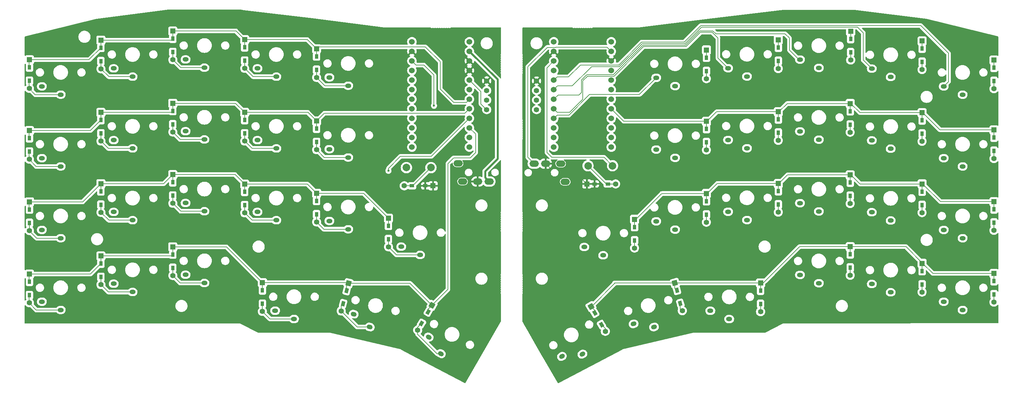
<source format=gbr>
%TF.GenerationSoftware,KiCad,Pcbnew,7.0.10*%
%TF.CreationDate,2024-09-26T01:16:29+09:00*%
%TF.ProjectId,keyboard_denchi,6b657962-6f61-4726-945f-64656e636869,rev?*%
%TF.SameCoordinates,Original*%
%TF.FileFunction,Copper,L2,Bot*%
%TF.FilePolarity,Positive*%
%FSLAX46Y46*%
G04 Gerber Fmt 4.6, Leading zero omitted, Abs format (unit mm)*
G04 Created by KiCad (PCBNEW 7.0.10) date 2024-09-26 01:16:29*
%MOMM*%
%LPD*%
G01*
G04 APERTURE LIST*
G04 Aperture macros list*
%AMHorizOval*
0 Thick line with rounded ends*
0 $1 width*
0 $2 $3 position (X,Y) of the first rounded end (center of the circle)*
0 $4 $5 position (X,Y) of the second rounded end (center of the circle)*
0 Add line between two ends*
20,1,$1,$2,$3,$4,$5,0*
0 Add two circle primitives to create the rounded ends*
1,1,$1,$2,$3*
1,1,$1,$4,$5*%
%AMRotRect*
0 Rectangle, with rotation*
0 The origin of the aperture is its center*
0 $1 length*
0 $2 width*
0 $3 Rotation angle, in degrees counterclockwise*
0 Add horizontal line*
21,1,$1,$2,0,0,$3*%
G04 Aperture macros list end*
%TA.AperFunction,ComponentPad*%
%ADD10R,1.397000X1.397000*%
%TD*%
%TA.AperFunction,SMDPad,CuDef*%
%ADD11R,0.950000X1.300000*%
%TD*%
%TA.AperFunction,ComponentPad*%
%ADD12C,1.397000*%
%TD*%
%TA.AperFunction,ComponentPad*%
%ADD13HorizOval,1.200000X0.193185X0.051764X-0.193185X-0.051764X0*%
%TD*%
%TA.AperFunction,ComponentPad*%
%ADD14O,1.600000X1.200000*%
%TD*%
%TA.AperFunction,ComponentPad*%
%ADD15C,1.524000*%
%TD*%
%TA.AperFunction,ComponentPad*%
%ADD16RotRect,1.397000X1.397000X285.000000*%
%TD*%
%TA.AperFunction,SMDPad,CuDef*%
%ADD17RotRect,1.300000X0.950000X285.000000*%
%TD*%
%TA.AperFunction,ComponentPad*%
%ADD18O,2.500000X1.700000*%
%TD*%
%TA.AperFunction,ComponentPad*%
%ADD19RotRect,1.397000X1.397000X255.000000*%
%TD*%
%TA.AperFunction,SMDPad,CuDef*%
%ADD20RotRect,1.300000X0.950000X255.000000*%
%TD*%
%TA.AperFunction,ComponentPad*%
%ADD21HorizOval,1.200000X0.193185X-0.051764X-0.193185X0.051764X0*%
%TD*%
%TA.AperFunction,SMDPad,CuDef*%
%ADD22R,1.300000X0.950000*%
%TD*%
%TA.AperFunction,ComponentPad*%
%ADD23C,2.000000*%
%TD*%
%TA.AperFunction,ComponentPad*%
%ADD24RotRect,1.397000X1.397000X300.000000*%
%TD*%
%TA.AperFunction,SMDPad,CuDef*%
%ADD25RotRect,1.300000X0.950000X300.000000*%
%TD*%
%TA.AperFunction,ComponentPad*%
%ADD26HorizOval,1.200000X0.173205X0.100000X-0.173205X-0.100000X0*%
%TD*%
%TA.AperFunction,ComponentPad*%
%ADD27RotRect,1.397000X1.397000X240.000000*%
%TD*%
%TA.AperFunction,SMDPad,CuDef*%
%ADD28RotRect,1.300000X0.950000X240.000000*%
%TD*%
%TA.AperFunction,ComponentPad*%
%ADD29HorizOval,1.200000X0.173205X-0.100000X-0.173205X0.100000X0*%
%TD*%
%TA.AperFunction,ViaPad*%
%ADD30C,0.600000*%
%TD*%
%TA.AperFunction,Conductor*%
%ADD31C,0.200000*%
%TD*%
%TA.AperFunction,Conductor*%
%ADD32C,0.500000*%
%TD*%
G04 APERTURE END LIST*
D10*
%TO.P,D9,1,K*%
%TO.N,row1*%
X58166000Y-29820588D03*
D11*
X58166000Y-31855588D03*
%TO.P,D9,2,A*%
%TO.N,Net-(D9-A)*%
X58166000Y-35405588D03*
D12*
X58166000Y-37440588D03*
%TD*%
D13*
%TO.P,rSW21,1,1*%
%TO.N,rcol4*%
X161232193Y-85950826D03*
%TO.P,rSW21,2,2*%
%TO.N,Net-(rD21-A)*%
X166631224Y-86781767D03*
%TD*%
D10*
%TO.P,D1,1,K*%
%TO.N,row0*%
X1116000Y-15850588D03*
D11*
X1116000Y-17885588D03*
%TO.P,D1,2,A*%
%TO.N,Net-(D1-A)*%
X1116000Y-21435588D03*
D12*
X1116000Y-23470588D03*
%TD*%
D10*
%TO.P,rD8,1,K*%
%TO.N,rrow1*%
X218621000Y-27470500D03*
D11*
X218621000Y-29505500D03*
%TO.P,rD8,2,A*%
%TO.N,Net-(rD8-A)*%
X218621000Y-33055500D03*
D12*
X218621000Y-35090500D03*
%TD*%
D10*
%TO.P,rD11,1,K*%
%TO.N,rrow2*%
X256721000Y-53505500D03*
D11*
X256721000Y-55540500D03*
%TO.P,rD11,2,A*%
%TO.N,Net-(rD11-A)*%
X256721000Y-59090500D03*
D12*
X256721000Y-61125500D03*
%TD*%
D10*
%TO.P,rD19,1,K*%
%TO.N,rrow3*%
X218621000Y-65443500D03*
D11*
X218621000Y-67478500D03*
%TO.P,rD19,2,A*%
%TO.N,Net-(rD19-A)*%
X218621000Y-71028500D03*
D12*
X218621000Y-73063500D03*
%TD*%
D14*
%TO.P,SW5,1,1*%
%TO.N,col4*%
X80598000Y-20529000D03*
%TO.P,SW5,2,2*%
%TO.N,Net-(D5-A)*%
X85598000Y-22729000D03*
%TD*%
%TO.P,rSW18,1,1*%
%TO.N,rcol1*%
X224362000Y-75366500D03*
%TO.P,rSW18,2,2*%
%TO.N,Net-(rD18-A)*%
X229362000Y-77566500D03*
%TD*%
%TO.P,SW9,1,1*%
%TO.N,col3*%
X61548000Y-37197000D03*
%TO.P,SW9,2,2*%
%TO.N,Net-(D9-A)*%
X66548000Y-39397000D03*
%TD*%
D10*
%TO.P,rD1,1,K*%
%TO.N,rrow0*%
X256721000Y-15913500D03*
D11*
X256721000Y-17948500D03*
%TO.P,rD1,2,A*%
%TO.N,Net-(rD1-A)*%
X256721000Y-21498500D03*
D12*
X256721000Y-23533500D03*
%TD*%
D10*
%TO.P,rD2,1,K*%
%TO.N,rrow0*%
X237671000Y-10833500D03*
D11*
X237671000Y-12868500D03*
%TO.P,rD2,2,A*%
%TO.N,Net-(rD2-A)*%
X237671000Y-16418500D03*
D12*
X237671000Y-18453500D03*
%TD*%
D10*
%TO.P,D18,1,K*%
%TO.N,row3*%
X20066000Y-67920588D03*
D11*
X20066000Y-69955588D03*
%TO.P,D18,2,A*%
%TO.N,Net-(D18-A)*%
X20066000Y-73505588D03*
D12*
X20066000Y-75540588D03*
%TD*%
D15*
%TO.P,rU1,1,TX0/D3*%
%TO.N,unconnected-(rU1-TX0{slash}D3-Pad1)*%
X155321000Y-11087500D03*
%TO.P,rU1,2,RX1/D2*%
%TO.N,rdata*%
X155321000Y-13627500D03*
%TO.P,rU1,3,GND*%
%TO.N,GND*%
X155321000Y-16167500D03*
%TO.P,rU1,4,GND*%
X155321000Y-18707500D03*
%TO.P,rU1,5,2/D1/SDA*%
%TO.N,rsda*%
X155321000Y-21247500D03*
%TO.P,rU1,6,3/D0/SCL*%
%TO.N,rscl*%
X155321000Y-23787500D03*
%TO.P,rU1,7,4/D4*%
%TO.N,rrow0*%
X155321000Y-26327500D03*
%TO.P,rU1,8,5/C6*%
%TO.N,rrow1*%
X155321000Y-28867500D03*
%TO.P,rU1,9,6/D7*%
%TO.N,rrow2*%
X155321000Y-31407500D03*
%TO.P,rU1,10,7/E6*%
%TO.N,rrow3*%
X155321000Y-33947500D03*
%TO.P,rU1,11,8/B4*%
%TO.N,unconnected-(rU1-8{slash}B4-Pad11)*%
X155321000Y-36487500D03*
%TO.P,rU1,12,9/B5*%
%TO.N,unconnected-(rU1-9{slash}B5-Pad12)*%
X155321000Y-39027500D03*
%TO.P,rU1,13,B6/10*%
%TO.N,unconnected-(rU1-B6{slash}10-Pad13)*%
X140081000Y-39027500D03*
%TO.P,rU1,14,B2/16*%
%TO.N,unconnected-(rU1-B2{slash}16-Pad14)*%
X140081000Y-36487500D03*
%TO.P,rU1,15,B3/14*%
%TO.N,rcol5*%
X140081000Y-33947500D03*
%TO.P,rU1,16,B1/15*%
%TO.N,rcol4*%
X140081000Y-31407500D03*
%TO.P,rU1,17,F7/A0*%
%TO.N,rcol3*%
X140081000Y-28867500D03*
%TO.P,rU1,18,F6/A1*%
%TO.N,rcol2*%
X140081000Y-26327500D03*
%TO.P,rU1,19,F5/A2*%
%TO.N,rcol1*%
X140081000Y-23787500D03*
%TO.P,rU1,20,F4/A3*%
%TO.N,rcol0*%
X140081000Y-21247500D03*
%TO.P,rU1,21,VCC*%
%TO.N,VCC*%
X140081000Y-18707500D03*
%TO.P,rU1,22,RST*%
%TO.N,rreset*%
X140081000Y-16167500D03*
%TO.P,rU1,23,GND*%
%TO.N,GND*%
X140081000Y-13627500D03*
%TO.P,rU1,24,RAW*%
%TO.N,unconnected-(rU1-RAW-Pad24)*%
X140081000Y-11087500D03*
%TD*%
D16*
%TO.P,rD21,1,K*%
%TO.N,rrow3*%
X172168899Y-75098323D03*
D17*
X172695596Y-77063982D03*
%TO.P,rD21,2,A*%
%TO.N,Net-(rD21-A)*%
X173614404Y-80493018D03*
D12*
X174141101Y-82458677D03*
%TD*%
D14*
%TO.P,rSW12,1,1*%
%TO.N,rcol1*%
X224362000Y-56316500D03*
%TO.P,rSW12,2,2*%
%TO.N,Net-(rD12-A)*%
X229362000Y-58516500D03*
%TD*%
%TO.P,rSW17,1,1*%
%TO.N,rcol0*%
X243412000Y-80065500D03*
%TO.P,rSW17,2,2*%
%TO.N,Net-(rD17-A)*%
X248412000Y-82265500D03*
%TD*%
D10*
%TO.P,D6,1,K*%
%TO.N,row1*%
X1116000Y-34646588D03*
D11*
X1116000Y-36681588D03*
%TO.P,D6,2,A*%
%TO.N,Net-(D6-A)*%
X1116000Y-40231588D03*
D12*
X1116000Y-42266588D03*
%TD*%
D14*
%TO.P,SW6,1,1*%
%TO.N,col0*%
X4398000Y-41960000D03*
%TO.P,SW6,2,2*%
%TO.N,Net-(D6-A)*%
X9398000Y-44160000D03*
%TD*%
D10*
%TO.P,D13,1,K*%
%TO.N,row2*%
X39116000Y-46330588D03*
D11*
X39116000Y-48365588D03*
%TO.P,D13,2,A*%
%TO.N,Net-(D13-A)*%
X39116000Y-51915588D03*
D12*
X39116000Y-53950588D03*
%TD*%
D10*
%TO.P,D19,1,K*%
%TO.N,row3*%
X39116000Y-65507588D03*
D11*
X39116000Y-67542588D03*
%TO.P,D19,2,A*%
%TO.N,Net-(D19-A)*%
X39116000Y-71092588D03*
D12*
X39116000Y-73127588D03*
%TD*%
D10*
%TO.P,D8,1,K*%
%TO.N,row1*%
X39116000Y-27407588D03*
D11*
X39116000Y-29442588D03*
%TO.P,D8,2,A*%
%TO.N,Net-(D8-A)*%
X39116000Y-32992588D03*
D12*
X39116000Y-35027588D03*
%TD*%
D14*
%TO.P,rSW10,1,1*%
%TO.N,rcol4*%
X167212000Y-39679500D03*
%TO.P,rSW10,2,2*%
%TO.N,Net-(rD10-A)*%
X172212000Y-41879500D03*
%TD*%
%TO.P,rSW3,1,1*%
%TO.N,rcol2*%
X205312000Y-15803500D03*
%TO.P,rSW3,2,2*%
%TO.N,Net-(rD3-A)*%
X210312000Y-18003500D03*
%TD*%
D10*
%TO.P,D20,1,K*%
%TO.N,row3*%
X62865000Y-75032588D03*
D11*
X62865000Y-77067588D03*
%TO.P,D20,2,A*%
%TO.N,Net-(D20-A)*%
X62865000Y-80617588D03*
D12*
X62865000Y-82652588D03*
%TD*%
%TO.P,rOL1,1,SDA*%
%TO.N,rsda*%
X135509000Y-29088500D03*
%TO.P,rOL1,2,SCL*%
%TO.N,rscl*%
X135509000Y-26548500D03*
%TO.P,rOL1,3,VCC*%
%TO.N,VCC*%
X135509000Y-24008500D03*
%TO.P,rOL1,4,GND*%
%TO.N,GND*%
X135509000Y-21468500D03*
%TD*%
D10*
%TO.P,rD7,1,K*%
%TO.N,rrow1*%
X237671000Y-29883500D03*
D11*
X237671000Y-31918500D03*
%TO.P,rD7,2,A*%
%TO.N,Net-(rD7-A)*%
X237671000Y-35468500D03*
D12*
X237671000Y-37503500D03*
%TD*%
D14*
%TO.P,SW18,1,1*%
%TO.N,col1*%
X23448000Y-75297000D03*
%TO.P,SW18,2,2*%
%TO.N,Net-(D18-A)*%
X28448000Y-77497000D03*
%TD*%
D10*
%TO.P,rD17,1,K*%
%TO.N,rrow3*%
X256721000Y-72555500D03*
D11*
X256721000Y-74590500D03*
%TO.P,rD17,2,A*%
%TO.N,Net-(rD17-A)*%
X256721000Y-78140500D03*
D12*
X256721000Y-80175500D03*
%TD*%
D18*
%TO.P,J1,A*%
%TO.N,unconnected-(J1-PadA)*%
X114711000Y-43353000D03*
%TO.P,J1,B*%
%TO.N,data*%
X122911000Y-48153000D03*
%TO.P,J1,C*%
%TO.N,GND*%
X119911000Y-48153000D03*
%TO.P,J1,D*%
%TO.N,VCC*%
X115911000Y-48153000D03*
%TD*%
D14*
%TO.P,rSW20,1,1*%
%TO.N,rcol3*%
X181563000Y-82478500D03*
%TO.P,rSW20,2,2*%
%TO.N,Net-(rD20-A)*%
X186563000Y-84678500D03*
%TD*%
%TO.P,rSW11,1,1*%
%TO.N,rcol0*%
X243412000Y-61015500D03*
%TO.P,rSW11,2,2*%
%TO.N,Net-(rD11-A)*%
X248412000Y-63215500D03*
%TD*%
D10*
%TO.P,rD3,1,K*%
%TO.N,rrow0*%
X218748000Y-8293500D03*
D11*
X218748000Y-10328500D03*
%TO.P,rD3,2,A*%
%TO.N,Net-(rD3-A)*%
X218748000Y-13878500D03*
D12*
X218748000Y-15913500D03*
%TD*%
D10*
%TO.P,rD15,1,K*%
%TO.N,rrow2*%
X180521000Y-51346500D03*
D11*
X180521000Y-53381500D03*
%TO.P,rD15,2,A*%
%TO.N,Net-(rD15-A)*%
X180521000Y-56931500D03*
D12*
X180521000Y-58966500D03*
%TD*%
D19*
%TO.P,D21,1,K*%
%TO.N,row3*%
X85695101Y-75162411D03*
D20*
X85168404Y-77128070D03*
%TO.P,D21,2,A*%
%TO.N,Net-(D21-A)*%
X84249596Y-80557106D03*
D12*
X83722899Y-82522765D03*
%TD*%
D14*
%TO.P,rSW13,1,1*%
%TO.N,rcol2*%
X205312000Y-53903500D03*
%TO.P,rSW13,2,2*%
%TO.N,Net-(rD13-A)*%
X210312000Y-56103500D03*
%TD*%
D21*
%TO.P,SW21,1,1*%
%TO.N,col4*%
X87045548Y-83357135D03*
%TO.P,SW21,2,2*%
%TO.N,Net-(D21-A)*%
X91305776Y-86776267D03*
%TD*%
D14*
%TO.P,SW14,1,1*%
%TO.N,col3*%
X61548000Y-56247000D03*
%TO.P,SW14,2,2*%
%TO.N,Net-(D14-A)*%
X66548000Y-58447000D03*
%TD*%
D15*
%TO.P,U1,1,TX0/D3*%
%TO.N,unconnected-(U1-TX0{slash}D3-Pad1)*%
X117729000Y-11082000D03*
%TO.P,U1,2,RX1/D2*%
%TO.N,data*%
X117729000Y-13622000D03*
%TO.P,U1,3,GND*%
%TO.N,GND*%
X117729000Y-16162000D03*
%TO.P,U1,4,GND*%
X117729000Y-18702000D03*
%TO.P,U1,5,2/D1/SDA*%
%TO.N,sda*%
X117729000Y-21242000D03*
%TO.P,U1,6,3/D0/SCL*%
%TO.N,scl*%
X117729000Y-23782000D03*
%TO.P,U1,7,4/D4*%
%TO.N,row0*%
X117729000Y-26322000D03*
%TO.P,U1,8,5/C6*%
%TO.N,row1*%
X117729000Y-28862000D03*
%TO.P,U1,9,6/D7*%
%TO.N,row2*%
X117729000Y-31402000D03*
%TO.P,U1,10,7/E6*%
%TO.N,row3*%
X117729000Y-33942000D03*
%TO.P,U1,11,8/B4*%
%TO.N,unconnected-(U1-8{slash}B4-Pad11)*%
X117729000Y-36482000D03*
%TO.P,U1,12,9/B5*%
%TO.N,unconnected-(U1-9{slash}B5-Pad12)*%
X117729000Y-39022000D03*
%TO.P,U1,13,B6/10*%
%TO.N,unconnected-(U1-B6{slash}10-Pad13)*%
X102489000Y-39022000D03*
%TO.P,U1,14,B2/16*%
%TO.N,unconnected-(U1-B2{slash}16-Pad14)*%
X102489000Y-36482000D03*
%TO.P,U1,15,B3/14*%
%TO.N,col5*%
X102489000Y-33942000D03*
%TO.P,U1,16,B1/15*%
%TO.N,col4*%
X102489000Y-31402000D03*
%TO.P,U1,17,F7/A0*%
%TO.N,col3*%
X102489000Y-28862000D03*
%TO.P,U1,18,F6/A1*%
%TO.N,col2*%
X102489000Y-26322000D03*
%TO.P,U1,19,F5/A2*%
%TO.N,col1*%
X102489000Y-23782000D03*
%TO.P,U1,20,F4/A3*%
%TO.N,col0*%
X102489000Y-21242000D03*
%TO.P,U1,21,VCC*%
%TO.N,VCC*%
X102489000Y-18702000D03*
%TO.P,U1,22,RST*%
%TO.N,reset*%
X102489000Y-16162000D03*
%TO.P,U1,23,GND*%
%TO.N,GND*%
X102489000Y-13622000D03*
%TO.P,U1,24,RAW*%
%TO.N,unconnected-(U1-RAW-Pad24)*%
X102489000Y-11082000D03*
%TD*%
D10*
%TO.P,D15,1,K*%
%TO.N,row2*%
X77216000Y-51283588D03*
D11*
X77216000Y-53318588D03*
%TO.P,D15,2,A*%
%TO.N,Net-(D15-A)*%
X77216000Y-56868588D03*
D12*
X77216000Y-58903588D03*
%TD*%
D10*
%TO.P,D10,1,K*%
%TO.N,row1*%
X77216000Y-32106588D03*
D11*
X77216000Y-34141588D03*
%TO.P,D10,2,A*%
%TO.N,Net-(D10-A)*%
X77216000Y-37691588D03*
D12*
X77216000Y-39726588D03*
%TD*%
D10*
%TO.P,rD18,1,K*%
%TO.N,rrow3*%
X237671000Y-69888500D03*
D11*
X237671000Y-71923500D03*
%TO.P,rD18,2,A*%
%TO.N,Net-(rD18-A)*%
X237671000Y-75473500D03*
D12*
X237671000Y-77508500D03*
%TD*%
D14*
%TO.P,rSW1,1,1*%
%TO.N,rcol0*%
X243412000Y-22921000D03*
%TO.P,rSW1,2,2*%
%TO.N,Net-(rD1-A)*%
X248412000Y-25121000D03*
%TD*%
D10*
%TO.P,D16,1,K*%
%TO.N,row2*%
X96266000Y-57887588D03*
D11*
X96266000Y-59922588D03*
%TO.P,D16,2,A*%
%TO.N,Net-(D16-A)*%
X96266000Y-63472588D03*
D12*
X96266000Y-65507588D03*
%TD*%
D14*
%TO.P,rSW19,1,1*%
%TO.N,rcol2*%
X205312000Y-72953500D03*
%TO.P,rSW19,2,2*%
%TO.N,Net-(rD19-A)*%
X210312000Y-75153500D03*
%TD*%
D10*
%TO.P,D2,1,K*%
%TO.N,row0*%
X20066000Y-10643588D03*
D11*
X20066000Y-12678588D03*
%TO.P,D2,2,A*%
%TO.N,Net-(D2-A)*%
X20066000Y-16228588D03*
D12*
X20066000Y-18263588D03*
%TD*%
D18*
%TO.P,rJ1,A*%
%TO.N,unconnected-(rJ1-PadA)*%
X143099000Y-48232000D03*
%TO.P,rJ1,B*%
%TO.N,rdata*%
X134899000Y-43432000D03*
%TO.P,rJ1,C*%
%TO.N,GND*%
X137899000Y-43432000D03*
%TO.P,rJ1,D*%
%TO.N,VCC*%
X141899000Y-43432000D03*
%TD*%
D14*
%TO.P,SW16,1,1*%
%TO.N,col5*%
X99648000Y-65455000D03*
%TO.P,SW16,2,2*%
%TO.N,Net-(D16-A)*%
X104648000Y-67655000D03*
%TD*%
D10*
%TO.P,D23,1,K*%
%TO.N,GND*%
X108080000Y-49309000D03*
D22*
X106045000Y-49309000D03*
%TO.P,D23,2,A*%
%TO.N,Net-(D23-A)*%
X102495000Y-49309000D03*
D12*
X100460000Y-49309000D03*
%TD*%
D14*
%TO.P,SW12,1,1*%
%TO.N,col1*%
X23448000Y-56247000D03*
%TO.P,SW12,2,2*%
%TO.N,Net-(D12-A)*%
X28448000Y-58447000D03*
%TD*%
%TO.P,rSW15,1,1*%
%TO.N,rcol4*%
X167212000Y-58729500D03*
%TO.P,rSW15,2,2*%
%TO.N,Net-(rD15-A)*%
X172212000Y-60929500D03*
%TD*%
%TO.P,rSW8,1,1*%
%TO.N,rcol2*%
X205312000Y-34853500D03*
%TO.P,rSW8,2,2*%
%TO.N,Net-(rD8-A)*%
X210312000Y-37053500D03*
%TD*%
%TO.P,SW7,1,1*%
%TO.N,col1*%
X23448000Y-37197000D03*
%TO.P,SW7,2,2*%
%TO.N,Net-(D7-A)*%
X28448000Y-39397000D03*
%TD*%
D10*
%TO.P,rD10,1,K*%
%TO.N,rrow1*%
X180521000Y-32169500D03*
D11*
X180521000Y-34204500D03*
%TO.P,rD10,2,A*%
%TO.N,Net-(rD10-A)*%
X180521000Y-37754500D03*
D12*
X180521000Y-39789500D03*
%TD*%
D23*
%TO.P,rSW23,1,1*%
%TO.N,rreset*%
X155650000Y-43980500D03*
%TO.P,rSW23,2,2*%
%TO.N,Net-(rD23-A)*%
X149150000Y-43980500D03*
%TD*%
D24*
%TO.P,rD22,1,K*%
%TO.N,rrow3*%
X149914835Y-81321778D03*
D25*
X150932335Y-83084140D03*
%TO.P,rD22,2,A*%
%TO.N,Net-(rD22-A)*%
X152707335Y-86158530D03*
D12*
X153724835Y-87920892D03*
%TD*%
D10*
%TO.P,D3,1,K*%
%TO.N,row0*%
X39116000Y-8230588D03*
D11*
X39116000Y-10265588D03*
%TO.P,D3,2,A*%
%TO.N,Net-(D3-A)*%
X39116000Y-13815588D03*
D12*
X39116000Y-15850588D03*
%TD*%
D10*
%TO.P,D11,1,K*%
%TO.N,row2*%
X1116000Y-53569588D03*
D11*
X1116000Y-55604588D03*
%TO.P,D11,2,A*%
%TO.N,Net-(D11-A)*%
X1116000Y-59154588D03*
D12*
X1116000Y-61189588D03*
%TD*%
D14*
%TO.P,rSW7,1,1*%
%TO.N,rcol1*%
X224362000Y-37266500D03*
%TO.P,rSW7,2,2*%
%TO.N,Net-(rD7-A)*%
X229362000Y-39466500D03*
%TD*%
%TO.P,rSW2,1,1*%
%TO.N,rcol1*%
X224362000Y-18216500D03*
%TO.P,rSW2,2,2*%
%TO.N,Net-(rD2-A)*%
X229362000Y-20416500D03*
%TD*%
%TO.P,SW8,1,1*%
%TO.N,col2*%
X42498000Y-34818000D03*
%TO.P,SW8,2,2*%
%TO.N,Net-(D8-A)*%
X47498000Y-37018000D03*
%TD*%
D10*
%TO.P,rD13,1,K*%
%TO.N,rrow2*%
X218621000Y-46393500D03*
D11*
X218621000Y-48428500D03*
%TO.P,rD13,2,A*%
%TO.N,Net-(rD13-A)*%
X218621000Y-51978500D03*
D12*
X218621000Y-54013500D03*
%TD*%
D10*
%TO.P,rD20,1,K*%
%TO.N,rrow3*%
X194872000Y-75095500D03*
D11*
X194872000Y-77130500D03*
%TO.P,rD20,2,A*%
%TO.N,Net-(rD20-A)*%
X194872000Y-80680500D03*
D12*
X194872000Y-82715500D03*
%TD*%
D14*
%TO.P,SW2,1,1*%
%TO.N,col1*%
X23448000Y-18147000D03*
%TO.P,SW2,2,2*%
%TO.N,Net-(D2-A)*%
X28448000Y-20347000D03*
%TD*%
%TO.P,rSW9,1,1*%
%TO.N,rcol3*%
X186262000Y-37139500D03*
%TO.P,rSW9,2,2*%
%TO.N,Net-(rD9-A)*%
X191262000Y-39339500D03*
%TD*%
%TO.P,SW15,1,1*%
%TO.N,col4*%
X80598000Y-58629000D03*
%TO.P,SW15,2,2*%
%TO.N,Net-(D15-A)*%
X85598000Y-60829000D03*
%TD*%
D10*
%TO.P,D17,1,K*%
%TO.N,row3*%
X1116000Y-72746588D03*
D11*
X1116000Y-74781588D03*
%TO.P,D17,2,A*%
%TO.N,Net-(D17-A)*%
X1116000Y-78331588D03*
D12*
X1116000Y-80366588D03*
%TD*%
D14*
%TO.P,SW13,1,1*%
%TO.N,col2*%
X42498000Y-53868000D03*
%TO.P,SW13,2,2*%
%TO.N,Net-(D13-A)*%
X47498000Y-56068000D03*
%TD*%
D26*
%TO.P,rSW22,1,1*%
%TO.N,rcol5*%
X142230265Y-94585402D03*
%TO.P,rSW22,2,2*%
%TO.N,Net-(rD22-A)*%
X147660392Y-93990658D03*
%TD*%
D10*
%TO.P,rD6,1,K*%
%TO.N,rrow1*%
X256721000Y-34455500D03*
D11*
X256721000Y-36490500D03*
%TO.P,rD6,2,A*%
%TO.N,Net-(rD6-A)*%
X256721000Y-40040500D03*
D12*
X256721000Y-42075500D03*
%TD*%
D10*
%TO.P,rD9,1,K*%
%TO.N,rrow1*%
X199571000Y-29629500D03*
D11*
X199571000Y-31664500D03*
%TO.P,rD9,2,A*%
%TO.N,Net-(rD9-A)*%
X199571000Y-35214500D03*
D12*
X199571000Y-37249500D03*
%TD*%
D14*
%TO.P,rSW5,1,1*%
%TO.N,rcol4*%
X167212000Y-20629500D03*
%TO.P,rSW5,2,2*%
%TO.N,Net-(rD5-A)*%
X172212000Y-22829500D03*
%TD*%
%TO.P,SW4,1,1*%
%TO.N,col3*%
X61548000Y-18147000D03*
%TO.P,SW4,2,2*%
%TO.N,Net-(D4-A)*%
X66548000Y-20347000D03*
%TD*%
%TO.P,SW17,1,1*%
%TO.N,col0*%
X4398000Y-80060000D03*
%TO.P,SW17,2,2*%
%TO.N,Net-(D17-A)*%
X9398000Y-82260000D03*
%TD*%
D10*
%TO.P,rD14,1,K*%
%TO.N,rrow2*%
X199571000Y-48679500D03*
D11*
X199571000Y-50714500D03*
%TO.P,rD14,2,A*%
%TO.N,Net-(rD14-A)*%
X199571000Y-54264500D03*
D12*
X199571000Y-56299500D03*
%TD*%
D14*
%TO.P,rSW6,1,1*%
%TO.N,rcol0*%
X243412000Y-41965500D03*
%TO.P,rSW6,2,2*%
%TO.N,Net-(rD6-A)*%
X248412000Y-44165500D03*
%TD*%
D27*
%TO.P,D22,1,K*%
%TO.N,row3*%
X107822166Y-81004866D03*
D28*
X106804666Y-82767228D03*
%TO.P,D22,2,A*%
%TO.N,Net-(D22-A)*%
X105029666Y-85841618D03*
D12*
X104012166Y-87603980D03*
%TD*%
D14*
%TO.P,SW10,1,1*%
%TO.N,col4*%
X80598000Y-39579000D03*
%TO.P,SW10,2,2*%
%TO.N,Net-(D10-A)*%
X85598000Y-41779000D03*
%TD*%
D23*
%TO.P,SW23,1,1*%
%TO.N,reset*%
X101017000Y-44483000D03*
%TO.P,SW23,2,2*%
%TO.N,Net-(D23-A)*%
X107517000Y-44483000D03*
%TD*%
D14*
%TO.P,rSW4,1,1*%
%TO.N,rcol3*%
X186262000Y-18089500D03*
%TO.P,rSW4,2,2*%
%TO.N,Net-(rD4-A)*%
X191262000Y-20289500D03*
%TD*%
D10*
%TO.P,rD12,1,K*%
%TO.N,rrow2*%
X237671000Y-48806500D03*
D11*
X237671000Y-50841500D03*
%TO.P,rD12,2,A*%
%TO.N,Net-(rD12-A)*%
X237671000Y-54391500D03*
D12*
X237671000Y-56426500D03*
%TD*%
D10*
%TO.P,D5,1,K*%
%TO.N,row0*%
X77216000Y-12929588D03*
D11*
X77216000Y-14964588D03*
%TO.P,D5,2,A*%
%TO.N,Net-(D5-A)*%
X77216000Y-18514588D03*
D12*
X77216000Y-20549588D03*
%TD*%
D29*
%TO.P,SW22,1,1*%
%TO.N,col5*%
X106919481Y-89452902D03*
%TO.P,SW22,2,2*%
%TO.N,Net-(D22-A)*%
X110149608Y-93858158D03*
%TD*%
D14*
%TO.P,SW1,1,1*%
%TO.N,col0*%
X4398000Y-22910000D03*
%TO.P,SW1,2,2*%
%TO.N,Net-(D1-A)*%
X9398000Y-25110000D03*
%TD*%
D10*
%TO.P,D14,1,K*%
%TO.N,row2*%
X58166000Y-48870588D03*
D11*
X58166000Y-50905588D03*
%TO.P,D14,2,A*%
%TO.N,Net-(D14-A)*%
X58166000Y-54455588D03*
D12*
X58166000Y-56490588D03*
%TD*%
D10*
%TO.P,D4,1,K*%
%TO.N,row0*%
X58166000Y-10516588D03*
D11*
X58166000Y-12551588D03*
%TO.P,D4,2,A*%
%TO.N,Net-(D4-A)*%
X58166000Y-16101588D03*
D12*
X58166000Y-18136588D03*
%TD*%
D10*
%TO.P,rD23,1,K*%
%TO.N,GND*%
X148844000Y-48806500D03*
D22*
X150879000Y-48806500D03*
%TO.P,rD23,2,A*%
%TO.N,Net-(rD23-A)*%
X154429000Y-48806500D03*
D12*
X156464000Y-48806500D03*
%TD*%
D14*
%TO.P,SW3,1,1*%
%TO.N,col2*%
X42498000Y-15768000D03*
%TO.P,SW3,2,2*%
%TO.N,Net-(D3-A)*%
X47498000Y-17968000D03*
%TD*%
D10*
%TO.P,D7,1,K*%
%TO.N,row1*%
X20066000Y-29820588D03*
D11*
X20066000Y-31855588D03*
%TO.P,D7,2,A*%
%TO.N,Net-(D7-A)*%
X20066000Y-35405588D03*
D12*
X20066000Y-37440588D03*
%TD*%
D14*
%TO.P,SW19,1,1*%
%TO.N,col2*%
X42498000Y-72918000D03*
%TO.P,SW19,2,2*%
%TO.N,Net-(D19-A)*%
X47498000Y-75118000D03*
%TD*%
%TO.P,rSW16,1,1*%
%TO.N,rcol5*%
X148162000Y-65555500D03*
%TO.P,rSW16,2,2*%
%TO.N,Net-(rD16-A)*%
X153162000Y-67755500D03*
%TD*%
D10*
%TO.P,rD4,1,K*%
%TO.N,rrow0*%
X199571000Y-10579500D03*
D11*
X199571000Y-12614500D03*
%TO.P,rD4,2,A*%
%TO.N,Net-(rD4-A)*%
X199571000Y-16164500D03*
D12*
X199571000Y-18199500D03*
%TD*%
D10*
%TO.P,rD5,1,K*%
%TO.N,rrow0*%
X180521000Y-13246500D03*
D11*
X180521000Y-15281500D03*
%TO.P,rD5,2,A*%
%TO.N,Net-(rD5-A)*%
X180521000Y-18831500D03*
D12*
X180521000Y-20866500D03*
%TD*%
D10*
%TO.P,D12,1,K*%
%TO.N,row2*%
X20066000Y-48743588D03*
D11*
X20066000Y-50778588D03*
%TO.P,D12,2,A*%
%TO.N,Net-(D12-A)*%
X20066000Y-54328588D03*
D12*
X20066000Y-56363588D03*
%TD*%
D14*
%TO.P,rSW14,1,1*%
%TO.N,rcol3*%
X186262000Y-56189500D03*
%TO.P,rSW14,2,2*%
%TO.N,Net-(rD14-A)*%
X191262000Y-58389500D03*
%TD*%
%TO.P,SW20,1,1*%
%TO.N,col3*%
X66232000Y-82458000D03*
%TO.P,SW20,2,2*%
%TO.N,Net-(D20-A)*%
X71232000Y-84658000D03*
%TD*%
D10*
%TO.P,rD16,1,K*%
%TO.N,rrow2*%
X161471000Y-58204500D03*
D11*
X161471000Y-60239500D03*
%TO.P,rD16,2,A*%
%TO.N,Net-(rD16-A)*%
X161471000Y-63789500D03*
D12*
X161471000Y-65824500D03*
%TD*%
D14*
%TO.P,SW11,1,1*%
%TO.N,col0*%
X4398000Y-61010000D03*
%TO.P,SW11,2,2*%
%TO.N,Net-(D11-A)*%
X9398000Y-63210000D03*
%TD*%
D12*
%TO.P,OL1,1,SDA*%
%TO.N,sda*%
X122301000Y-29083000D03*
%TO.P,OL1,2,SCL*%
%TO.N,scl*%
X122301000Y-26543000D03*
%TO.P,OL1,3,VCC*%
%TO.N,VCC*%
X122301000Y-24003000D03*
%TO.P,OL1,4,GND*%
%TO.N,GND*%
X122301000Y-21463000D03*
%TD*%
D30*
%TO.N,row2*%
X96266000Y-45314588D03*
%TO.N,reset*%
X108331000Y-28042588D03*
%TD*%
D31*
%TO.N,row0*%
X113538000Y-27153588D02*
X109982000Y-23597588D01*
X109982000Y-16358588D02*
X106045000Y-12421588D01*
X1016000Y-17885588D02*
X1016000Y-15850588D01*
X20066000Y-12678588D02*
X20066000Y-10687386D01*
X77216000Y-14964588D02*
X77216000Y-12929588D01*
X39116000Y-10265588D02*
X39116000Y-8230588D01*
X20066000Y-10643588D02*
X38738000Y-10643588D01*
X55880000Y-8230588D02*
X58166000Y-10516588D01*
X109982000Y-23597588D02*
X109982000Y-16358588D01*
X39116000Y-8230588D02*
X55880000Y-8230588D01*
X16894000Y-15850588D02*
X20066000Y-12678588D01*
X106045000Y-12421588D02*
X77724000Y-12421588D01*
X1016000Y-15850588D02*
X16894000Y-15850588D01*
X20066000Y-10687386D02*
X20083519Y-10652348D01*
X116897412Y-27153588D02*
X113538000Y-27153588D01*
X58166000Y-12551588D02*
X58166000Y-10516588D01*
X117729000Y-26322000D02*
X116897412Y-27153588D01*
X58166000Y-10516588D02*
X74803000Y-10516588D01*
X74803000Y-10516588D02*
X77216000Y-12929588D01*
X38738000Y-10643588D02*
X39116000Y-10265588D01*
X77724000Y-12421588D02*
X77216000Y-12929588D01*
%TO.N,Net-(D1-A)*%
X1016000Y-23470588D02*
X2655412Y-25110000D01*
X1016000Y-21435588D02*
X1016000Y-23470588D01*
X2655412Y-25110000D02*
X9398000Y-25110000D01*
%TO.N,Net-(D2-A)*%
X22149412Y-20347000D02*
X28448000Y-20347000D01*
X20066000Y-18263588D02*
X20066000Y-16228588D01*
X20066000Y-18263588D02*
X22149412Y-20347000D01*
%TO.N,Net-(D3-A)*%
X39116000Y-15850588D02*
X41233412Y-17968000D01*
X39116000Y-13815588D02*
X39116000Y-15850588D01*
X41233412Y-17968000D02*
X47498000Y-17968000D01*
%TO.N,Net-(D4-A)*%
X58166000Y-16101588D02*
X58166000Y-18136588D01*
X58166000Y-18136588D02*
X60376412Y-20347000D01*
X60376412Y-20347000D02*
X66548000Y-20347000D01*
%TO.N,Net-(D5-A)*%
X77216000Y-18514588D02*
X77216000Y-20549588D01*
X77216000Y-20549588D02*
X79395412Y-22729000D01*
X79395412Y-22729000D02*
X85598000Y-22729000D01*
%TO.N,row1*%
X39116000Y-29442588D02*
X39116000Y-27407588D01*
X17275000Y-34646588D02*
X20066000Y-31855588D01*
X1016000Y-34646588D02*
X17275000Y-34646588D01*
X58166000Y-29820588D02*
X74930000Y-29820588D01*
X20066000Y-31855588D02*
X20066000Y-29820588D01*
X79248000Y-30074588D02*
X77216000Y-32106588D01*
X38738000Y-29820588D02*
X39116000Y-29442588D01*
X117729000Y-28862000D02*
X116516412Y-30074588D01*
X55753000Y-27407588D02*
X58166000Y-29820588D01*
X39116000Y-27407588D02*
X55753000Y-27407588D01*
X116516412Y-30074588D02*
X79248000Y-30074588D01*
X58166000Y-29820588D02*
X58166000Y-31855588D01*
X20066000Y-29820588D02*
X38738000Y-29820588D01*
X1016000Y-36681588D02*
X1016000Y-34646588D01*
X77216000Y-32106588D02*
X77216000Y-34141588D01*
X74930000Y-29820588D02*
X77216000Y-32106588D01*
%TO.N,Net-(D6-A)*%
X2909412Y-44160000D02*
X9398000Y-44160000D01*
X1016000Y-42266588D02*
X2909412Y-44160000D01*
X1016000Y-40231588D02*
X1016000Y-42266588D01*
%TO.N,Net-(D7-A)*%
X20066000Y-35405588D02*
X20066000Y-37440588D01*
X22022412Y-39397000D02*
X28448000Y-39397000D01*
X20066000Y-37440588D02*
X22022412Y-39397000D01*
%TO.N,Net-(D8-A)*%
X39116000Y-35027588D02*
X41106412Y-37018000D01*
X41106412Y-37018000D02*
X47498000Y-37018000D01*
X39116000Y-32992588D02*
X39116000Y-35027588D01*
%TO.N,Net-(D9-A)*%
X58166000Y-35405588D02*
X58166000Y-37440588D01*
X58166000Y-37440588D02*
X60122412Y-39397000D01*
X60122412Y-39397000D02*
X66548000Y-39397000D01*
%TO.N,Net-(D10-A)*%
X77216000Y-39726588D02*
X79268412Y-41779000D01*
X79268412Y-41779000D02*
X85598000Y-41779000D01*
X77216000Y-37691588D02*
X77216000Y-39726588D01*
%TO.N,row2*%
X89662000Y-51283588D02*
X96266000Y-57887588D01*
X1016000Y-55604588D02*
X1016000Y-53569588D01*
X20066000Y-48743588D02*
X36703000Y-48743588D01*
X107626412Y-41504588D02*
X99441000Y-41504588D01*
X96266000Y-59922588D02*
X96266000Y-57887588D01*
X1016000Y-53569588D02*
X15240000Y-53569588D01*
X36703000Y-48743588D02*
X39116000Y-46330588D01*
X20066000Y-50778588D02*
X20066000Y-48743588D01*
X77216000Y-51283588D02*
X89662000Y-51283588D01*
X58166000Y-48870588D02*
X74803000Y-48870588D01*
X55626000Y-46330588D02*
X58166000Y-48870588D01*
X99441000Y-41504588D02*
X96266000Y-44679588D01*
X77216000Y-53318588D02*
X77216000Y-51283588D01*
X39116000Y-48365588D02*
X39116000Y-46330588D01*
X117729000Y-31402000D02*
X107626412Y-41504588D01*
X15240000Y-53569588D02*
X20066000Y-48743588D01*
X39116000Y-46330588D02*
X55626000Y-46330588D01*
X96266000Y-44679588D02*
X96266000Y-45314588D01*
X58166000Y-50905588D02*
X58166000Y-48870588D01*
X74803000Y-48870588D02*
X77216000Y-51283588D01*
%TO.N,Net-(D11-A)*%
X1016000Y-61189588D02*
X3036412Y-63210000D01*
X1116000Y-59154588D02*
X1116000Y-61189588D01*
X3036412Y-63210000D02*
X9398000Y-63210000D01*
%TO.N,Net-(D12-A)*%
X20066000Y-56363588D02*
X22149412Y-58447000D01*
X20066000Y-54328588D02*
X20066000Y-56363588D01*
X22149412Y-58447000D02*
X28448000Y-58447000D01*
%TO.N,Net-(D13-A)*%
X41233412Y-56068000D02*
X47498000Y-56068000D01*
X39116000Y-51915588D02*
X39116000Y-53950588D01*
X39116000Y-53950588D02*
X41233412Y-56068000D01*
%TO.N,Net-(D14-A)*%
X60122412Y-58447000D02*
X66548000Y-58447000D01*
X58166000Y-54455588D02*
X58166000Y-56490588D01*
X58166000Y-56490588D02*
X58166000Y-56236588D01*
X58166000Y-56490588D02*
X60122412Y-58447000D01*
%TO.N,Net-(D15-A)*%
X79141412Y-60829000D02*
X85598000Y-60829000D01*
X77216000Y-56868588D02*
X77216000Y-58903588D01*
X77216000Y-58903588D02*
X79141412Y-60829000D01*
%TO.N,Net-(D16-A)*%
X98413412Y-67655000D02*
X104648000Y-67655000D01*
X96266000Y-63472588D02*
X96266000Y-65507588D01*
X96266000Y-65507588D02*
X98413412Y-67655000D01*
%TO.N,row3*%
X38738000Y-67920588D02*
X39116000Y-67542588D01*
X20066000Y-67920588D02*
X38738000Y-67920588D01*
X39116000Y-65507588D02*
X53340000Y-65507588D01*
X1016000Y-72746588D02*
X17275000Y-72746588D01*
X85168404Y-77128070D02*
X85168404Y-75689108D01*
X20237776Y-68388210D02*
X20400911Y-68160051D01*
X117729000Y-33942000D02*
X119380000Y-35593000D01*
X85168404Y-75689108D02*
X85695101Y-75162411D01*
X119380000Y-40488588D02*
X117983000Y-41885588D01*
X62865000Y-75032588D02*
X85565278Y-75032588D01*
X85695101Y-75162411D02*
X101979711Y-75162411D01*
X53340000Y-65507588D02*
X62865000Y-75032588D01*
X17275000Y-72746588D02*
X20066000Y-69955588D01*
X113538000Y-41885588D02*
X112014000Y-43409588D01*
X20066000Y-69955588D02*
X20066000Y-68562613D01*
X112014000Y-43409588D02*
X112014000Y-76813032D01*
X85565278Y-75032588D02*
X85695101Y-75162411D01*
X119380000Y-35593000D02*
X119380000Y-40488588D01*
X107822166Y-81004866D02*
X106804666Y-82022366D01*
X62865000Y-77067588D02*
X62865000Y-75032588D01*
X39116000Y-67542588D02*
X39116000Y-65507588D01*
X101979711Y-75162411D02*
X107822166Y-81004866D01*
X106804666Y-82022366D02*
X106804666Y-82767228D01*
X117983000Y-41885588D02*
X113538000Y-41885588D01*
X20066000Y-68562613D02*
X20237776Y-68388210D01*
X1016000Y-74781588D02*
X1016000Y-72746588D01*
X112014000Y-76813032D02*
X107822166Y-81004866D01*
%TO.N,Net-(D17-A)*%
X2909412Y-82260000D02*
X9398000Y-82260000D01*
X1016000Y-78331588D02*
X1016000Y-80366588D01*
X1016000Y-80366588D02*
X2909412Y-82260000D01*
%TO.N,Net-(D18-A)*%
X20066000Y-75540588D02*
X22022412Y-77497000D01*
X22022412Y-77497000D02*
X28448000Y-77497000D01*
X20066000Y-75540588D02*
X20066000Y-73505588D01*
%TO.N,Net-(D19-A)*%
X39116000Y-73127588D02*
X41106412Y-75118000D01*
X39116000Y-73127588D02*
X39116000Y-71092588D01*
X41106412Y-75118000D02*
X47498000Y-75118000D01*
%TO.N,Net-(D20-A)*%
X62865000Y-80617588D02*
X62865000Y-82652588D01*
X62865000Y-82652588D02*
X64870412Y-84658000D01*
X64870412Y-84658000D02*
X71232000Y-84658000D01*
%TO.N,Net-(D21-A)*%
X83722899Y-82522765D02*
X87976401Y-86776267D01*
X83722899Y-81083803D02*
X84249596Y-80557106D01*
X83722899Y-82522765D02*
X83722899Y-81083803D01*
X87976401Y-86776267D02*
X91305776Y-86776267D01*
%TO.N,Net-(D22-A)*%
X104012166Y-87603980D02*
X104012166Y-88693921D01*
X105029666Y-85841618D02*
X104012166Y-86859118D01*
X109176403Y-93858158D02*
X110149608Y-93858158D01*
X104012166Y-88693921D02*
X109176403Y-93858158D01*
X104012166Y-86859118D02*
X104012166Y-87603980D01*
%TO.N,GND*%
X108080000Y-49309000D02*
X106045000Y-49309000D01*
X150879000Y-48806500D02*
X148844000Y-48806500D01*
X139099500Y-44632500D02*
X137899000Y-43432000D01*
X148844000Y-48806500D02*
X144670000Y-44632500D01*
X144670000Y-44632500D02*
X139099500Y-44632500D01*
%TO.N,Net-(D23-A)*%
X102691000Y-49309000D02*
X100460000Y-49309000D01*
X107517000Y-44483000D02*
X102691000Y-49309000D01*
X102495000Y-49309000D02*
X100460000Y-49309000D01*
D32*
%TO.N,data*%
X121920000Y-45441587D02*
X125222000Y-42139587D01*
X125222000Y-21115000D02*
X117729000Y-13622000D01*
X125222000Y-42139587D02*
X125222000Y-21115000D01*
X121920000Y-47162000D02*
X121920000Y-45441587D01*
X122911000Y-48153000D02*
X121920000Y-47162000D01*
D31*
%TO.N,sda*%
X120777000Y-24290000D02*
X117729000Y-21242000D01*
X120777000Y-27559000D02*
X120777000Y-24290000D01*
X122301000Y-29083000D02*
X120777000Y-27559000D01*
%TO.N,reset*%
X102489000Y-16162000D02*
X103574588Y-17247588D01*
X108331000Y-19914588D02*
X108331000Y-28042588D01*
X103574588Y-17247588D02*
X105664000Y-17247588D01*
X105664000Y-17247588D02*
X108331000Y-19914588D01*
%TO.N,rrow0*%
X180521000Y-13246500D02*
X180521000Y-15281500D01*
X256721000Y-17948500D02*
X256721000Y-15913500D01*
X237671000Y-10833500D02*
X237671000Y-12868500D01*
X199571000Y-10579500D02*
X199571000Y-12614500D01*
X218748000Y-8293500D02*
X218748000Y-10328500D01*
%TO.N,rrow1*%
X256721000Y-34455500D02*
X256721000Y-36490500D01*
X242443000Y-34455500D02*
X237871000Y-29883500D01*
X218821000Y-27470500D02*
X201930000Y-27470500D01*
X256921000Y-34455500D02*
X242443000Y-34455500D01*
X237671000Y-29883500D02*
X237671000Y-31918500D01*
X237871000Y-29883500D02*
X221234000Y-29883500D01*
X199571000Y-29629500D02*
X199571000Y-31664500D01*
X183261000Y-29629500D02*
X180721000Y-32169500D01*
X221234000Y-29883500D02*
X218821000Y-27470500D01*
X201930000Y-27470500D02*
X199771000Y-29629500D01*
X180721000Y-32169500D02*
X158623000Y-32169500D01*
X158623000Y-32169500D02*
X155321000Y-28867500D01*
X199771000Y-29629500D02*
X183261000Y-29629500D01*
X218621000Y-27470500D02*
X218621000Y-29505500D01*
X180521000Y-32169500D02*
X180521000Y-34204500D01*
%TO.N,rrow2*%
X183388000Y-48679500D02*
X180721000Y-51346500D01*
X180521000Y-51346500D02*
X180521000Y-53381500D01*
X256721000Y-53505500D02*
X256721000Y-55540500D01*
X221234000Y-48806500D02*
X218821000Y-46393500D01*
X161839944Y-58204500D02*
X161671000Y-58204500D01*
X202057000Y-46393500D02*
X199771000Y-48679500D01*
X237871000Y-48806500D02*
X221234000Y-48806500D01*
X237671000Y-48806500D02*
X237671000Y-50841500D01*
X161471000Y-58204500D02*
X161471000Y-60239500D01*
X168697944Y-51346500D02*
X161839944Y-58204500D01*
X199771000Y-48679500D02*
X183388000Y-48679500D01*
X242570000Y-53505500D02*
X237871000Y-48806500D01*
X218621000Y-46393500D02*
X218621000Y-48428500D01*
X256921000Y-53505500D02*
X242570000Y-53505500D01*
X180721000Y-51346500D02*
X168697944Y-51346500D01*
X218821000Y-46393500D02*
X202057000Y-46393500D01*
X199571000Y-48679500D02*
X199571000Y-50714500D01*
%TO.N,rrow3*%
X149914835Y-81321778D02*
X150932335Y-82339278D01*
X205202000Y-65443500D02*
X195550000Y-75095500D01*
X256721000Y-74590500D02*
X256721000Y-72555500D01*
X237671000Y-69888500D02*
X237671000Y-71923500D01*
X240538000Y-72555500D02*
X237871000Y-69888500D01*
X237871000Y-69888500D02*
X233426000Y-65443500D01*
X218821000Y-65443500D02*
X205202000Y-65443500D01*
X256921000Y-72555500D02*
X240538000Y-72555500D01*
X195550000Y-75095500D02*
X195072000Y-75095500D01*
X172168899Y-75098323D02*
X156138290Y-75098323D01*
X172371722Y-75095500D02*
X172368899Y-75098323D01*
X218621000Y-65443500D02*
X218621000Y-67478500D01*
X156338290Y-75098323D02*
X150114835Y-81321778D01*
X172168899Y-76537285D02*
X172695596Y-77063982D01*
X195072000Y-75095500D02*
X172371722Y-75095500D01*
X233426000Y-65443500D02*
X218821000Y-65443500D01*
X172168899Y-75098323D02*
X172168899Y-76537285D01*
X150932335Y-82339278D02*
X150932335Y-83084140D01*
X194872000Y-75095500D02*
X194872000Y-77130500D01*
%TO.N,rdata*%
X154195000Y-12501500D02*
X155321000Y-13627500D01*
X138319000Y-12565500D02*
X140520895Y-12565500D01*
X140520895Y-12565500D02*
X140584895Y-12501500D01*
X140584895Y-12501500D02*
X154195000Y-12501500D01*
X133176000Y-41709000D02*
X133176000Y-17708500D01*
X133176000Y-17708500D02*
X138319000Y-12565500D01*
X134899000Y-43432000D02*
X133176000Y-41709000D01*
%TO.N,rreset*%
X153381000Y-41711500D02*
X139526000Y-41711500D01*
X138256000Y-40441500D02*
X138256000Y-17992500D01*
X139526000Y-41711500D02*
X138256000Y-40441500D01*
X155650000Y-43980500D02*
X153381000Y-41711500D01*
X138256000Y-17992500D02*
X140081000Y-16167500D01*
%TO.N,rcol4*%
X140953000Y-30535500D02*
X144098000Y-30535500D01*
X144098000Y-30535500D02*
X149559000Y-25074500D01*
X162767000Y-25074500D02*
X167212000Y-20629500D01*
X149559000Y-25074500D02*
X162767000Y-25074500D01*
X140081000Y-31407500D02*
X140953000Y-30535500D01*
%TO.N,rcol3*%
X183595000Y-10088500D02*
X183595000Y-15422500D01*
X175132058Y-12374500D02*
X178942058Y-8564500D01*
X156018058Y-20185500D02*
X163829058Y-12374500D01*
X147781000Y-26286814D02*
X147781000Y-21391500D01*
X140987000Y-29773500D02*
X144294314Y-29773500D01*
X140081000Y-28867500D02*
X140987000Y-29773500D01*
X178942058Y-8564500D02*
X182071000Y-8564500D01*
X144294314Y-29773500D02*
X147781000Y-26286814D01*
X148987000Y-20185500D02*
X156018058Y-20185500D01*
X182071000Y-8564500D02*
X183595000Y-10088500D01*
X163829058Y-12374500D02*
X175132058Y-12374500D01*
X147781000Y-21391500D02*
X148987000Y-20185500D01*
X183595000Y-15422500D02*
X186262000Y-18089500D01*
%TO.N,rcol2*%
X182236686Y-8164500D02*
X183017686Y-8945500D01*
X201375000Y-8945500D02*
X202518000Y-10088500D01*
X148837314Y-19769500D02*
X155868372Y-19769500D01*
X202518000Y-13263500D02*
X205058000Y-15803500D01*
X183017686Y-8945500D02*
X201375000Y-8945500D01*
X202518000Y-10088500D02*
X202518000Y-13263500D01*
X205058000Y-15803500D02*
X205312000Y-15803500D01*
X163663373Y-11974500D02*
X174966372Y-11974500D01*
X146765000Y-25201500D02*
X147381000Y-24585500D01*
X147381000Y-24585500D02*
X147381000Y-21225814D01*
X174966372Y-11974500D02*
X178776373Y-8164500D01*
X140081000Y-26327500D02*
X141207000Y-25201500D01*
X155868372Y-19769500D02*
X163663373Y-11974500D01*
X147381000Y-21225814D02*
X148837314Y-19769500D01*
X141207000Y-25201500D02*
X146765000Y-25201500D01*
X178776373Y-8164500D02*
X182236686Y-8164500D01*
%TO.N,rcol1*%
X141080000Y-22788500D02*
X144987000Y-22788500D01*
X179207686Y-7167500D02*
X220552000Y-7167500D01*
X174800686Y-11574500D02*
X179207686Y-7167500D01*
X220552000Y-7167500D02*
X222076000Y-8691500D01*
X150130000Y-17645500D02*
X157426686Y-17645500D01*
X144987000Y-22788500D02*
X150130000Y-17645500D01*
X140081000Y-23787500D02*
X141080000Y-22788500D01*
X163497688Y-11574500D02*
X174800686Y-11574500D01*
X222076000Y-15930500D02*
X224362000Y-18216500D01*
X157426686Y-17645500D02*
X163497688Y-11574500D01*
X222076000Y-8691500D02*
X222076000Y-15930500D01*
%TO.N,rcol0*%
X179042001Y-6767500D02*
X237297000Y-6767500D01*
X157277000Y-17229500D02*
X163332003Y-11174500D01*
X244682000Y-14152500D02*
X244682000Y-21651000D01*
X140953000Y-20375500D02*
X143971000Y-20375500D01*
X147117000Y-17229500D02*
X157277000Y-17229500D01*
X244682000Y-21651000D02*
X243412000Y-22921000D01*
X163332003Y-11174500D02*
X174635000Y-11174500D01*
X174635000Y-11174500D02*
X179042001Y-6767500D01*
X237297000Y-6767500D02*
X244682000Y-14152500D01*
X143971000Y-20375500D02*
X147117000Y-17229500D01*
X140081000Y-21247500D02*
X140953000Y-20375500D01*
%TO.N,Net-(rD1-A)*%
X256721000Y-21498500D02*
X256721000Y-23533500D01*
%TO.N,Net-(rD2-A)*%
X237671000Y-16418500D02*
X237671000Y-18453500D01*
%TO.N,Net-(rD3-A)*%
X218748000Y-13878500D02*
X218748000Y-15913500D01*
%TO.N,Net-(rD4-A)*%
X199571000Y-16164500D02*
X199571000Y-18199500D01*
%TO.N,Net-(rD5-A)*%
X180521000Y-18831500D02*
X180521000Y-20866500D01*
%TO.N,Net-(rD6-A)*%
X256721000Y-40040500D02*
X256721000Y-42075500D01*
%TO.N,Net-(rD7-A)*%
X237671000Y-35468500D02*
X237671000Y-37503500D01*
%TO.N,Net-(rD8-A)*%
X218621000Y-33055500D02*
X218621000Y-35090500D01*
%TO.N,Net-(rD9-A)*%
X199571000Y-35214500D02*
X199571000Y-37249500D01*
%TO.N,Net-(rD10-A)*%
X180521000Y-37754500D02*
X180521000Y-39789500D01*
%TO.N,Net-(rD11-A)*%
X256721000Y-59090500D02*
X256721000Y-61125500D01*
%TO.N,Net-(rD12-A)*%
X237671000Y-54391500D02*
X237671000Y-56426500D01*
%TO.N,Net-(rD13-A)*%
X218621000Y-51978500D02*
X218621000Y-54013500D01*
%TO.N,Net-(rD14-A)*%
X199571000Y-54264500D02*
X199571000Y-56299500D01*
%TO.N,Net-(rD15-A)*%
X180521000Y-56931500D02*
X180521000Y-58966500D01*
%TO.N,Net-(rD16-A)*%
X161471000Y-63789500D02*
X161471000Y-65824500D01*
%TO.N,Net-(rD17-A)*%
X256721000Y-80175500D02*
X256721000Y-78140500D01*
%TO.N,Net-(rD18-A)*%
X237671000Y-75473500D02*
X237671000Y-77508500D01*
%TO.N,Net-(rD20-A)*%
X194872000Y-80680500D02*
X194872000Y-82715500D01*
%TO.N,Net-(rD21-A)*%
X173614404Y-80493018D02*
X173614404Y-81931980D01*
X173614404Y-81931980D02*
X174141101Y-82458677D01*
%TO.N,Net-(rD22-A)*%
X152707335Y-86158530D02*
X153724835Y-87176030D01*
X153724835Y-87176030D02*
X153724835Y-87920892D01*
%TO.N,Net-(rD23-A)*%
X153976000Y-48806500D02*
X154429000Y-48806500D01*
X149150000Y-43980500D02*
X153976000Y-48806500D01*
X154429000Y-48806500D02*
X156464000Y-48806500D01*
%TO.N,Net-(rD19-A)*%
X218621000Y-71028500D02*
X218621000Y-73063500D01*
%TD*%
%TA.AperFunction,Conductor*%
%TO.N,GND*%
G36*
X219797760Y-2596482D02*
G01*
X238832870Y-5007596D01*
X238846966Y-5010218D01*
X257795698Y-9684239D01*
X257856071Y-9719405D01*
X257887848Y-9781631D01*
X257890000Y-9804630D01*
X257890000Y-14694288D01*
X257870315Y-14761327D01*
X257817511Y-14807082D01*
X257748353Y-14817026D01*
X257691690Y-14793556D01*
X257661830Y-14771203D01*
X257661828Y-14771202D01*
X257526982Y-14720908D01*
X257526983Y-14720908D01*
X257467383Y-14714501D01*
X257467381Y-14714500D01*
X257467373Y-14714500D01*
X257467364Y-14714500D01*
X255974629Y-14714500D01*
X255974623Y-14714501D01*
X255915016Y-14720908D01*
X255780171Y-14771202D01*
X255780164Y-14771206D01*
X255664955Y-14857452D01*
X255664952Y-14857455D01*
X255578706Y-14972664D01*
X255578702Y-14972671D01*
X255528408Y-15107517D01*
X255522001Y-15167116D01*
X255522000Y-15167135D01*
X255522000Y-16659870D01*
X255522001Y-16659876D01*
X255528408Y-16719483D01*
X255578702Y-16854328D01*
X255578706Y-16854335D01*
X255634976Y-16929501D01*
X255664954Y-16969546D01*
X255723194Y-17013144D01*
X255765064Y-17069077D01*
X255770048Y-17138769D01*
X255765065Y-17155740D01*
X255751909Y-17191015D01*
X255751908Y-17191016D01*
X255745501Y-17250616D01*
X255745500Y-17250635D01*
X255745500Y-18646370D01*
X255745501Y-18646376D01*
X255751908Y-18705983D01*
X255802202Y-18840828D01*
X255802206Y-18840835D01*
X255888452Y-18956044D01*
X255888455Y-18956047D01*
X256003664Y-19042293D01*
X256003671Y-19042297D01*
X256138517Y-19092591D01*
X256138516Y-19092591D01*
X256145444Y-19093335D01*
X256198127Y-19099000D01*
X257243872Y-19098999D01*
X257303483Y-19092591D01*
X257438331Y-19042296D01*
X257553546Y-18956046D01*
X257639796Y-18840831D01*
X257643631Y-18830550D01*
X257649818Y-18813962D01*
X257691688Y-18758028D01*
X257757153Y-18733610D01*
X257825426Y-18748461D01*
X257874832Y-18797866D01*
X257890000Y-18857294D01*
X257890000Y-20589705D01*
X257870315Y-20656744D01*
X257817511Y-20702499D01*
X257748353Y-20712443D01*
X257684797Y-20683418D01*
X257649818Y-20633038D01*
X257639797Y-20606171D01*
X257639793Y-20606164D01*
X257553547Y-20490955D01*
X257553544Y-20490952D01*
X257438335Y-20404706D01*
X257438328Y-20404702D01*
X257303482Y-20354408D01*
X257303483Y-20354408D01*
X257243883Y-20348001D01*
X257243881Y-20348000D01*
X257243873Y-20348000D01*
X257243864Y-20348000D01*
X256198129Y-20348000D01*
X256198123Y-20348001D01*
X256138516Y-20354408D01*
X256003671Y-20404702D01*
X256003664Y-20404706D01*
X255888455Y-20490952D01*
X255888452Y-20490955D01*
X255802206Y-20606164D01*
X255802202Y-20606171D01*
X255751908Y-20741017D01*
X255745501Y-20800616D01*
X255745500Y-20800635D01*
X255745500Y-22196370D01*
X255745501Y-22196376D01*
X255751908Y-22255983D01*
X255802202Y-22390828D01*
X255802206Y-22390835D01*
X255893768Y-22513145D01*
X255890797Y-22515368D01*
X255915888Y-22561318D01*
X255910904Y-22631010D01*
X255878262Y-22679312D01*
X255831134Y-22722275D01*
X255697222Y-22899603D01*
X255598180Y-23098505D01*
X255598174Y-23098520D01*
X255537366Y-23312238D01*
X255537365Y-23312240D01*
X255516863Y-23533499D01*
X255516863Y-23533500D01*
X255537365Y-23754759D01*
X255537366Y-23754761D01*
X255598174Y-23968479D01*
X255598180Y-23968494D01*
X255697222Y-24167396D01*
X255831133Y-24344724D01*
X255967532Y-24469067D01*
X255989896Y-24489455D01*
X255995344Y-24494421D01*
X255995346Y-24494423D01*
X256184266Y-24611397D01*
X256184272Y-24611400D01*
X256213206Y-24622609D01*
X256391472Y-24691670D01*
X256609896Y-24732500D01*
X256609899Y-24732500D01*
X256832101Y-24732500D01*
X256832104Y-24732500D01*
X257050528Y-24691670D01*
X257257730Y-24611399D01*
X257446655Y-24494422D01*
X257610868Y-24344722D01*
X257667046Y-24270329D01*
X257723155Y-24228694D01*
X257792867Y-24224003D01*
X257854049Y-24257745D01*
X257887276Y-24319208D01*
X257890000Y-24345057D01*
X257890000Y-33236288D01*
X257870315Y-33303327D01*
X257817511Y-33349082D01*
X257748353Y-33359026D01*
X257691690Y-33335556D01*
X257661830Y-33313203D01*
X257661828Y-33313202D01*
X257526982Y-33262908D01*
X257526983Y-33262908D01*
X257467383Y-33256501D01*
X257467381Y-33256500D01*
X257467373Y-33256500D01*
X257467364Y-33256500D01*
X255974629Y-33256500D01*
X255974623Y-33256501D01*
X255915016Y-33262908D01*
X255780171Y-33313202D01*
X255780164Y-33313206D01*
X255664955Y-33399452D01*
X255664952Y-33399455D01*
X255578706Y-33514664D01*
X255578702Y-33514671D01*
X255528408Y-33649517D01*
X255522001Y-33709116D01*
X255522000Y-33709135D01*
X255522000Y-33731000D01*
X255502315Y-33798039D01*
X255449511Y-33843794D01*
X255398000Y-33855000D01*
X242743097Y-33855000D01*
X242676058Y-33835315D01*
X242655416Y-33818681D01*
X238906318Y-30069583D01*
X238872833Y-30008260D01*
X238869999Y-29981902D01*
X238869999Y-29137129D01*
X238869998Y-29137123D01*
X238869997Y-29137116D01*
X238863591Y-29077517D01*
X238851260Y-29044457D01*
X238813297Y-28942671D01*
X238813293Y-28942664D01*
X238727047Y-28827455D01*
X238727044Y-28827452D01*
X238611835Y-28741206D01*
X238611828Y-28741202D01*
X238476982Y-28690908D01*
X238476983Y-28690908D01*
X238417383Y-28684501D01*
X238417381Y-28684500D01*
X238417373Y-28684500D01*
X238417364Y-28684500D01*
X236924629Y-28684500D01*
X236924623Y-28684501D01*
X236865016Y-28690908D01*
X236730171Y-28741202D01*
X236730164Y-28741206D01*
X236614955Y-28827452D01*
X236614952Y-28827455D01*
X236528706Y-28942664D01*
X236528702Y-28942671D01*
X236478408Y-29077517D01*
X236472048Y-29136681D01*
X236472001Y-29137123D01*
X236472000Y-29137135D01*
X236472000Y-29159000D01*
X236452315Y-29226039D01*
X236399511Y-29271794D01*
X236348000Y-29283000D01*
X221534097Y-29283000D01*
X221467058Y-29263315D01*
X221446416Y-29246681D01*
X219856318Y-27656583D01*
X219822833Y-27595260D01*
X219819999Y-27568902D01*
X219819999Y-26724129D01*
X219819998Y-26724123D01*
X219819997Y-26724116D01*
X219813591Y-26664517D01*
X219804430Y-26639956D01*
X219763297Y-26529671D01*
X219763293Y-26529664D01*
X219677047Y-26414455D01*
X219677044Y-26414452D01*
X219561835Y-26328206D01*
X219561828Y-26328202D01*
X219426982Y-26277908D01*
X219426983Y-26277908D01*
X219367383Y-26271501D01*
X219367381Y-26271500D01*
X219367373Y-26271500D01*
X219367364Y-26271500D01*
X217874629Y-26271500D01*
X217874623Y-26271501D01*
X217815016Y-26277908D01*
X217680171Y-26328202D01*
X217680164Y-26328206D01*
X217564955Y-26414452D01*
X217564952Y-26414455D01*
X217478706Y-26529664D01*
X217478702Y-26529671D01*
X217428408Y-26664517D01*
X217422350Y-26720871D01*
X217422001Y-26724123D01*
X217422000Y-26724135D01*
X217422000Y-26746000D01*
X217402315Y-26813039D01*
X217349511Y-26858794D01*
X217298000Y-26870000D01*
X201977487Y-26870000D01*
X201961302Y-26868939D01*
X201930000Y-26864818D01*
X201890639Y-26870000D01*
X201773239Y-26885455D01*
X201773237Y-26885456D01*
X201627157Y-26945964D01*
X201501718Y-27042216D01*
X201482489Y-27067275D01*
X201471798Y-27079465D01*
X200157082Y-28394181D01*
X200095759Y-28427666D01*
X200069401Y-28430500D01*
X198824629Y-28430500D01*
X198824623Y-28430501D01*
X198765016Y-28436908D01*
X198630171Y-28487202D01*
X198630164Y-28487206D01*
X198514955Y-28573452D01*
X198514952Y-28573455D01*
X198428706Y-28688664D01*
X198428702Y-28688671D01*
X198378408Y-28823517D01*
X198372001Y-28883116D01*
X198372000Y-28883135D01*
X198372000Y-28905000D01*
X198352315Y-28972039D01*
X198299511Y-29017794D01*
X198248000Y-29029000D01*
X183308487Y-29029000D01*
X183292302Y-29027939D01*
X183261000Y-29023818D01*
X183260999Y-29023818D01*
X183104239Y-29044455D01*
X183104234Y-29044457D01*
X182958163Y-29104961D01*
X182958158Y-29104964D01*
X182868772Y-29173553D01*
X182868771Y-29173554D01*
X182832717Y-29201218D01*
X182813493Y-29226270D01*
X182802801Y-29238461D01*
X181107082Y-30934181D01*
X181045759Y-30967666D01*
X181019401Y-30970500D01*
X179774629Y-30970500D01*
X179774623Y-30970501D01*
X179715016Y-30976908D01*
X179580171Y-31027202D01*
X179580164Y-31027206D01*
X179464955Y-31113452D01*
X179464952Y-31113455D01*
X179378706Y-31228664D01*
X179378702Y-31228671D01*
X179328408Y-31363517D01*
X179322001Y-31423116D01*
X179322000Y-31423135D01*
X179322000Y-31445000D01*
X179302315Y-31512039D01*
X179249511Y-31557794D01*
X179198000Y-31569000D01*
X158923097Y-31569000D01*
X158856058Y-31549315D01*
X158835416Y-31532681D01*
X156581914Y-29279179D01*
X156548429Y-29217856D01*
X156549821Y-29159402D01*
X156551453Y-29153315D01*
X156569070Y-29087568D01*
X156588323Y-28867500D01*
X156588300Y-28867240D01*
X156577274Y-28741204D01*
X156569070Y-28647432D01*
X156511894Y-28434050D01*
X156418534Y-28233839D01*
X156329944Y-28107319D01*
X156291827Y-28052881D01*
X156249545Y-28010599D01*
X156135620Y-27896674D01*
X156135616Y-27896671D01*
X156135615Y-27896670D01*
X155954666Y-27769968D01*
X155954658Y-27769964D01*
X155825811Y-27709882D01*
X155773371Y-27663710D01*
X155754219Y-27596517D01*
X155774435Y-27529635D01*
X155825811Y-27485118D01*
X155831802Y-27482324D01*
X155954662Y-27425034D01*
X156135620Y-27298326D01*
X156291826Y-27142120D01*
X156418534Y-26961162D01*
X156511894Y-26760950D01*
X156569070Y-26547568D01*
X156588261Y-26328206D01*
X156588323Y-26327502D01*
X156588323Y-26327497D01*
X156579049Y-26221500D01*
X156569070Y-26107432D01*
X156511894Y-25894050D01*
X156492007Y-25851404D01*
X156481516Y-25782328D01*
X156510036Y-25718543D01*
X156549863Y-25692499D01*
X237275094Y-25692499D01*
X237282657Y-25788598D01*
X237283039Y-25798327D01*
X237283039Y-25818733D01*
X237286231Y-25838891D01*
X237287375Y-25848555D01*
X237288666Y-25864950D01*
X237294939Y-25944658D01*
X237294939Y-25944661D01*
X237294940Y-25944663D01*
X237317441Y-26038391D01*
X237319339Y-26047934D01*
X237322531Y-26068087D01*
X237322533Y-26068092D01*
X237328840Y-26087504D01*
X237331482Y-26096871D01*
X237353986Y-26190606D01*
X237353987Y-26190609D01*
X237353988Y-26190612D01*
X237353990Y-26190617D01*
X237390872Y-26279659D01*
X237394240Y-26288785D01*
X237400553Y-26308212D01*
X237409818Y-26326397D01*
X237413890Y-26335231D01*
X237446706Y-26414452D01*
X237449658Y-26421580D01*
X237450782Y-26424292D01*
X237501150Y-26506487D01*
X237505904Y-26514975D01*
X237511399Y-26525758D01*
X237515170Y-26533159D01*
X237527174Y-26549682D01*
X237532574Y-26557764D01*
X237582939Y-26639952D01*
X237582942Y-26639956D01*
X237645545Y-26713255D01*
X237651569Y-26720896D01*
X237663567Y-26737410D01*
X237678008Y-26751851D01*
X237684594Y-26758976D01*
X237747210Y-26832290D01*
X237809458Y-26885455D01*
X237820515Y-26894898D01*
X237827653Y-26901496D01*
X237842090Y-26915933D01*
X237858610Y-26927935D01*
X237866234Y-26933946D01*
X237939545Y-26996559D01*
X238021740Y-27046928D01*
X238029823Y-27052329D01*
X238046341Y-27064330D01*
X238064528Y-27073597D01*
X238073022Y-27078354D01*
X238155210Y-27128719D01*
X238155212Y-27128720D01*
X238244263Y-27165606D01*
X238253107Y-27169683D01*
X238271293Y-27178949D01*
X238281902Y-27182396D01*
X238290709Y-27185258D01*
X238299839Y-27188626D01*
X238388894Y-27225514D01*
X238482632Y-27248018D01*
X238491987Y-27250656D01*
X238511405Y-27256966D01*
X238528350Y-27259649D01*
X238531564Y-27260159D01*
X238541102Y-27262056D01*
X238634842Y-27284561D01*
X238730951Y-27292124D01*
X238740608Y-27293268D01*
X238760766Y-27296461D01*
X238760767Y-27296461D01*
X238781173Y-27296461D01*
X238790901Y-27296842D01*
X238887000Y-27304406D01*
X238983098Y-27296842D01*
X238992827Y-27296461D01*
X239013232Y-27296461D01*
X239013234Y-27296461D01*
X239033400Y-27293266D01*
X239043045Y-27292125D01*
X239139158Y-27284561D01*
X239232911Y-27262052D01*
X239242414Y-27260162D01*
X239262595Y-27256966D01*
X239282038Y-27250648D01*
X239291347Y-27248023D01*
X239385106Y-27225514D01*
X239474194Y-27188612D01*
X239483277Y-27185261D01*
X239502707Y-27178949D01*
X239520908Y-27169674D01*
X239529703Y-27165619D01*
X239618790Y-27128719D01*
X239701003Y-27078338D01*
X239709450Y-27073607D01*
X239727659Y-27064330D01*
X239744177Y-27052329D01*
X239752242Y-27046938D01*
X239834455Y-26996559D01*
X239907778Y-26933935D01*
X239915371Y-26927948D01*
X239931910Y-26915933D01*
X239946351Y-26901491D01*
X239953492Y-26894892D01*
X239964542Y-26885455D01*
X240026790Y-26832290D01*
X240089394Y-26758989D01*
X240095991Y-26751851D01*
X240110433Y-26737410D01*
X240122448Y-26720871D01*
X240128435Y-26713278D01*
X240191059Y-26639955D01*
X240241438Y-26557742D01*
X240246835Y-26549669D01*
X240258830Y-26533159D01*
X240268107Y-26514950D01*
X240272848Y-26506487D01*
X240323219Y-26424290D01*
X240360119Y-26335203D01*
X240364174Y-26326408D01*
X240373449Y-26308207D01*
X240379761Y-26288777D01*
X240383112Y-26279694D01*
X240420014Y-26190606D01*
X240442523Y-26096847D01*
X240445148Y-26087538D01*
X240451466Y-26068095D01*
X240454662Y-26047914D01*
X240456552Y-26038411D01*
X240479061Y-25944658D01*
X240486625Y-25848545D01*
X240487768Y-25838891D01*
X240490961Y-25818734D01*
X240491550Y-25788702D01*
X240491905Y-25781448D01*
X240498906Y-25692500D01*
X240491905Y-25603553D01*
X240491550Y-25596295D01*
X240490961Y-25566266D01*
X240487768Y-25546104D01*
X240486624Y-25536443D01*
X240484770Y-25512880D01*
X240479061Y-25440342D01*
X240456556Y-25346602D01*
X240454659Y-25337064D01*
X240454149Y-25333850D01*
X240451466Y-25316905D01*
X240445156Y-25297487D01*
X240442516Y-25288123D01*
X240441955Y-25285787D01*
X240420014Y-25194394D01*
X240383126Y-25105339D01*
X240379758Y-25096209D01*
X240376570Y-25086399D01*
X240373449Y-25076793D01*
X240369173Y-25068401D01*
X247107746Y-25068401D01*
X247117745Y-25278327D01*
X247167296Y-25482578D01*
X247167298Y-25482582D01*
X247254598Y-25673743D01*
X247254601Y-25673748D01*
X247254602Y-25673750D01*
X247254604Y-25673753D01*
X247372198Y-25838891D01*
X247376515Y-25844953D01*
X247376520Y-25844959D01*
X247528620Y-25989985D01*
X247623578Y-26051011D01*
X247705428Y-26103613D01*
X247900543Y-26181725D01*
X248003729Y-26201612D01*
X248106914Y-26221500D01*
X248106915Y-26221500D01*
X248664419Y-26221500D01*
X248664425Y-26221500D01*
X248821218Y-26206528D01*
X249022875Y-26147316D01*
X249209682Y-26051011D01*
X249225730Y-26038391D01*
X249344913Y-25944663D01*
X249374886Y-25921092D01*
X249512519Y-25762256D01*
X249519371Y-25750389D01*
X249617601Y-25580249D01*
X249617600Y-25580249D01*
X249617604Y-25580244D01*
X249686344Y-25381633D01*
X249716254Y-25173602D01*
X249706254Y-24963670D01*
X249656704Y-24759424D01*
X249650138Y-24745047D01*
X249569401Y-24568256D01*
X249569398Y-24568251D01*
X249569397Y-24568250D01*
X249569396Y-24568247D01*
X249447486Y-24397048D01*
X249447484Y-24397046D01*
X249447479Y-24397040D01*
X249295379Y-24252014D01*
X249118574Y-24138388D01*
X249084730Y-24124839D01*
X248993103Y-24088157D01*
X248923455Y-24060274D01*
X248717086Y-24020500D01*
X248717085Y-24020500D01*
X248159575Y-24020500D01*
X248002782Y-24035472D01*
X248002778Y-24035473D01*
X247801127Y-24094683D01*
X247614313Y-24190991D01*
X247449116Y-24320905D01*
X247449112Y-24320909D01*
X247311478Y-24479746D01*
X247206398Y-24661750D01*
X247137656Y-24860365D01*
X247137656Y-24860367D01*
X247109172Y-25058484D01*
X247107746Y-25068401D01*
X240369173Y-25068401D01*
X240364182Y-25058605D01*
X240360106Y-25049763D01*
X240323220Y-24960712D01*
X240323219Y-24960710D01*
X240272854Y-24878522D01*
X240268097Y-24870028D01*
X240258830Y-24851841D01*
X240246829Y-24835323D01*
X240241430Y-24827243D01*
X240191059Y-24745045D01*
X240128446Y-24671734D01*
X240122431Y-24664104D01*
X240110433Y-24647590D01*
X240095995Y-24633152D01*
X240089398Y-24626015D01*
X240063607Y-24595818D01*
X240026790Y-24552710D01*
X239953476Y-24490094D01*
X239946346Y-24483503D01*
X239931910Y-24469067D01*
X239915396Y-24457069D01*
X239907755Y-24451045D01*
X239892108Y-24437681D01*
X239834455Y-24388441D01*
X239763116Y-24344724D01*
X239752264Y-24338074D01*
X239744182Y-24332674D01*
X239727659Y-24320670D01*
X239720258Y-24316899D01*
X239709475Y-24311404D01*
X239700987Y-24306650D01*
X239618792Y-24256282D01*
X239529731Y-24219390D01*
X239520897Y-24215318D01*
X239502712Y-24206053D01*
X239502709Y-24206052D01*
X239502707Y-24206051D01*
X239493534Y-24203070D01*
X239483285Y-24199740D01*
X239474159Y-24196372D01*
X239385117Y-24159490D01*
X239385112Y-24159488D01*
X239385109Y-24159487D01*
X239385106Y-24159486D01*
X239297223Y-24138387D01*
X239291371Y-24136982D01*
X239282004Y-24134340D01*
X239262592Y-24128033D01*
X239262587Y-24128031D01*
X239242434Y-24124839D01*
X239232891Y-24122941D01*
X239139163Y-24100440D01*
X239139161Y-24100439D01*
X239139158Y-24100439D01*
X239092055Y-24096731D01*
X239043055Y-24092875D01*
X239033391Y-24091731D01*
X239013234Y-24088539D01*
X238992827Y-24088539D01*
X238983098Y-24088157D01*
X238887000Y-24080594D01*
X238790902Y-24088157D01*
X238781173Y-24088539D01*
X238760766Y-24088539D01*
X238740604Y-24091731D01*
X238730946Y-24092874D01*
X238634840Y-24100439D01*
X238634831Y-24100441D01*
X238541110Y-24122940D01*
X238531572Y-24124838D01*
X238511408Y-24128033D01*
X238491995Y-24134340D01*
X238482631Y-24136980D01*
X238388899Y-24159484D01*
X238388883Y-24159489D01*
X238299827Y-24196376D01*
X238290705Y-24199742D01*
X238271297Y-24206049D01*
X238271291Y-24206052D01*
X238253105Y-24215317D01*
X238244273Y-24219388D01*
X238155214Y-24256279D01*
X238155212Y-24256279D01*
X238155210Y-24256281D01*
X238133138Y-24269806D01*
X238073016Y-24306648D01*
X238064532Y-24311399D01*
X238046343Y-24320668D01*
X238046337Y-24320671D01*
X238029832Y-24332663D01*
X238021743Y-24338068D01*
X237939551Y-24388436D01*
X237939543Y-24388442D01*
X237866244Y-24451044D01*
X237858604Y-24457067D01*
X237842094Y-24469062D01*
X237842093Y-24469063D01*
X237827652Y-24483503D01*
X237820511Y-24490103D01*
X237747210Y-24552710D01*
X237684603Y-24626011D01*
X237678003Y-24633152D01*
X237663563Y-24647593D01*
X237663562Y-24647594D01*
X237651567Y-24664104D01*
X237645544Y-24671744D01*
X237582942Y-24745043D01*
X237582936Y-24745051D01*
X237532568Y-24827243D01*
X237527163Y-24835332D01*
X237515171Y-24851837D01*
X237515168Y-24851843D01*
X237505899Y-24870032D01*
X237501148Y-24878516D01*
X237464306Y-24938638D01*
X237450781Y-24960710D01*
X237450781Y-24960711D01*
X237450779Y-24960714D01*
X237413888Y-25049773D01*
X237409817Y-25058605D01*
X237400552Y-25076791D01*
X237400549Y-25076797D01*
X237394242Y-25096205D01*
X237390876Y-25105327D01*
X237353989Y-25194383D01*
X237353984Y-25194399D01*
X237331480Y-25288131D01*
X237328840Y-25297495D01*
X237322533Y-25316908D01*
X237319338Y-25337072D01*
X237317440Y-25346610D01*
X237294941Y-25440331D01*
X237294939Y-25440340D01*
X237287374Y-25536446D01*
X237286231Y-25546104D01*
X237283039Y-25566266D01*
X237283039Y-25586672D01*
X237282657Y-25596400D01*
X237275094Y-25692499D01*
X156549863Y-25692499D01*
X156568512Y-25680304D01*
X156604390Y-25675000D01*
X162719513Y-25675000D01*
X162735697Y-25676060D01*
X162767000Y-25680182D01*
X162767001Y-25680182D01*
X162819254Y-25673302D01*
X162923762Y-25659544D01*
X163069841Y-25599036D01*
X163085954Y-25586672D01*
X163094330Y-25580245D01*
X163094331Y-25580244D01*
X163104677Y-25572305D01*
X163195282Y-25502782D01*
X163214510Y-25477722D01*
X163225189Y-25465544D01*
X165913833Y-22776901D01*
X170907746Y-22776901D01*
X170917745Y-22986827D01*
X170967296Y-23191078D01*
X170967298Y-23191082D01*
X171054598Y-23382243D01*
X171054601Y-23382248D01*
X171054602Y-23382250D01*
X171054604Y-23382253D01*
X171170563Y-23545095D01*
X171176515Y-23553453D01*
X171176520Y-23553459D01*
X171328620Y-23698485D01*
X171423578Y-23759511D01*
X171505428Y-23812113D01*
X171700543Y-23890225D01*
X171803729Y-23910112D01*
X171906914Y-23930000D01*
X171906915Y-23930000D01*
X172464419Y-23930000D01*
X172464425Y-23930000D01*
X172621218Y-23915028D01*
X172822875Y-23855816D01*
X173009682Y-23759511D01*
X173174886Y-23629592D01*
X173312519Y-23470756D01*
X173359109Y-23390061D01*
X173403579Y-23313036D01*
X173417604Y-23288744D01*
X173486344Y-23090133D01*
X173516254Y-22882102D01*
X173506254Y-22672170D01*
X173456704Y-22467924D01*
X173453887Y-22461756D01*
X173369401Y-22276756D01*
X173369398Y-22276751D01*
X173369397Y-22276750D01*
X173369396Y-22276747D01*
X173247486Y-22105548D01*
X173247484Y-22105546D01*
X173247479Y-22105540D01*
X173095379Y-21960514D01*
X172918574Y-21846888D01*
X172911947Y-21844235D01*
X172804908Y-21801383D01*
X172723455Y-21768774D01*
X172517086Y-21729000D01*
X172517085Y-21729000D01*
X171959575Y-21729000D01*
X171802782Y-21743972D01*
X171802778Y-21743973D01*
X171601127Y-21803183D01*
X171414313Y-21899491D01*
X171249116Y-22029405D01*
X171249112Y-22029409D01*
X171111478Y-22188246D01*
X171006398Y-22370250D01*
X170937656Y-22568865D01*
X170937656Y-22568867D01*
X170909649Y-22763667D01*
X170907746Y-22776901D01*
X165913833Y-22776901D01*
X166924416Y-21766319D01*
X166985739Y-21732834D01*
X167012097Y-21730000D01*
X167464419Y-21730000D01*
X167464425Y-21730000D01*
X167621218Y-21715028D01*
X167822875Y-21655816D01*
X168009682Y-21559511D01*
X168174886Y-21429592D01*
X168312519Y-21270756D01*
X168326043Y-21247333D01*
X168417114Y-21089592D01*
X168417604Y-21088744D01*
X168486344Y-20890133D01*
X168489742Y-20866500D01*
X179316863Y-20866500D01*
X179337365Y-21087759D01*
X179337366Y-21087761D01*
X179398174Y-21301479D01*
X179398180Y-21301494D01*
X179497222Y-21500396D01*
X179631133Y-21677724D01*
X179768756Y-21803183D01*
X179789455Y-21822053D01*
X179795344Y-21827421D01*
X179795346Y-21827423D01*
X179984266Y-21944397D01*
X179984272Y-21944400D01*
X180008642Y-21953841D01*
X180191472Y-22024670D01*
X180409896Y-22065500D01*
X180409899Y-22065500D01*
X180632101Y-22065500D01*
X180632104Y-22065500D01*
X180850528Y-22024670D01*
X181057730Y-21944399D01*
X181246655Y-21827422D01*
X181410868Y-21677722D01*
X181544778Y-21500396D01*
X181643824Y-21301484D01*
X181704634Y-21087760D01*
X181725137Y-20866500D01*
X181717677Y-20786000D01*
X181704634Y-20645240D01*
X181704633Y-20645238D01*
X181695699Y-20613839D01*
X181643824Y-20431516D01*
X181630474Y-20404706D01*
X181583722Y-20310815D01*
X181546918Y-20236901D01*
X189957746Y-20236901D01*
X189967745Y-20446827D01*
X190017296Y-20651078D01*
X190017298Y-20651082D01*
X190104598Y-20842243D01*
X190104601Y-20842248D01*
X190104602Y-20842250D01*
X190104604Y-20842253D01*
X190226514Y-21013452D01*
X190226515Y-21013453D01*
X190226520Y-21013459D01*
X190378620Y-21158485D01*
X190473578Y-21219511D01*
X190555428Y-21272113D01*
X190750543Y-21350225D01*
X190853729Y-21370112D01*
X190956914Y-21390000D01*
X190956915Y-21390000D01*
X191514419Y-21390000D01*
X191514425Y-21390000D01*
X191671218Y-21375028D01*
X191872875Y-21315816D01*
X192059682Y-21219511D01*
X192224886Y-21089592D01*
X192362519Y-20930756D01*
X192394278Y-20875749D01*
X192467601Y-20748749D01*
X192467600Y-20748749D01*
X192467604Y-20748744D01*
X192536344Y-20550133D01*
X192563120Y-20363901D01*
X228057746Y-20363901D01*
X228067745Y-20573827D01*
X228117296Y-20778078D01*
X228117298Y-20778082D01*
X228204598Y-20969243D01*
X228204601Y-20969248D01*
X228204602Y-20969250D01*
X228204604Y-20969253D01*
X228323071Y-21135617D01*
X228326515Y-21140453D01*
X228326520Y-21140459D01*
X228478620Y-21285485D01*
X228573578Y-21346511D01*
X228655428Y-21399113D01*
X228850543Y-21477225D01*
X228953729Y-21497112D01*
X229056914Y-21517000D01*
X229056915Y-21517000D01*
X229614419Y-21517000D01*
X229614425Y-21517000D01*
X229771218Y-21502028D01*
X229972875Y-21442816D01*
X230159682Y-21346511D01*
X230324886Y-21216592D01*
X230462519Y-21057756D01*
X230488098Y-21013453D01*
X230553579Y-20900036D01*
X230567604Y-20875744D01*
X230636344Y-20677133D01*
X230666254Y-20469102D01*
X230656254Y-20259170D01*
X230606704Y-20054924D01*
X230602339Y-20045365D01*
X230519401Y-19863756D01*
X230519398Y-19863751D01*
X230519397Y-19863750D01*
X230519396Y-19863747D01*
X230397486Y-19692548D01*
X230397484Y-19692546D01*
X230397479Y-19692540D01*
X230245379Y-19547514D01*
X230068574Y-19433888D01*
X230044634Y-19424304D01*
X229929797Y-19378330D01*
X229873455Y-19355774D01*
X229667086Y-19316000D01*
X229667085Y-19316000D01*
X229109575Y-19316000D01*
X228952782Y-19330972D01*
X228952778Y-19330973D01*
X228751127Y-19390183D01*
X228564313Y-19486491D01*
X228399116Y-19616405D01*
X228399112Y-19616409D01*
X228261478Y-19775246D01*
X228156398Y-19957250D01*
X228087656Y-20155865D01*
X228087656Y-20155867D01*
X228059111Y-20354409D01*
X228057746Y-20363901D01*
X192563120Y-20363901D01*
X192566254Y-20342102D01*
X192556254Y-20132170D01*
X192506704Y-19927924D01*
X192499881Y-19912983D01*
X192419401Y-19736756D01*
X192419398Y-19736751D01*
X192419397Y-19736750D01*
X192419396Y-19736747D01*
X192297486Y-19565548D01*
X192297484Y-19565546D01*
X192297479Y-19565540D01*
X192145379Y-19420514D01*
X191968574Y-19306888D01*
X191956434Y-19302028D01*
X191773457Y-19228775D01*
X191773455Y-19228774D01*
X191567086Y-19189000D01*
X191567085Y-19189000D01*
X191009575Y-19189000D01*
X190852782Y-19203972D01*
X190852778Y-19203973D01*
X190651127Y-19263183D01*
X190464313Y-19359491D01*
X190299116Y-19489405D01*
X190299112Y-19489409D01*
X190161478Y-19648246D01*
X190056398Y-19830250D01*
X189987656Y-20028865D01*
X189987656Y-20028867D01*
X189958364Y-20232604D01*
X189957746Y-20236901D01*
X181546918Y-20236901D01*
X181544778Y-20232604D01*
X181480530Y-20147526D01*
X181410866Y-20055275D01*
X181363739Y-20012314D01*
X181327457Y-19952603D01*
X181329218Y-19882756D01*
X181350558Y-19847888D01*
X181348231Y-19846146D01*
X181379008Y-19805033D01*
X181439796Y-19723831D01*
X181490091Y-19588983D01*
X181496500Y-19529373D01*
X181496499Y-18133628D01*
X181490091Y-18074017D01*
X181490024Y-18073838D01*
X181439797Y-17939171D01*
X181439793Y-17939164D01*
X181353547Y-17823955D01*
X181353544Y-17823952D01*
X181238335Y-17737706D01*
X181238328Y-17737702D01*
X181103482Y-17687408D01*
X181103483Y-17687408D01*
X181043883Y-17681001D01*
X181043881Y-17681000D01*
X181043873Y-17681000D01*
X181043864Y-17681000D01*
X179998129Y-17681000D01*
X179998123Y-17681001D01*
X179938516Y-17687408D01*
X179803671Y-17737702D01*
X179803664Y-17737706D01*
X179688455Y-17823952D01*
X179688452Y-17823955D01*
X179602206Y-17939164D01*
X179602202Y-17939171D01*
X179551908Y-18074017D01*
X179546911Y-18120500D01*
X179545501Y-18133623D01*
X179545500Y-18133635D01*
X179545500Y-19529370D01*
X179545501Y-19529376D01*
X179551908Y-19588983D01*
X179602202Y-19723828D01*
X179602206Y-19723835D01*
X179693768Y-19846145D01*
X179690797Y-19848368D01*
X179715888Y-19894318D01*
X179710904Y-19964010D01*
X179678262Y-20012312D01*
X179631134Y-20055275D01*
X179497222Y-20232603D01*
X179398180Y-20431505D01*
X179398174Y-20431520D01*
X179337366Y-20645238D01*
X179337365Y-20645240D01*
X179316863Y-20866499D01*
X179316863Y-20866500D01*
X168489742Y-20866500D01*
X168516254Y-20682102D01*
X168506254Y-20472170D01*
X168456704Y-20267924D01*
X168447293Y-20247316D01*
X168369401Y-20076756D01*
X168369398Y-20076751D01*
X168369397Y-20076750D01*
X168369396Y-20076747D01*
X168247486Y-19905548D01*
X168247484Y-19905546D01*
X168247479Y-19905540D01*
X168095379Y-19760514D01*
X167918574Y-19646888D01*
X167884765Y-19633353D01*
X167809404Y-19603183D01*
X167723455Y-19568774D01*
X167517086Y-19529000D01*
X167517085Y-19529000D01*
X166959575Y-19529000D01*
X166802782Y-19543972D01*
X166802778Y-19543973D01*
X166601127Y-19603183D01*
X166414313Y-19699491D01*
X166249116Y-19829405D01*
X166249112Y-19829409D01*
X166111478Y-19988246D01*
X166006398Y-20170250D01*
X165937656Y-20368865D01*
X165937656Y-20368867D01*
X165908188Y-20573830D01*
X165907746Y-20576901D01*
X165917745Y-20786827D01*
X165957495Y-20950677D01*
X165954170Y-21020468D01*
X165924671Y-21067592D01*
X162554584Y-24437681D01*
X162493261Y-24471166D01*
X162466903Y-24474000D01*
X156588536Y-24474000D01*
X156521497Y-24454315D01*
X156475742Y-24401511D01*
X156465798Y-24332353D01*
X156476154Y-24297596D01*
X156511891Y-24220956D01*
X156511894Y-24220950D01*
X156569070Y-24007568D01*
X156588323Y-23787500D01*
X156588300Y-23787240D01*
X156580535Y-23698485D01*
X156569070Y-23567432D01*
X156511894Y-23354050D01*
X156418534Y-23153839D01*
X156333436Y-23032305D01*
X156291827Y-22972881D01*
X156218549Y-22899603D01*
X156135620Y-22816674D01*
X156135616Y-22816671D01*
X156135615Y-22816670D01*
X155954666Y-22689968D01*
X155954658Y-22689964D01*
X155825811Y-22629882D01*
X155773371Y-22583710D01*
X155754219Y-22516517D01*
X155774435Y-22449635D01*
X155825811Y-22405118D01*
X155856441Y-22390835D01*
X155954662Y-22345034D01*
X156135620Y-22218326D01*
X156291826Y-22062120D01*
X156418534Y-21881162D01*
X156511894Y-21680950D01*
X156569070Y-21467568D01*
X156586170Y-21272111D01*
X156588323Y-21247502D01*
X156588323Y-21247497D01*
X156574348Y-21087759D01*
X156569070Y-21027432D01*
X156511894Y-20814050D01*
X156461720Y-20706454D01*
X156451229Y-20637378D01*
X156479749Y-20573594D01*
X156486409Y-20566382D01*
X160175891Y-16876901D01*
X165607746Y-16876901D01*
X165617745Y-17086827D01*
X165667296Y-17291078D01*
X165667298Y-17291082D01*
X165754598Y-17482243D01*
X165754601Y-17482248D01*
X165754602Y-17482250D01*
X165754604Y-17482253D01*
X165876514Y-17653452D01*
X165876515Y-17653453D01*
X165876520Y-17653459D01*
X166028620Y-17798485D01*
X166144813Y-17873158D01*
X166205428Y-17912113D01*
X166400543Y-17990225D01*
X166495866Y-18008597D01*
X166606914Y-18030000D01*
X166606915Y-18030000D01*
X166764419Y-18030000D01*
X166764425Y-18030000D01*
X166921218Y-18015028D01*
X167122875Y-17955816D01*
X167309682Y-17859511D01*
X167315336Y-17855065D01*
X167430491Y-17764505D01*
X167474886Y-17729592D01*
X167612519Y-17570756D01*
X167616296Y-17564215D01*
X167717601Y-17388749D01*
X167717600Y-17388749D01*
X167717604Y-17388744D01*
X167786344Y-17190133D01*
X167816254Y-16982102D01*
X167813748Y-16929501D01*
X170256518Y-16929501D01*
X170276422Y-17207799D01*
X170335727Y-17480416D01*
X170335729Y-17480423D01*
X170371357Y-17575945D01*
X170433231Y-17741838D01*
X170433233Y-17741842D01*
X170566940Y-17986707D01*
X170566945Y-17986715D01*
X170734138Y-18210060D01*
X170734154Y-18210078D01*
X170931421Y-18407345D01*
X170931439Y-18407361D01*
X171154784Y-18574554D01*
X171154792Y-18574559D01*
X171399657Y-18708266D01*
X171399661Y-18708268D01*
X171399663Y-18708269D01*
X171661077Y-18805771D01*
X171775002Y-18830554D01*
X171933700Y-18865077D01*
X171933702Y-18865077D01*
X171933706Y-18865078D01*
X172142343Y-18880000D01*
X172281657Y-18880000D01*
X172490294Y-18865078D01*
X172762923Y-18805771D01*
X173024337Y-18708269D01*
X173269213Y-18574556D01*
X173492568Y-18407355D01*
X173689855Y-18210068D01*
X173857056Y-17986713D01*
X173990769Y-17741837D01*
X174088271Y-17480423D01*
X174147578Y-17207794D01*
X174167482Y-16929500D01*
X174163720Y-16876901D01*
X176607746Y-16876901D01*
X176617745Y-17086827D01*
X176667296Y-17291078D01*
X176667298Y-17291082D01*
X176754598Y-17482243D01*
X176754601Y-17482248D01*
X176754602Y-17482250D01*
X176754604Y-17482253D01*
X176876514Y-17653452D01*
X176876515Y-17653453D01*
X176876520Y-17653459D01*
X177028620Y-17798485D01*
X177144813Y-17873158D01*
X177205428Y-17912113D01*
X177400543Y-17990225D01*
X177495866Y-18008597D01*
X177606914Y-18030000D01*
X177606915Y-18030000D01*
X177764419Y-18030000D01*
X177764425Y-18030000D01*
X177921218Y-18015028D01*
X178122875Y-17955816D01*
X178309682Y-17859511D01*
X178315336Y-17855065D01*
X178430491Y-17764505D01*
X178474886Y-17729592D01*
X178612519Y-17570756D01*
X178616296Y-17564215D01*
X178717601Y-17388749D01*
X178717600Y-17388749D01*
X178717604Y-17388744D01*
X178786344Y-17190133D01*
X178816254Y-16982102D01*
X178806254Y-16772170D01*
X178756704Y-16567924D01*
X178745210Y-16542756D01*
X178669401Y-16376756D01*
X178669398Y-16376751D01*
X178669397Y-16376750D01*
X178669396Y-16376747D01*
X178547486Y-16205548D01*
X178547484Y-16205546D01*
X178547479Y-16205540D01*
X178395379Y-16060514D01*
X178218574Y-15946888D01*
X178192973Y-15936639D01*
X178079317Y-15891138D01*
X178023455Y-15868774D01*
X177817086Y-15829000D01*
X177817085Y-15829000D01*
X177659575Y-15829000D01*
X177502782Y-15843972D01*
X177502778Y-15843973D01*
X177301127Y-15903183D01*
X177114313Y-15999491D01*
X176949116Y-16129405D01*
X176949112Y-16129409D01*
X176811478Y-16288246D01*
X176706398Y-16470250D01*
X176637656Y-16668865D01*
X176637656Y-16668867D01*
X176608103Y-16874421D01*
X176607746Y-16876901D01*
X174163720Y-16876901D01*
X174147578Y-16651206D01*
X174146109Y-16644455D01*
X174105016Y-16455551D01*
X174088271Y-16378577D01*
X173990769Y-16117163D01*
X173961812Y-16064133D01*
X173857059Y-15872292D01*
X173857054Y-15872284D01*
X173689861Y-15648939D01*
X173689845Y-15648921D01*
X173492578Y-15451654D01*
X173492560Y-15451638D01*
X173269215Y-15284445D01*
X173269207Y-15284440D01*
X173024342Y-15150733D01*
X173024338Y-15150731D01*
X172894421Y-15102275D01*
X172762923Y-15053229D01*
X172762919Y-15053228D01*
X172762916Y-15053227D01*
X172490299Y-14993922D01*
X172281659Y-14979000D01*
X172281657Y-14979000D01*
X172142343Y-14979000D01*
X172142340Y-14979000D01*
X171933700Y-14993922D01*
X171661083Y-15053227D01*
X171661078Y-15053228D01*
X171661077Y-15053229D01*
X171618142Y-15069243D01*
X171399661Y-15150731D01*
X171399657Y-15150733D01*
X171154792Y-15284440D01*
X171154784Y-15284445D01*
X170931439Y-15451638D01*
X170931421Y-15451654D01*
X170734154Y-15648921D01*
X170734138Y-15648939D01*
X170566945Y-15872284D01*
X170566940Y-15872292D01*
X170433233Y-16117157D01*
X170433231Y-16117161D01*
X170366801Y-16295269D01*
X170336953Y-16375297D01*
X170335727Y-16378583D01*
X170276422Y-16651200D01*
X170256518Y-16929498D01*
X170256518Y-16929501D01*
X167813748Y-16929501D01*
X167806254Y-16772170D01*
X167756704Y-16567924D01*
X167745210Y-16542756D01*
X167669401Y-16376756D01*
X167669398Y-16376751D01*
X167669397Y-16376750D01*
X167669396Y-16376747D01*
X167547486Y-16205548D01*
X167547484Y-16205546D01*
X167547479Y-16205540D01*
X167395379Y-16060514D01*
X167218574Y-15946888D01*
X167192973Y-15936639D01*
X167079317Y-15891138D01*
X167023455Y-15868774D01*
X166817086Y-15829000D01*
X166817085Y-15829000D01*
X166659575Y-15829000D01*
X166502782Y-15843972D01*
X166502778Y-15843973D01*
X166301127Y-15903183D01*
X166114313Y-15999491D01*
X165949116Y-16129405D01*
X165949112Y-16129409D01*
X165811478Y-16288246D01*
X165706398Y-16470250D01*
X165637656Y-16668865D01*
X165637656Y-16668867D01*
X165608103Y-16874421D01*
X165607746Y-16876901D01*
X160175891Y-16876901D01*
X163059923Y-13992870D01*
X179322000Y-13992870D01*
X179322001Y-13992876D01*
X179328408Y-14052483D01*
X179378702Y-14187328D01*
X179378706Y-14187335D01*
X179433974Y-14261162D01*
X179464954Y-14302546D01*
X179523194Y-14346144D01*
X179565064Y-14402077D01*
X179570048Y-14471769D01*
X179565065Y-14488740D01*
X179551909Y-14524015D01*
X179551908Y-14524016D01*
X179546279Y-14576383D01*
X179545501Y-14583623D01*
X179545500Y-14583635D01*
X179545500Y-15979370D01*
X179545501Y-15979376D01*
X179551908Y-16038983D01*
X179602202Y-16173828D01*
X179602206Y-16173835D01*
X179688452Y-16289044D01*
X179688455Y-16289047D01*
X179803664Y-16375293D01*
X179803671Y-16375297D01*
X179938517Y-16425591D01*
X179938516Y-16425591D01*
X179945444Y-16426335D01*
X179998127Y-16432000D01*
X181043872Y-16431999D01*
X181103483Y-16425591D01*
X181238331Y-16375296D01*
X181353546Y-16289046D01*
X181439796Y-16173831D01*
X181490091Y-16038983D01*
X181496500Y-15979373D01*
X181496499Y-14583628D01*
X181490091Y-14524017D01*
X181490090Y-14524015D01*
X181476935Y-14488745D01*
X181471949Y-14419054D01*
X181505434Y-14357730D01*
X181518784Y-14346160D01*
X181577046Y-14302546D01*
X181663296Y-14187331D01*
X181713591Y-14052483D01*
X181720000Y-13992873D01*
X181719999Y-12500128D01*
X181713591Y-12440517D01*
X181713025Y-12439000D01*
X181663297Y-12305671D01*
X181663293Y-12305664D01*
X181577047Y-12190455D01*
X181577044Y-12190452D01*
X181461835Y-12104206D01*
X181461828Y-12104202D01*
X181326982Y-12053908D01*
X181326983Y-12053908D01*
X181267383Y-12047501D01*
X181267381Y-12047500D01*
X181267373Y-12047500D01*
X181267364Y-12047500D01*
X179774629Y-12047500D01*
X179774623Y-12047501D01*
X179715016Y-12053908D01*
X179580171Y-12104202D01*
X179580164Y-12104206D01*
X179464955Y-12190452D01*
X179464952Y-12190455D01*
X179378706Y-12305664D01*
X179378702Y-12305671D01*
X179328408Y-12440517D01*
X179322001Y-12500116D01*
X179322001Y-12500123D01*
X179322000Y-12500135D01*
X179322000Y-13992870D01*
X163059923Y-13992870D01*
X164041474Y-13011319D01*
X164102797Y-12977834D01*
X164129155Y-12975000D01*
X175084571Y-12975000D01*
X175100755Y-12976060D01*
X175132058Y-12980182D01*
X175132059Y-12980182D01*
X175190523Y-12972485D01*
X175288820Y-12959544D01*
X175434899Y-12899036D01*
X175441592Y-12893900D01*
X175560340Y-12802782D01*
X175579568Y-12777722D01*
X175590247Y-12765544D01*
X179154474Y-9201319D01*
X179215797Y-9167834D01*
X179242155Y-9165000D01*
X181770903Y-9165000D01*
X181837942Y-9184685D01*
X181858584Y-9201319D01*
X182958181Y-10300916D01*
X182991666Y-10362239D01*
X182994500Y-10388597D01*
X182994500Y-15375012D01*
X182993439Y-15391197D01*
X182989318Y-15422498D01*
X182989318Y-15422500D01*
X182999279Y-15498158D01*
X182999279Y-15498159D01*
X183009955Y-15579260D01*
X183009956Y-15579262D01*
X183023183Y-15611196D01*
X183070464Y-15725341D01*
X183166718Y-15850782D01*
X183166719Y-15850783D01*
X183191769Y-15870004D01*
X183203964Y-15880699D01*
X184975059Y-17651794D01*
X185008544Y-17713117D01*
X185004558Y-17780031D01*
X184987657Y-17828861D01*
X184987656Y-17828866D01*
X184987656Y-17828867D01*
X184958471Y-18031861D01*
X184957746Y-18036901D01*
X184967745Y-18246827D01*
X185017296Y-18451078D01*
X185017298Y-18451082D01*
X185104598Y-18642243D01*
X185104601Y-18642248D01*
X185104602Y-18642250D01*
X185104604Y-18642253D01*
X185221045Y-18805772D01*
X185226515Y-18813453D01*
X185226520Y-18813459D01*
X185378620Y-18958485D01*
X185473578Y-19019511D01*
X185555428Y-19072113D01*
X185750543Y-19150225D01*
X185843407Y-19168123D01*
X185956914Y-19190000D01*
X185956915Y-19190000D01*
X186514419Y-19190000D01*
X186514425Y-19190000D01*
X186671218Y-19175028D01*
X186872875Y-19115816D01*
X187059682Y-19019511D01*
X187070856Y-19010724D01*
X187134889Y-18960367D01*
X187224886Y-18889592D01*
X187362519Y-18730756D01*
X187375503Y-18708268D01*
X187452701Y-18574556D01*
X187467604Y-18548744D01*
X187536344Y-18350133D01*
X187558002Y-18199500D01*
X198366863Y-18199500D01*
X198387365Y-18420759D01*
X198387366Y-18420761D01*
X198448174Y-18634479D01*
X198448180Y-18634494D01*
X198547222Y-18833396D01*
X198681133Y-19010724D01*
X198845344Y-19160421D01*
X198845346Y-19160423D01*
X199034266Y-19277397D01*
X199034272Y-19277400D01*
X199063206Y-19288609D01*
X199241472Y-19357670D01*
X199459896Y-19398500D01*
X199459899Y-19398500D01*
X199682101Y-19398500D01*
X199682104Y-19398500D01*
X199900528Y-19357670D01*
X200107730Y-19277399D01*
X200296655Y-19160422D01*
X200460868Y-19010722D01*
X200594778Y-18833396D01*
X200693824Y-18634484D01*
X200754634Y-18420760D01*
X200775137Y-18199500D01*
X200770512Y-18149594D01*
X200754634Y-17978240D01*
X200754633Y-17978238D01*
X200748657Y-17957235D01*
X200746855Y-17950901D01*
X209007746Y-17950901D01*
X209017745Y-18160827D01*
X209067296Y-18365078D01*
X209067298Y-18365082D01*
X209154598Y-18556243D01*
X209154601Y-18556248D01*
X209154602Y-18556250D01*
X209154604Y-18556253D01*
X209262308Y-18707502D01*
X209276515Y-18727453D01*
X209276520Y-18727459D01*
X209428620Y-18872485D01*
X209534380Y-18940453D01*
X209605428Y-18986113D01*
X209800543Y-19064225D01*
X209841470Y-19072113D01*
X210006914Y-19104000D01*
X210006915Y-19104000D01*
X210564419Y-19104000D01*
X210564425Y-19104000D01*
X210721218Y-19089028D01*
X210922875Y-19029816D01*
X211109682Y-18933511D01*
X211117349Y-18927482D01*
X211157344Y-18896028D01*
X211274886Y-18803592D01*
X211412519Y-18644756D01*
X211418453Y-18634479D01*
X211497796Y-18497052D01*
X211517604Y-18462744D01*
X211586344Y-18264133D01*
X211616254Y-18056102D01*
X211606254Y-17846170D01*
X211556704Y-17641924D01*
X211542110Y-17609968D01*
X211469401Y-17450756D01*
X211469398Y-17450751D01*
X211469397Y-17450750D01*
X211469396Y-17450747D01*
X211347486Y-17279548D01*
X211347484Y-17279546D01*
X211347479Y-17279540D01*
X211195379Y-17134514D01*
X211018574Y-17020888D01*
X210823455Y-16942774D01*
X210617086Y-16903000D01*
X210617085Y-16903000D01*
X210059575Y-16903000D01*
X209902782Y-16917972D01*
X209902778Y-16917973D01*
X209701127Y-16977183D01*
X209514313Y-17073491D01*
X209349116Y-17203405D01*
X209349112Y-17203409D01*
X209211478Y-17362246D01*
X209106398Y-17544250D01*
X209037656Y-17742865D01*
X209037656Y-17742867D01*
X209009253Y-17940421D01*
X209007746Y-17950901D01*
X200746855Y-17950901D01*
X200693824Y-17764516D01*
X200689629Y-17756092D01*
X200632777Y-17641917D01*
X200594778Y-17565604D01*
X200481478Y-17415570D01*
X200460866Y-17388275D01*
X200413739Y-17345314D01*
X200377457Y-17285603D01*
X200379218Y-17215756D01*
X200400558Y-17180888D01*
X200398231Y-17179146D01*
X200415727Y-17155774D01*
X200489796Y-17056831D01*
X200540091Y-16921983D01*
X200546500Y-16862373D01*
X200546499Y-15466628D01*
X200540091Y-15407017D01*
X200537169Y-15399184D01*
X200489797Y-15272171D01*
X200489793Y-15272164D01*
X200403547Y-15156955D01*
X200403544Y-15156952D01*
X200288335Y-15070706D01*
X200288328Y-15070702D01*
X200153482Y-15020408D01*
X200153483Y-15020408D01*
X200093883Y-15014001D01*
X200093881Y-15014000D01*
X200093873Y-15014000D01*
X200093864Y-15014000D01*
X199048129Y-15014000D01*
X199048123Y-15014001D01*
X198988516Y-15020408D01*
X198853671Y-15070702D01*
X198853664Y-15070706D01*
X198738455Y-15156952D01*
X198738452Y-15156955D01*
X198652206Y-15272164D01*
X198652202Y-15272171D01*
X198601908Y-15407017D01*
X198595501Y-15466616D01*
X198595501Y-15466623D01*
X198595500Y-15466635D01*
X198595500Y-16862370D01*
X198595501Y-16862376D01*
X198601908Y-16921983D01*
X198652202Y-17056828D01*
X198652206Y-17056835D01*
X198743768Y-17179145D01*
X198740797Y-17181368D01*
X198765888Y-17227318D01*
X198760904Y-17297010D01*
X198728262Y-17345312D01*
X198681134Y-17388275D01*
X198547222Y-17565603D01*
X198448180Y-17764505D01*
X198448174Y-17764520D01*
X198387366Y-17978238D01*
X198387365Y-17978240D01*
X198366863Y-18199499D01*
X198366863Y-18199500D01*
X187558002Y-18199500D01*
X187566254Y-18142102D01*
X187556254Y-17932170D01*
X187506704Y-17727924D01*
X187499942Y-17713117D01*
X187419401Y-17536756D01*
X187419398Y-17536751D01*
X187419397Y-17536750D01*
X187419396Y-17536747D01*
X187297486Y-17365548D01*
X187297484Y-17365546D01*
X187297479Y-17365540D01*
X187145379Y-17220514D01*
X186968574Y-17106888D01*
X186885152Y-17073491D01*
X186843530Y-17056828D01*
X186773455Y-17028774D01*
X186567086Y-16989000D01*
X186567085Y-16989000D01*
X186062097Y-16989000D01*
X185995058Y-16969315D01*
X185974416Y-16952681D01*
X184231819Y-15210084D01*
X184198334Y-15148761D01*
X184195500Y-15122403D01*
X184195500Y-14336901D01*
X184657746Y-14336901D01*
X184667745Y-14546827D01*
X184717296Y-14751078D01*
X184717298Y-14751082D01*
X184804598Y-14942243D01*
X184804601Y-14942248D01*
X184804602Y-14942250D01*
X184804604Y-14942253D01*
X184902370Y-15079546D01*
X184926515Y-15113453D01*
X184926520Y-15113459D01*
X185078620Y-15258485D01*
X185181662Y-15324706D01*
X185255428Y-15372113D01*
X185450543Y-15450225D01*
X185535624Y-15466623D01*
X185656914Y-15490000D01*
X185656915Y-15490000D01*
X185814419Y-15490000D01*
X185814425Y-15490000D01*
X185971218Y-15475028D01*
X186172875Y-15415816D01*
X186359682Y-15319511D01*
X186524886Y-15189592D01*
X186662519Y-15030756D01*
X186668494Y-15020408D01*
X186767601Y-14848749D01*
X186767600Y-14848749D01*
X186767604Y-14848744D01*
X186836344Y-14650133D01*
X186866254Y-14442102D01*
X186863748Y-14389501D01*
X189306518Y-14389501D01*
X189326422Y-14667799D01*
X189385727Y-14940416D01*
X189385729Y-14940423D01*
X189434046Y-15069966D01*
X189483231Y-15201838D01*
X189483233Y-15201842D01*
X189616940Y-15446707D01*
X189616945Y-15446715D01*
X189784138Y-15670060D01*
X189784154Y-15670078D01*
X189981421Y-15867345D01*
X189981439Y-15867361D01*
X190204784Y-16034554D01*
X190204792Y-16034559D01*
X190449657Y-16168266D01*
X190449661Y-16168268D01*
X190449663Y-16168269D01*
X190711077Y-16265771D01*
X190814393Y-16288246D01*
X190983700Y-16325077D01*
X190983702Y-16325077D01*
X190983706Y-16325078D01*
X191192343Y-16340000D01*
X191331657Y-16340000D01*
X191540294Y-16325078D01*
X191812923Y-16265771D01*
X192074337Y-16168269D01*
X192319213Y-16034556D01*
X192542568Y-15867355D01*
X192739855Y-15670068D01*
X192907056Y-15446713D01*
X193040769Y-15201837D01*
X193138271Y-14940423D01*
X193196162Y-14674304D01*
X193197577Y-14667799D01*
X193197577Y-14667798D01*
X193197578Y-14667794D01*
X193215487Y-14417381D01*
X193217482Y-14389501D01*
X193217482Y-14389498D01*
X193213720Y-14336901D01*
X195657746Y-14336901D01*
X195667745Y-14546827D01*
X195717296Y-14751078D01*
X195717298Y-14751082D01*
X195804598Y-14942243D01*
X195804601Y-14942248D01*
X195804602Y-14942250D01*
X195804604Y-14942253D01*
X195902370Y-15079546D01*
X195926515Y-15113453D01*
X195926520Y-15113459D01*
X196078620Y-15258485D01*
X196181662Y-15324706D01*
X196255428Y-15372113D01*
X196450543Y-15450225D01*
X196535624Y-15466623D01*
X196656914Y-15490000D01*
X196656915Y-15490000D01*
X196814419Y-15490000D01*
X196814425Y-15490000D01*
X196971218Y-15475028D01*
X197172875Y-15415816D01*
X197359682Y-15319511D01*
X197524886Y-15189592D01*
X197662519Y-15030756D01*
X197668494Y-15020408D01*
X197767601Y-14848749D01*
X197767600Y-14848749D01*
X197767604Y-14848744D01*
X197836344Y-14650133D01*
X197866254Y-14442102D01*
X197856254Y-14232170D01*
X197806704Y-14027924D01*
X197792005Y-13995737D01*
X197719401Y-13836756D01*
X197719398Y-13836751D01*
X197719397Y-13836750D01*
X197719396Y-13836747D01*
X197597486Y-13665548D01*
X197597484Y-13665546D01*
X197597479Y-13665540D01*
X197445379Y-13520514D01*
X197268574Y-13406888D01*
X197211597Y-13384078D01*
X197155520Y-13361628D01*
X197073455Y-13328774D01*
X196867086Y-13289000D01*
X196867085Y-13289000D01*
X196709575Y-13289000D01*
X196564417Y-13302861D01*
X196552782Y-13303972D01*
X196552778Y-13303973D01*
X196351127Y-13363183D01*
X196164313Y-13459491D01*
X195999116Y-13589405D01*
X195999112Y-13589409D01*
X195861478Y-13748246D01*
X195756398Y-13930250D01*
X195687656Y-14128865D01*
X195687656Y-14128867D01*
X195662686Y-14302543D01*
X195657746Y-14336901D01*
X193213720Y-14336901D01*
X193208303Y-14261162D01*
X193197578Y-14111206D01*
X193186645Y-14060950D01*
X193165185Y-13962297D01*
X193138271Y-13838577D01*
X193040769Y-13577163D01*
X193034872Y-13566364D01*
X192907059Y-13332292D01*
X192907054Y-13332284D01*
X192739861Y-13108939D01*
X192739845Y-13108921D01*
X192542578Y-12911654D01*
X192542560Y-12911638D01*
X192319215Y-12744445D01*
X192319207Y-12744440D01*
X192074342Y-12610733D01*
X192074338Y-12610731D01*
X191954408Y-12566000D01*
X191812923Y-12513229D01*
X191812919Y-12513228D01*
X191812916Y-12513227D01*
X191540299Y-12453922D01*
X191331659Y-12439000D01*
X191331657Y-12439000D01*
X191192343Y-12439000D01*
X191192340Y-12439000D01*
X190983700Y-12453922D01*
X190711083Y-12513227D01*
X190711078Y-12513228D01*
X190711077Y-12513229D01*
X190686620Y-12522351D01*
X190449661Y-12610731D01*
X190449657Y-12610733D01*
X190204792Y-12744440D01*
X190204784Y-12744445D01*
X189981439Y-12911638D01*
X189981421Y-12911654D01*
X189784154Y-13108921D01*
X189784138Y-13108939D01*
X189616945Y-13332284D01*
X189616940Y-13332292D01*
X189483233Y-13577157D01*
X189483231Y-13577161D01*
X189385727Y-13838583D01*
X189326422Y-14111200D01*
X189306518Y-14389498D01*
X189306518Y-14389501D01*
X186863748Y-14389501D01*
X186856254Y-14232170D01*
X186806704Y-14027924D01*
X186792005Y-13995737D01*
X186719401Y-13836756D01*
X186719398Y-13836751D01*
X186719397Y-13836750D01*
X186719396Y-13836747D01*
X186597486Y-13665548D01*
X186597484Y-13665546D01*
X186597479Y-13665540D01*
X186445379Y-13520514D01*
X186268574Y-13406888D01*
X186211597Y-13384078D01*
X186155520Y-13361628D01*
X186073455Y-13328774D01*
X185867086Y-13289000D01*
X185867085Y-13289000D01*
X185709575Y-13289000D01*
X185564417Y-13302861D01*
X185552782Y-13303972D01*
X185552778Y-13303973D01*
X185351127Y-13363183D01*
X185164313Y-13459491D01*
X184999116Y-13589405D01*
X184999112Y-13589409D01*
X184861478Y-13748246D01*
X184756398Y-13930250D01*
X184687656Y-14128865D01*
X184687656Y-14128867D01*
X184662686Y-14302543D01*
X184657746Y-14336901D01*
X184195500Y-14336901D01*
X184195500Y-10135987D01*
X184196561Y-10119801D01*
X184198750Y-10103174D01*
X184200682Y-10088500D01*
X184200502Y-10087135D01*
X184180044Y-9931739D01*
X184180044Y-9931738D01*
X184119536Y-9785659D01*
X184119535Y-9785658D01*
X184119535Y-9785657D01*
X184088711Y-9745486D01*
X184063517Y-9680316D01*
X184077556Y-9611872D01*
X184126370Y-9561882D01*
X184187087Y-9546000D01*
X198284674Y-9546000D01*
X198351713Y-9565685D01*
X198397468Y-9618489D01*
X198407412Y-9687647D01*
X198400856Y-9713333D01*
X198378408Y-9773517D01*
X198373392Y-9820177D01*
X198372001Y-9833123D01*
X198372000Y-9833135D01*
X198372000Y-11325870D01*
X198372001Y-11325876D01*
X198378408Y-11385483D01*
X198428702Y-11520328D01*
X198428706Y-11520335D01*
X198480284Y-11589233D01*
X198514954Y-11635546D01*
X198573194Y-11679144D01*
X198615064Y-11735077D01*
X198620048Y-11804769D01*
X198615065Y-11821740D01*
X198601909Y-11857015D01*
X198601908Y-11857016D01*
X198595518Y-11916456D01*
X198595501Y-11916623D01*
X198595500Y-11916635D01*
X198595500Y-13312370D01*
X198595501Y-13312376D01*
X198601908Y-13371983D01*
X198652202Y-13506828D01*
X198652206Y-13506835D01*
X198738452Y-13622044D01*
X198738455Y-13622047D01*
X198853664Y-13708293D01*
X198853671Y-13708297D01*
X198988517Y-13758591D01*
X198988516Y-13758591D01*
X198995444Y-13759335D01*
X199048127Y-13765000D01*
X200093872Y-13764999D01*
X200153483Y-13758591D01*
X200288331Y-13708296D01*
X200403546Y-13622046D01*
X200489796Y-13506831D01*
X200540091Y-13371983D01*
X200546500Y-13312373D01*
X200546499Y-11916628D01*
X200540091Y-11857017D01*
X200540090Y-11857015D01*
X200526935Y-11821745D01*
X200521949Y-11752054D01*
X200555434Y-11690730D01*
X200568784Y-11679160D01*
X200627046Y-11635546D01*
X200713296Y-11520331D01*
X200763591Y-11385483D01*
X200770000Y-11325873D01*
X200769999Y-9833128D01*
X200763591Y-9773517D01*
X200741144Y-9713333D01*
X200736160Y-9643641D01*
X200769645Y-9582318D01*
X200830968Y-9548834D01*
X200857326Y-9546000D01*
X201074903Y-9546000D01*
X201141942Y-9565685D01*
X201162584Y-9582319D01*
X201881181Y-10300916D01*
X201914666Y-10362239D01*
X201917500Y-10388597D01*
X201917500Y-13216012D01*
X201916439Y-13232197D01*
X201912318Y-13263498D01*
X201912318Y-13263500D01*
X201917500Y-13302860D01*
X201917500Y-13302861D01*
X201932955Y-13420260D01*
X201932956Y-13420262D01*
X201980021Y-13533888D01*
X201993464Y-13566341D01*
X202069588Y-13665548D01*
X202089719Y-13691783D01*
X202114769Y-13711004D01*
X202126964Y-13721699D01*
X203982511Y-15577247D01*
X204015996Y-15638570D01*
X204017568Y-15682573D01*
X204007746Y-15750891D01*
X204007745Y-15750897D01*
X204017745Y-15960827D01*
X204067296Y-16165078D01*
X204067298Y-16165082D01*
X204154598Y-16356243D01*
X204154601Y-16356248D01*
X204154602Y-16356250D01*
X204154604Y-16356253D01*
X204235781Y-16470250D01*
X204276515Y-16527453D01*
X204276520Y-16527459D01*
X204428620Y-16672485D01*
X204523578Y-16733511D01*
X204605428Y-16786113D01*
X204800543Y-16864225D01*
X204903729Y-16884112D01*
X205006914Y-16904000D01*
X205006915Y-16904000D01*
X205564419Y-16904000D01*
X205564425Y-16904000D01*
X205721218Y-16889028D01*
X205922875Y-16829816D01*
X206109682Y-16733511D01*
X206120856Y-16724724D01*
X206157344Y-16696028D01*
X206274886Y-16603592D01*
X206412519Y-16444756D01*
X206419885Y-16431999D01*
X206502880Y-16288246D01*
X206517604Y-16262744D01*
X206586344Y-16064133D01*
X206608002Y-15913500D01*
X217543863Y-15913500D01*
X217564365Y-16134759D01*
X217564366Y-16134761D01*
X217625174Y-16348479D01*
X217625180Y-16348494D01*
X217724222Y-16547396D01*
X217858133Y-16724724D01*
X218022344Y-16874421D01*
X218022346Y-16874423D01*
X218211266Y-16991397D01*
X218211272Y-16991400D01*
X218240206Y-17002609D01*
X218418472Y-17071670D01*
X218636896Y-17112500D01*
X218636899Y-17112500D01*
X218859101Y-17112500D01*
X218859104Y-17112500D01*
X219077528Y-17071670D01*
X219284730Y-16991399D01*
X219473655Y-16874422D01*
X219637868Y-16724722D01*
X219771778Y-16547396D01*
X219870824Y-16348484D01*
X219931634Y-16134760D01*
X219952137Y-15913500D01*
X219948318Y-15872292D01*
X219931634Y-15692240D01*
X219931633Y-15692238D01*
X219928653Y-15681765D01*
X219870824Y-15478516D01*
X219869087Y-15475028D01*
X219803290Y-15342889D01*
X219771778Y-15279604D01*
X219679156Y-15156952D01*
X219637866Y-15102275D01*
X219590739Y-15059314D01*
X219554457Y-14999603D01*
X219556218Y-14929756D01*
X219577558Y-14894888D01*
X219575231Y-14893146D01*
X219601951Y-14857452D01*
X219666796Y-14770831D01*
X219717091Y-14635983D01*
X219723500Y-14576373D01*
X219723499Y-13180628D01*
X219717091Y-13121017D01*
X219712586Y-13108939D01*
X219666797Y-12986171D01*
X219666793Y-12986164D01*
X219580547Y-12870955D01*
X219580544Y-12870952D01*
X219465335Y-12784706D01*
X219465328Y-12784702D01*
X219330482Y-12734408D01*
X219330483Y-12734408D01*
X219270883Y-12728001D01*
X219270881Y-12728000D01*
X219270873Y-12728000D01*
X219270864Y-12728000D01*
X218225129Y-12728000D01*
X218225123Y-12728001D01*
X218165516Y-12734408D01*
X218030671Y-12784702D01*
X218030664Y-12784706D01*
X217915455Y-12870952D01*
X217915452Y-12870955D01*
X217829206Y-12986164D01*
X217829202Y-12986171D01*
X217778908Y-13121017D01*
X217773768Y-13168834D01*
X217772501Y-13180623D01*
X217772500Y-13180635D01*
X217772500Y-14576370D01*
X217772501Y-14576376D01*
X217778908Y-14635983D01*
X217829202Y-14770828D01*
X217829206Y-14770835D01*
X217920768Y-14893145D01*
X217917797Y-14895368D01*
X217942888Y-14941318D01*
X217937904Y-15011010D01*
X217905262Y-15059312D01*
X217858134Y-15102275D01*
X217724222Y-15279603D01*
X217625180Y-15478505D01*
X217625174Y-15478520D01*
X217564366Y-15692238D01*
X217564365Y-15692240D01*
X217543863Y-15913499D01*
X217543863Y-15913500D01*
X206608002Y-15913500D01*
X206616254Y-15856102D01*
X206606254Y-15646170D01*
X206556704Y-15441924D01*
X206555654Y-15439625D01*
X206469401Y-15250756D01*
X206469398Y-15250751D01*
X206469397Y-15250750D01*
X206469396Y-15250747D01*
X206347486Y-15079548D01*
X206347484Y-15079546D01*
X206347479Y-15079540D01*
X206195379Y-14934514D01*
X206018574Y-14820888D01*
X206012344Y-14818394D01*
X205909274Y-14777131D01*
X205823455Y-14742774D01*
X205617086Y-14703000D01*
X205617085Y-14703000D01*
X205059575Y-14703000D01*
X204902782Y-14717972D01*
X204902772Y-14717973D01*
X204899423Y-14718619D01*
X204897717Y-14718456D01*
X204896902Y-14718534D01*
X204896886Y-14718376D01*
X204829870Y-14711977D01*
X204788276Y-14684541D01*
X203978981Y-13875246D01*
X203154819Y-13051083D01*
X203121334Y-12989760D01*
X203118500Y-12963402D01*
X203118500Y-12050901D01*
X203707746Y-12050901D01*
X203717745Y-12260827D01*
X203767296Y-12465078D01*
X203767298Y-12465082D01*
X203854598Y-12656243D01*
X203854601Y-12656248D01*
X203854602Y-12656250D01*
X203854604Y-12656253D01*
X203969376Y-12817428D01*
X203976515Y-12827453D01*
X203976520Y-12827459D01*
X204128620Y-12972485D01*
X204223578Y-13033511D01*
X204305428Y-13086113D01*
X204500543Y-13164225D01*
X204585624Y-13180623D01*
X204706914Y-13204000D01*
X204706915Y-13204000D01*
X204864419Y-13204000D01*
X204864425Y-13204000D01*
X205021218Y-13189028D01*
X205222875Y-13129816D01*
X205409682Y-13033511D01*
X205574886Y-12903592D01*
X205712519Y-12744756D01*
X205712702Y-12744440D01*
X205817601Y-12562749D01*
X205817600Y-12562749D01*
X205817604Y-12562744D01*
X205886344Y-12364133D01*
X205916254Y-12156102D01*
X205913748Y-12103501D01*
X208356518Y-12103501D01*
X208376422Y-12381799D01*
X208432641Y-12640229D01*
X208435729Y-12654423D01*
X208481722Y-12777735D01*
X208533231Y-12915838D01*
X208533233Y-12915842D01*
X208666940Y-13160707D01*
X208666945Y-13160715D01*
X208834138Y-13384060D01*
X208834154Y-13384078D01*
X209031421Y-13581345D01*
X209031439Y-13581361D01*
X209254784Y-13748554D01*
X209254792Y-13748559D01*
X209499657Y-13882266D01*
X209499661Y-13882268D01*
X209499663Y-13882269D01*
X209761077Y-13979771D01*
X209897391Y-14009424D01*
X210033700Y-14039077D01*
X210033702Y-14039077D01*
X210033706Y-14039078D01*
X210242343Y-14054000D01*
X210381657Y-14054000D01*
X210590294Y-14039078D01*
X210862923Y-13979771D01*
X211124337Y-13882269D01*
X211369213Y-13748556D01*
X211592568Y-13581355D01*
X211789855Y-13384068D01*
X211957056Y-13160713D01*
X212090769Y-12915837D01*
X212188271Y-12654423D01*
X212241344Y-12410452D01*
X212247577Y-12381799D01*
X212247577Y-12381798D01*
X212247578Y-12381794D01*
X212267322Y-12105740D01*
X212267482Y-12103501D01*
X212267482Y-12103498D01*
X212263720Y-12050901D01*
X214707746Y-12050901D01*
X214717745Y-12260827D01*
X214767296Y-12465078D01*
X214767298Y-12465082D01*
X214854598Y-12656243D01*
X214854601Y-12656248D01*
X214854602Y-12656250D01*
X214854604Y-12656253D01*
X214969376Y-12817428D01*
X214976515Y-12827453D01*
X214976520Y-12827459D01*
X215128620Y-12972485D01*
X215223578Y-13033511D01*
X215305428Y-13086113D01*
X215500543Y-13164225D01*
X215585624Y-13180623D01*
X215706914Y-13204000D01*
X215706915Y-13204000D01*
X215864419Y-13204000D01*
X215864425Y-13204000D01*
X216021218Y-13189028D01*
X216222875Y-13129816D01*
X216409682Y-13033511D01*
X216574886Y-12903592D01*
X216712519Y-12744756D01*
X216712702Y-12744440D01*
X216817601Y-12562749D01*
X216817600Y-12562749D01*
X216817604Y-12562744D01*
X216886344Y-12364133D01*
X216916254Y-12156102D01*
X216906254Y-11946170D01*
X216856704Y-11741924D01*
X216853577Y-11735077D01*
X216769401Y-11550756D01*
X216769398Y-11550751D01*
X216769397Y-11550750D01*
X216769396Y-11550747D01*
X216647486Y-11379548D01*
X216647484Y-11379546D01*
X216647479Y-11379540D01*
X216495379Y-11234514D01*
X216318574Y-11120888D01*
X216285312Y-11107572D01*
X216163044Y-11058623D01*
X216123455Y-11042774D01*
X215917086Y-11003000D01*
X215917085Y-11003000D01*
X215759575Y-11003000D01*
X215602782Y-11017972D01*
X215602778Y-11017973D01*
X215401127Y-11077183D01*
X215214313Y-11173491D01*
X215049116Y-11303405D01*
X215049112Y-11303409D01*
X214911478Y-11462246D01*
X214806398Y-11644250D01*
X214737656Y-11842865D01*
X214737656Y-11842867D01*
X214707853Y-12050159D01*
X214707746Y-12050901D01*
X212263720Y-12050901D01*
X212263009Y-12040963D01*
X212247578Y-11825206D01*
X212246100Y-11818414D01*
X212194211Y-11579883D01*
X212188271Y-11552577D01*
X212090769Y-11291163D01*
X212047420Y-11211776D01*
X211957059Y-11046292D01*
X211957054Y-11046284D01*
X211789861Y-10822939D01*
X211789845Y-10822921D01*
X211592578Y-10625654D01*
X211592560Y-10625638D01*
X211369215Y-10458445D01*
X211369207Y-10458440D01*
X211124342Y-10324733D01*
X211124338Y-10324731D01*
X210985321Y-10272881D01*
X210862923Y-10227229D01*
X210862919Y-10227228D01*
X210862916Y-10227227D01*
X210590299Y-10167922D01*
X210381659Y-10153000D01*
X210381657Y-10153000D01*
X210242343Y-10153000D01*
X210242340Y-10153000D01*
X210033700Y-10167922D01*
X209761083Y-10227227D01*
X209761078Y-10227228D01*
X209761077Y-10227229D01*
X209697875Y-10250801D01*
X209499661Y-10324731D01*
X209499657Y-10324733D01*
X209254792Y-10458440D01*
X209254784Y-10458445D01*
X209031439Y-10625638D01*
X209031421Y-10625654D01*
X208834154Y-10822921D01*
X208834138Y-10822939D01*
X208666945Y-11046284D01*
X208666940Y-11046292D01*
X208533233Y-11291157D01*
X208533231Y-11291161D01*
X208469140Y-11462999D01*
X208435974Y-11551922D01*
X208435727Y-11552583D01*
X208376422Y-11825200D01*
X208356518Y-12103498D01*
X208356518Y-12103501D01*
X205913748Y-12103501D01*
X205906254Y-11946170D01*
X205856704Y-11741924D01*
X205853577Y-11735077D01*
X205769401Y-11550756D01*
X205769398Y-11550751D01*
X205769397Y-11550750D01*
X205769396Y-11550747D01*
X205647486Y-11379548D01*
X205647484Y-11379546D01*
X205647479Y-11379540D01*
X205495379Y-11234514D01*
X205318574Y-11120888D01*
X205285312Y-11107572D01*
X205163044Y-11058623D01*
X205123455Y-11042774D01*
X204917086Y-11003000D01*
X204917085Y-11003000D01*
X204759575Y-11003000D01*
X204602782Y-11017972D01*
X204602778Y-11017973D01*
X204401127Y-11077183D01*
X204214313Y-11173491D01*
X204049116Y-11303405D01*
X204049112Y-11303409D01*
X203911478Y-11462246D01*
X203806398Y-11644250D01*
X203737656Y-11842865D01*
X203737656Y-11842867D01*
X203707853Y-12050159D01*
X203707746Y-12050901D01*
X203118500Y-12050901D01*
X203118500Y-10135987D01*
X203119561Y-10119801D01*
X203123682Y-10088500D01*
X203123682Y-10088498D01*
X203103044Y-9931739D01*
X203103043Y-9931737D01*
X203042536Y-9785659D01*
X202970450Y-9691715D01*
X202956761Y-9673875D01*
X202946281Y-9660216D01*
X202921229Y-9640994D01*
X202909034Y-9630299D01*
X201833199Y-8554464D01*
X201822503Y-8542267D01*
X201803286Y-8517222D01*
X201803283Y-8517220D01*
X201803282Y-8517218D01*
X201677841Y-8420964D01*
X201531762Y-8360456D01*
X201531760Y-8360455D01*
X201414361Y-8345000D01*
X201375000Y-8339818D01*
X201343697Y-8343939D01*
X201327513Y-8345000D01*
X183317783Y-8345000D01*
X183250744Y-8325315D01*
X183230102Y-8308681D01*
X182901102Y-7979681D01*
X182867617Y-7918358D01*
X182872601Y-7848666D01*
X182914473Y-7792733D01*
X182979937Y-7768316D01*
X182988783Y-7768000D01*
X217425000Y-7768000D01*
X217492039Y-7787685D01*
X217537794Y-7840489D01*
X217549000Y-7892000D01*
X217549000Y-9039870D01*
X217549001Y-9039876D01*
X217555408Y-9099483D01*
X217605702Y-9234328D01*
X217605706Y-9234335D01*
X217674858Y-9326709D01*
X217691954Y-9349546D01*
X217750194Y-9393144D01*
X217792064Y-9449077D01*
X217797048Y-9518769D01*
X217792065Y-9535740D01*
X217778909Y-9571015D01*
X217778908Y-9571016D01*
X217774516Y-9611872D01*
X217772501Y-9630623D01*
X217772500Y-9630635D01*
X217772500Y-11026370D01*
X217772501Y-11026376D01*
X217778908Y-11085983D01*
X217829202Y-11220828D01*
X217829206Y-11220835D01*
X217915452Y-11336044D01*
X217915455Y-11336047D01*
X218030664Y-11422293D01*
X218030671Y-11422297D01*
X218165517Y-11472591D01*
X218165516Y-11472591D01*
X218172444Y-11473335D01*
X218225127Y-11479000D01*
X219270872Y-11478999D01*
X219330483Y-11472591D01*
X219465331Y-11422296D01*
X219580546Y-11336046D01*
X219666796Y-11220831D01*
X219717091Y-11085983D01*
X219723500Y-11026373D01*
X219723499Y-9630628D01*
X219717091Y-9571017D01*
X219717090Y-9571015D01*
X219703935Y-9535745D01*
X219698949Y-9466054D01*
X219732434Y-9404730D01*
X219745784Y-9393160D01*
X219804046Y-9349546D01*
X219890296Y-9234331D01*
X219940591Y-9099483D01*
X219947000Y-9039873D01*
X219946999Y-7891999D01*
X219966684Y-7824961D01*
X220019487Y-7779206D01*
X220070999Y-7768000D01*
X220251903Y-7768000D01*
X220318942Y-7787685D01*
X220339584Y-7804319D01*
X221439181Y-8903916D01*
X221472666Y-8965239D01*
X221475500Y-8991597D01*
X221475500Y-15883012D01*
X221474439Y-15899197D01*
X221470318Y-15930498D01*
X221470318Y-15930501D01*
X221483178Y-16028182D01*
X221490955Y-16087260D01*
X221490956Y-16087262D01*
X221524192Y-16167502D01*
X221551464Y-16233341D01*
X221647718Y-16358782D01*
X221671142Y-16376756D01*
X221672769Y-16378004D01*
X221684964Y-16388699D01*
X223075059Y-17778794D01*
X223108544Y-17840117D01*
X223104558Y-17907031D01*
X223087657Y-17955861D01*
X223087656Y-17955866D01*
X223087656Y-17955867D01*
X223057762Y-18163792D01*
X223057746Y-18163901D01*
X223067745Y-18373827D01*
X223117296Y-18578078D01*
X223117298Y-18578082D01*
X223204598Y-18769243D01*
X223204601Y-18769248D01*
X223204602Y-18769250D01*
X223204604Y-18769253D01*
X223326514Y-18940452D01*
X223326515Y-18940453D01*
X223326520Y-18940459D01*
X223478620Y-19085485D01*
X223607207Y-19168123D01*
X223655428Y-19199113D01*
X223850543Y-19277225D01*
X223953729Y-19297112D01*
X224056914Y-19317000D01*
X224056915Y-19317000D01*
X224614419Y-19317000D01*
X224614425Y-19317000D01*
X224771218Y-19302028D01*
X224972875Y-19242816D01*
X225159682Y-19146511D01*
X225324886Y-19016592D01*
X225462519Y-18857756D01*
X225472289Y-18840835D01*
X225567601Y-18675749D01*
X225567600Y-18675749D01*
X225567604Y-18675744D01*
X225636344Y-18477133D01*
X225639742Y-18453500D01*
X236466863Y-18453500D01*
X236487365Y-18674759D01*
X236487366Y-18674761D01*
X236548174Y-18888479D01*
X236548180Y-18888494D01*
X236647222Y-19087396D01*
X236781133Y-19264724D01*
X236945344Y-19414421D01*
X236945346Y-19414423D01*
X237134266Y-19531397D01*
X237134272Y-19531400D01*
X237163206Y-19542609D01*
X237341472Y-19611670D01*
X237559896Y-19652500D01*
X237559899Y-19652500D01*
X237782101Y-19652500D01*
X237782104Y-19652500D01*
X238000528Y-19611670D01*
X238207730Y-19531399D01*
X238396655Y-19414422D01*
X238551127Y-19273602D01*
X238560866Y-19264724D01*
X238562030Y-19263183D01*
X238694778Y-19087396D01*
X238793824Y-18888484D01*
X238854634Y-18674760D01*
X238875137Y-18453500D01*
X238870373Y-18402094D01*
X238854634Y-18232240D01*
X238854633Y-18232238D01*
X238845318Y-18199500D01*
X238793824Y-18018516D01*
X238792087Y-18015028D01*
X238731265Y-17892880D01*
X238694778Y-17819604D01*
X238594949Y-17687409D01*
X238560866Y-17642275D01*
X238513739Y-17599314D01*
X238477457Y-17539603D01*
X238479218Y-17469756D01*
X238500558Y-17434888D01*
X238498231Y-17433146D01*
X238511388Y-17415570D01*
X238589796Y-17310831D01*
X238640091Y-17175983D01*
X238646500Y-17116373D01*
X238646499Y-15720628D01*
X238640091Y-15661017D01*
X238635586Y-15648939D01*
X238589797Y-15526171D01*
X238589793Y-15526164D01*
X238503547Y-15410955D01*
X238503544Y-15410952D01*
X238388335Y-15324706D01*
X238388328Y-15324702D01*
X238253482Y-15274408D01*
X238253483Y-15274408D01*
X238193883Y-15268001D01*
X238193881Y-15268000D01*
X238193873Y-15268000D01*
X238193864Y-15268000D01*
X237148129Y-15268000D01*
X237148123Y-15268001D01*
X237088516Y-15274408D01*
X236953671Y-15324702D01*
X236953664Y-15324706D01*
X236838455Y-15410952D01*
X236838452Y-15410955D01*
X236752206Y-15526164D01*
X236752202Y-15526171D01*
X236701908Y-15661017D01*
X236695773Y-15718084D01*
X236695501Y-15720623D01*
X236695500Y-15720635D01*
X236695500Y-17116370D01*
X236695501Y-17116376D01*
X236701908Y-17175983D01*
X236752202Y-17310828D01*
X236752206Y-17310835D01*
X236843768Y-17433145D01*
X236840797Y-17435368D01*
X236865888Y-17481318D01*
X236860904Y-17551010D01*
X236828262Y-17599312D01*
X236781134Y-17642275D01*
X236647222Y-17819603D01*
X236548180Y-18018505D01*
X236548174Y-18018520D01*
X236487366Y-18232238D01*
X236487365Y-18232240D01*
X236466863Y-18453499D01*
X236466863Y-18453500D01*
X225639742Y-18453500D01*
X225666254Y-18269102D01*
X225656254Y-18059170D01*
X225606704Y-17854924D01*
X225606701Y-17854917D01*
X225519401Y-17663756D01*
X225519398Y-17663751D01*
X225519397Y-17663750D01*
X225519396Y-17663747D01*
X225397486Y-17492548D01*
X225397484Y-17492546D01*
X225397479Y-17492540D01*
X225245379Y-17347514D01*
X225068574Y-17233888D01*
X225035167Y-17220514D01*
X224959274Y-17190131D01*
X224873455Y-17155774D01*
X224667086Y-17116000D01*
X224667085Y-17116000D01*
X224162097Y-17116000D01*
X224095058Y-17096315D01*
X224074416Y-17079681D01*
X222712819Y-15718084D01*
X222679334Y-15656761D01*
X222676500Y-15630403D01*
X222676500Y-15136831D01*
X222696185Y-15069792D01*
X222748989Y-15024037D01*
X222818147Y-15014093D01*
X222881703Y-15043118D01*
X222901508Y-15064904D01*
X222904602Y-15069249D01*
X222904604Y-15069253D01*
X222999020Y-15201842D01*
X223026515Y-15240453D01*
X223026520Y-15240459D01*
X223178620Y-15385485D01*
X223279357Y-15450225D01*
X223355428Y-15499113D01*
X223550543Y-15577225D01*
X223653729Y-15597112D01*
X223756914Y-15617000D01*
X223756915Y-15617000D01*
X223914419Y-15617000D01*
X223914425Y-15617000D01*
X224071218Y-15602028D01*
X224272875Y-15542816D01*
X224459682Y-15446511D01*
X224624886Y-15316592D01*
X224762519Y-15157756D01*
X224762982Y-15156955D01*
X224867601Y-14975749D01*
X224867600Y-14975749D01*
X224867604Y-14975744D01*
X224936344Y-14777133D01*
X224966254Y-14569102D01*
X224963748Y-14516501D01*
X227406518Y-14516501D01*
X227426422Y-14794799D01*
X227485181Y-15064904D01*
X227485729Y-15067423D01*
X227538939Y-15210084D01*
X227583231Y-15328838D01*
X227583233Y-15328842D01*
X227716940Y-15573707D01*
X227716945Y-15573715D01*
X227884138Y-15797060D01*
X227884154Y-15797078D01*
X228081421Y-15994345D01*
X228081439Y-15994361D01*
X228304784Y-16161554D01*
X228304792Y-16161559D01*
X228549657Y-16295266D01*
X228549661Y-16295268D01*
X228549663Y-16295269D01*
X228811077Y-16392771D01*
X228938191Y-16420423D01*
X229083700Y-16452077D01*
X229083702Y-16452077D01*
X229083706Y-16452078D01*
X229292343Y-16467000D01*
X229431657Y-16467000D01*
X229640294Y-16452078D01*
X229912923Y-16392771D01*
X230174337Y-16295269D01*
X230419213Y-16161556D01*
X230642568Y-15994355D01*
X230839855Y-15797068D01*
X231007056Y-15573713D01*
X231140769Y-15328837D01*
X231238271Y-15067423D01*
X231297578Y-14794794D01*
X231317482Y-14516500D01*
X231313720Y-14463901D01*
X233757746Y-14463901D01*
X233767745Y-14673827D01*
X233817296Y-14878078D01*
X233817298Y-14878082D01*
X233904598Y-15069243D01*
X233904601Y-15069248D01*
X233904602Y-15069250D01*
X233904604Y-15069253D01*
X233999020Y-15201842D01*
X234026515Y-15240453D01*
X234026520Y-15240459D01*
X234178620Y-15385485D01*
X234279357Y-15450225D01*
X234355428Y-15499113D01*
X234550543Y-15577225D01*
X234653729Y-15597112D01*
X234756914Y-15617000D01*
X234756915Y-15617000D01*
X234914419Y-15617000D01*
X234914425Y-15617000D01*
X235071218Y-15602028D01*
X235272875Y-15542816D01*
X235459682Y-15446511D01*
X235624886Y-15316592D01*
X235762519Y-15157756D01*
X235762982Y-15156955D01*
X235867601Y-14975749D01*
X235867600Y-14975749D01*
X235867604Y-14975744D01*
X235936344Y-14777133D01*
X235966254Y-14569102D01*
X235956254Y-14359170D01*
X235906704Y-14154924D01*
X235863788Y-14060951D01*
X235819401Y-13963756D01*
X235819398Y-13963751D01*
X235819397Y-13963750D01*
X235819396Y-13963747D01*
X235697486Y-13792548D01*
X235697484Y-13792546D01*
X235697479Y-13792540D01*
X235545379Y-13647514D01*
X235368574Y-13533888D01*
X235335167Y-13520514D01*
X235259404Y-13490183D01*
X235173455Y-13455774D01*
X234967086Y-13416000D01*
X234967085Y-13416000D01*
X234809575Y-13416000D01*
X234652782Y-13430972D01*
X234652778Y-13430973D01*
X234451127Y-13490183D01*
X234264313Y-13586491D01*
X234099116Y-13716405D01*
X234099112Y-13716409D01*
X233961478Y-13875246D01*
X233856398Y-14057250D01*
X233787656Y-14255865D01*
X233787656Y-14255867D01*
X233760878Y-14442120D01*
X233757746Y-14463901D01*
X231313720Y-14463901D01*
X231297578Y-14238206D01*
X231296265Y-14232172D01*
X231244211Y-13992883D01*
X231238271Y-13965577D01*
X231140769Y-13704163D01*
X231134008Y-13691782D01*
X231007059Y-13459292D01*
X231007054Y-13459284D01*
X230839861Y-13235939D01*
X230839845Y-13235921D01*
X230642578Y-13038654D01*
X230642560Y-13038638D01*
X230419215Y-12871445D01*
X230419207Y-12871440D01*
X230174342Y-12737733D01*
X230174338Y-12737731D01*
X230036801Y-12686433D01*
X229912923Y-12640229D01*
X229912919Y-12640228D01*
X229912916Y-12640227D01*
X229640299Y-12580922D01*
X229431659Y-12566000D01*
X229431657Y-12566000D01*
X229292343Y-12566000D01*
X229292340Y-12566000D01*
X229083700Y-12580922D01*
X228811083Y-12640227D01*
X228811078Y-12640228D01*
X228811077Y-12640229D01*
X228768142Y-12656243D01*
X228549661Y-12737731D01*
X228549657Y-12737733D01*
X228304792Y-12871440D01*
X228304784Y-12871445D01*
X228081439Y-13038638D01*
X228081421Y-13038654D01*
X227884154Y-13235921D01*
X227884138Y-13235939D01*
X227716945Y-13459284D01*
X227716940Y-13459292D01*
X227583233Y-13704157D01*
X227583231Y-13704161D01*
X227516801Y-13882269D01*
X227486953Y-13962297D01*
X227485727Y-13965583D01*
X227426422Y-14238200D01*
X227406518Y-14516498D01*
X227406518Y-14516501D01*
X224963748Y-14516501D01*
X224956254Y-14359170D01*
X224906704Y-14154924D01*
X224863788Y-14060951D01*
X224819401Y-13963756D01*
X224819398Y-13963751D01*
X224819397Y-13963750D01*
X224819396Y-13963747D01*
X224697486Y-13792548D01*
X224697484Y-13792546D01*
X224697479Y-13792540D01*
X224545379Y-13647514D01*
X224368574Y-13533888D01*
X224335167Y-13520514D01*
X224259404Y-13490183D01*
X224173455Y-13455774D01*
X223967086Y-13416000D01*
X223967085Y-13416000D01*
X223809575Y-13416000D01*
X223652782Y-13430972D01*
X223652778Y-13430973D01*
X223451127Y-13490183D01*
X223264313Y-13586491D01*
X223099116Y-13716405D01*
X223099112Y-13716409D01*
X222961480Y-13875244D01*
X222907887Y-13968070D01*
X222857319Y-14016285D01*
X222788712Y-14029507D01*
X222723848Y-14003539D01*
X222683320Y-13946625D01*
X222676500Y-13906069D01*
X222676500Y-11579870D01*
X236472000Y-11579870D01*
X236472001Y-11579876D01*
X236478408Y-11639483D01*
X236528702Y-11774328D01*
X236528706Y-11774335D01*
X236580010Y-11842867D01*
X236614954Y-11889546D01*
X236673194Y-11933144D01*
X236715064Y-11989077D01*
X236720048Y-12058769D01*
X236715065Y-12075740D01*
X236701909Y-12111015D01*
X236701908Y-12111016D01*
X236695501Y-12170616D01*
X236695501Y-12170623D01*
X236695500Y-12170635D01*
X236695500Y-13566370D01*
X236695501Y-13566376D01*
X236701908Y-13625983D01*
X236752202Y-13760828D01*
X236752206Y-13760835D01*
X236838452Y-13876044D01*
X236838455Y-13876047D01*
X236953664Y-13962293D01*
X236953671Y-13962297D01*
X237088517Y-14012591D01*
X237088516Y-14012591D01*
X237095444Y-14013335D01*
X237148127Y-14019000D01*
X238193872Y-14018999D01*
X238253483Y-14012591D01*
X238388331Y-13962296D01*
X238503546Y-13876046D01*
X238589796Y-13760831D01*
X238640091Y-13625983D01*
X238646500Y-13566373D01*
X238646499Y-12170628D01*
X238640091Y-12111017D01*
X238640090Y-12111015D01*
X238626935Y-12075745D01*
X238621949Y-12006054D01*
X238655434Y-11944730D01*
X238668784Y-11933160D01*
X238727046Y-11889546D01*
X238813296Y-11774331D01*
X238863591Y-11639483D01*
X238870000Y-11579873D01*
X238869999Y-10087128D01*
X238863591Y-10027517D01*
X238863316Y-10026781D01*
X238813297Y-9892671D01*
X238813293Y-9892664D01*
X238727047Y-9777455D01*
X238727044Y-9777452D01*
X238611835Y-9691206D01*
X238611828Y-9691202D01*
X238476982Y-9640908D01*
X238476983Y-9640908D01*
X238417383Y-9634501D01*
X238417381Y-9634500D01*
X238417373Y-9634500D01*
X238417364Y-9634500D01*
X236924629Y-9634500D01*
X236924623Y-9634501D01*
X236865016Y-9640908D01*
X236730171Y-9691202D01*
X236730164Y-9691206D01*
X236614955Y-9777452D01*
X236614952Y-9777455D01*
X236528706Y-9892664D01*
X236528702Y-9892671D01*
X236478408Y-10027517D01*
X236472001Y-10087116D01*
X236472001Y-10087123D01*
X236472000Y-10087135D01*
X236472000Y-11579870D01*
X222676500Y-11579870D01*
X222676500Y-8738987D01*
X222677561Y-8722801D01*
X222681682Y-8691500D01*
X222681682Y-8691498D01*
X222661044Y-8534739D01*
X222661044Y-8534738D01*
X222600536Y-8388659D01*
X222600535Y-8388658D01*
X222600535Y-8388657D01*
X222525987Y-8291503D01*
X222525970Y-8291483D01*
X222504281Y-8263217D01*
X222479233Y-8243997D01*
X222467039Y-8233303D01*
X222152094Y-7918358D01*
X221813415Y-7579680D01*
X221779931Y-7518358D01*
X221784915Y-7448667D01*
X221826786Y-7392733D01*
X221892251Y-7368316D01*
X221901097Y-7368000D01*
X236996903Y-7368000D01*
X237063942Y-7387685D01*
X237084584Y-7404319D01*
X244045181Y-14364916D01*
X244078666Y-14426239D01*
X244081500Y-14452597D01*
X244081500Y-18578199D01*
X244061815Y-18645238D01*
X244009011Y-18690993D01*
X243939853Y-18700937D01*
X243876297Y-18671912D01*
X243856493Y-18650126D01*
X243747490Y-18497052D01*
X243747479Y-18497040D01*
X243595379Y-18352014D01*
X243418574Y-18238388D01*
X243414617Y-18236804D01*
X243309404Y-18194683D01*
X243223455Y-18160274D01*
X243017086Y-18120500D01*
X243017085Y-18120500D01*
X242859575Y-18120500D01*
X242702782Y-18135472D01*
X242702778Y-18135473D01*
X242501127Y-18194683D01*
X242314313Y-18290991D01*
X242149116Y-18420905D01*
X242149112Y-18420909D01*
X242011478Y-18579746D01*
X241906398Y-18761750D01*
X241837656Y-18960365D01*
X241837656Y-18960367D01*
X241810894Y-19146508D01*
X241807746Y-19168401D01*
X241817745Y-19378327D01*
X241867296Y-19582578D01*
X241867298Y-19582582D01*
X241954598Y-19773743D01*
X241954601Y-19773748D01*
X241954602Y-19773750D01*
X241954604Y-19773753D01*
X242076514Y-19944952D01*
X242076515Y-19944953D01*
X242076520Y-19944959D01*
X242228620Y-20089985D01*
X242323578Y-20151011D01*
X242405428Y-20203613D01*
X242600543Y-20281725D01*
X242703729Y-20301612D01*
X242806914Y-20321500D01*
X242806915Y-20321500D01*
X242964419Y-20321500D01*
X242964425Y-20321500D01*
X243121218Y-20306528D01*
X243322875Y-20247316D01*
X243509682Y-20151011D01*
X243674886Y-20021092D01*
X243812519Y-19862256D01*
X243814317Y-19859142D01*
X243850113Y-19797142D01*
X243900680Y-19748927D01*
X243969287Y-19735703D01*
X244034151Y-19761671D01*
X244074680Y-19818585D01*
X244081500Y-19859142D01*
X244081500Y-21350903D01*
X244061815Y-21417942D01*
X244045181Y-21438584D01*
X243699584Y-21784181D01*
X243638261Y-21817666D01*
X243611903Y-21820500D01*
X243159575Y-21820500D01*
X243002782Y-21835472D01*
X243002778Y-21835473D01*
X242801127Y-21894683D01*
X242614313Y-21990991D01*
X242449116Y-22120905D01*
X242449112Y-22120909D01*
X242311478Y-22279746D01*
X242206398Y-22461750D01*
X242137656Y-22660365D01*
X242137656Y-22660367D01*
X242115184Y-22816670D01*
X242107746Y-22868401D01*
X242117745Y-23078327D01*
X242167296Y-23282578D01*
X242167298Y-23282582D01*
X242254598Y-23473743D01*
X242254601Y-23473748D01*
X242254602Y-23473750D01*
X242254604Y-23473753D01*
X242365578Y-23629594D01*
X242376515Y-23644953D01*
X242376520Y-23644959D01*
X242528620Y-23789985D01*
X242623578Y-23851011D01*
X242705428Y-23903613D01*
X242900543Y-23981725D01*
X243003729Y-24001612D01*
X243106914Y-24021500D01*
X243106915Y-24021500D01*
X243664419Y-24021500D01*
X243664425Y-24021500D01*
X243821218Y-24006528D01*
X244022875Y-23947316D01*
X244209682Y-23851011D01*
X244374886Y-23721092D01*
X244512519Y-23562256D01*
X244517602Y-23553453D01*
X244617601Y-23380249D01*
X244617600Y-23380249D01*
X244617604Y-23380244D01*
X244686344Y-23181633D01*
X244716254Y-22973602D01*
X244706254Y-22763670D01*
X244666504Y-22599820D01*
X244669828Y-22530031D01*
X244699325Y-22482908D01*
X245073043Y-22109190D01*
X245085223Y-22098509D01*
X245110282Y-22079282D01*
X245206536Y-21953841D01*
X245267044Y-21807762D01*
X245275442Y-21743972D01*
X245287682Y-21651000D01*
X245283561Y-21619697D01*
X245282500Y-21603512D01*
X245282500Y-19221001D01*
X246456518Y-19221001D01*
X246476422Y-19499299D01*
X246535271Y-19769818D01*
X246535729Y-19771923D01*
X246593912Y-19927917D01*
X246633231Y-20033338D01*
X246633233Y-20033342D01*
X246766940Y-20278207D01*
X246766945Y-20278215D01*
X246934138Y-20501560D01*
X246934154Y-20501578D01*
X247131421Y-20698845D01*
X247131439Y-20698861D01*
X247354784Y-20866054D01*
X247354792Y-20866059D01*
X247599657Y-20999766D01*
X247599661Y-20999768D01*
X247599663Y-20999769D01*
X247861077Y-21097271D01*
X247997391Y-21126924D01*
X248133700Y-21156577D01*
X248133702Y-21156577D01*
X248133706Y-21156578D01*
X248342343Y-21171500D01*
X248481657Y-21171500D01*
X248690294Y-21156578D01*
X248962923Y-21097271D01*
X249224337Y-20999769D01*
X249469213Y-20866056D01*
X249692568Y-20698855D01*
X249889855Y-20501568D01*
X250057056Y-20278213D01*
X250190769Y-20033337D01*
X250288271Y-19771923D01*
X250342612Y-19522121D01*
X250347577Y-19499299D01*
X250347577Y-19499298D01*
X250347578Y-19499294D01*
X250367482Y-19221000D01*
X250365916Y-19199111D01*
X250363720Y-19168401D01*
X252807746Y-19168401D01*
X252817745Y-19378327D01*
X252867296Y-19582578D01*
X252867298Y-19582582D01*
X252954598Y-19773743D01*
X252954601Y-19773748D01*
X252954602Y-19773750D01*
X252954604Y-19773753D01*
X253076514Y-19944952D01*
X253076515Y-19944953D01*
X253076520Y-19944959D01*
X253228620Y-20089985D01*
X253323578Y-20151011D01*
X253405428Y-20203613D01*
X253600543Y-20281725D01*
X253703729Y-20301612D01*
X253806914Y-20321500D01*
X253806915Y-20321500D01*
X253964419Y-20321500D01*
X253964425Y-20321500D01*
X254121218Y-20306528D01*
X254322875Y-20247316D01*
X254509682Y-20151011D01*
X254674886Y-20021092D01*
X254812519Y-19862256D01*
X254819039Y-19850964D01*
X254904748Y-19702511D01*
X254917604Y-19680244D01*
X254986344Y-19481633D01*
X255016254Y-19273602D01*
X255006254Y-19063670D01*
X254956704Y-18859424D01*
X254948213Y-18840831D01*
X254869401Y-18668256D01*
X254869398Y-18668251D01*
X254869397Y-18668250D01*
X254869396Y-18668247D01*
X254747486Y-18497048D01*
X254747484Y-18497046D01*
X254747479Y-18497040D01*
X254595379Y-18352014D01*
X254418574Y-18238388D01*
X254414617Y-18236804D01*
X254309404Y-18194683D01*
X254223455Y-18160274D01*
X254017086Y-18120500D01*
X254017085Y-18120500D01*
X253859575Y-18120500D01*
X253702782Y-18135472D01*
X253702778Y-18135473D01*
X253501127Y-18194683D01*
X253314313Y-18290991D01*
X253149116Y-18420905D01*
X253149112Y-18420909D01*
X253011478Y-18579746D01*
X252906398Y-18761750D01*
X252837656Y-18960365D01*
X252837656Y-18960367D01*
X252810894Y-19146508D01*
X252807746Y-19168401D01*
X250363720Y-19168401D01*
X250357790Y-19085485D01*
X250347578Y-18942706D01*
X250344285Y-18927570D01*
X250317316Y-18803594D01*
X250288271Y-18670077D01*
X250190769Y-18408663D01*
X250190049Y-18407345D01*
X250057059Y-18163792D01*
X250057054Y-18163784D01*
X249889861Y-17940439D01*
X249889845Y-17940421D01*
X249692578Y-17743154D01*
X249692560Y-17743138D01*
X249469215Y-17575945D01*
X249469207Y-17575940D01*
X249224342Y-17442233D01*
X249224338Y-17442231D01*
X249090863Y-17392448D01*
X248962923Y-17344729D01*
X248962919Y-17344728D01*
X248962916Y-17344727D01*
X248690299Y-17285422D01*
X248481659Y-17270500D01*
X248481657Y-17270500D01*
X248342343Y-17270500D01*
X248342340Y-17270500D01*
X248133700Y-17285422D01*
X247861083Y-17344727D01*
X247861078Y-17344728D01*
X247861077Y-17344729D01*
X247824440Y-17358394D01*
X247599661Y-17442231D01*
X247599657Y-17442233D01*
X247354792Y-17575940D01*
X247354784Y-17575945D01*
X247131439Y-17743138D01*
X247131421Y-17743154D01*
X246934154Y-17940421D01*
X246934138Y-17940439D01*
X246766945Y-18163784D01*
X246766940Y-18163792D01*
X246633233Y-18408657D01*
X246633231Y-18408661D01*
X246569346Y-18579946D01*
X246544571Y-18646372D01*
X246535727Y-18670083D01*
X246476422Y-18942700D01*
X246456518Y-19220998D01*
X246456518Y-19221001D01*
X245282500Y-19221001D01*
X245282500Y-14199987D01*
X245283561Y-14183801D01*
X245287682Y-14152500D01*
X245287682Y-14152498D01*
X245267044Y-13995739D01*
X245267044Y-13995738D01*
X245206536Y-13849659D01*
X245198464Y-13839139D01*
X245110282Y-13724218D01*
X245110280Y-13724216D01*
X245110279Y-13724215D01*
X245085228Y-13704993D01*
X245073034Y-13694299D01*
X237755199Y-6376464D01*
X237744504Y-6364269D01*
X237725283Y-6339219D01*
X237725279Y-6339216D01*
X237599841Y-6242964D01*
X237453762Y-6182456D01*
X237453760Y-6182455D01*
X237336361Y-6167000D01*
X237297000Y-6161818D01*
X237265697Y-6165939D01*
X237249513Y-6167000D01*
X179089488Y-6167000D01*
X179073303Y-6165939D01*
X179042001Y-6161818D01*
X179002640Y-6167000D01*
X178885240Y-6182455D01*
X178885238Y-6182456D01*
X178739158Y-6242964D01*
X178613719Y-6339216D01*
X178594490Y-6364275D01*
X178583799Y-6376465D01*
X174422584Y-10537681D01*
X174361261Y-10571166D01*
X174334903Y-10574000D01*
X163379490Y-10574000D01*
X163363305Y-10572939D01*
X163332003Y-10568818D01*
X163292642Y-10574000D01*
X163175242Y-10589455D01*
X163175240Y-10589456D01*
X163029163Y-10649963D01*
X162903717Y-10746221D01*
X162884498Y-10771269D01*
X162873803Y-10783464D01*
X157064584Y-16592681D01*
X157003261Y-16626166D01*
X156976903Y-16629000D01*
X156665460Y-16629000D01*
X156598421Y-16609315D01*
X156552666Y-16556511D01*
X156542722Y-16487353D01*
X156545685Y-16472906D01*
X156568574Y-16387482D01*
X156568575Y-16387476D01*
X156587821Y-16167500D01*
X156587821Y-16167499D01*
X156568575Y-15947523D01*
X156568573Y-15947513D01*
X156511424Y-15734229D01*
X156511420Y-15734220D01*
X156418096Y-15534086D01*
X156372741Y-15469311D01*
X156372740Y-15469310D01*
X155740804Y-16101246D01*
X155730238Y-16034531D01*
X155669118Y-15914577D01*
X155573923Y-15819382D01*
X155453969Y-15758262D01*
X155387252Y-15747695D01*
X156019188Y-15115759D01*
X156019187Y-15115758D01*
X155954411Y-15070401D01*
X155954405Y-15070398D01*
X155825219Y-15010158D01*
X155772779Y-14963986D01*
X155753627Y-14896793D01*
X155773843Y-14829911D01*
X155825219Y-14785394D01*
X155826407Y-14784840D01*
X155954662Y-14725034D01*
X156135620Y-14598326D01*
X156291826Y-14442120D01*
X156418534Y-14261162D01*
X156511894Y-14060950D01*
X156569070Y-13847568D01*
X156584994Y-13665548D01*
X156588323Y-13627502D01*
X156588323Y-13627497D01*
X156576310Y-13490184D01*
X156569070Y-13407432D01*
X156511894Y-13194050D01*
X156418534Y-12993839D01*
X156332488Y-12870952D01*
X156291827Y-12812881D01*
X156216677Y-12737731D01*
X156135620Y-12656674D01*
X156135616Y-12656671D01*
X156135615Y-12656670D01*
X155954666Y-12529968D01*
X155954658Y-12529964D01*
X155825811Y-12469882D01*
X155773371Y-12423710D01*
X155754219Y-12356517D01*
X155774435Y-12289635D01*
X155825811Y-12245118D01*
X155831802Y-12242324D01*
X155954662Y-12185034D01*
X156135620Y-12058326D01*
X156291826Y-11902120D01*
X156418534Y-11721162D01*
X156511894Y-11520950D01*
X156569070Y-11307568D01*
X156588323Y-11087500D01*
X156588190Y-11085983D01*
X156577597Y-10964895D01*
X156569070Y-10867432D01*
X156511894Y-10654050D01*
X156418534Y-10453839D01*
X156291826Y-10272880D01*
X156135620Y-10116674D01*
X156135616Y-10116671D01*
X156135615Y-10116670D01*
X155954666Y-9989968D01*
X155954662Y-9989966D01*
X155954495Y-9989888D01*
X155754450Y-9896606D01*
X155754447Y-9896605D01*
X155754445Y-9896604D01*
X155541070Y-9839430D01*
X155541062Y-9839429D01*
X155321002Y-9820177D01*
X155320998Y-9820177D01*
X155100937Y-9839429D01*
X155100929Y-9839430D01*
X154887554Y-9896604D01*
X154887548Y-9896607D01*
X154687340Y-9989965D01*
X154687338Y-9989966D01*
X154506377Y-10116675D01*
X154350175Y-10272877D01*
X154223466Y-10453838D01*
X154223465Y-10453840D01*
X154130107Y-10654048D01*
X154130104Y-10654054D01*
X154072930Y-10867429D01*
X154072929Y-10867437D01*
X154053677Y-11087497D01*
X154053677Y-11087502D01*
X154072929Y-11307562D01*
X154072930Y-11307570D01*
X154130104Y-11520945D01*
X154130108Y-11520956D01*
X154225067Y-11724596D01*
X154235559Y-11793673D01*
X154207039Y-11857457D01*
X154148562Y-11895696D01*
X154112685Y-11901000D01*
X141289315Y-11901000D01*
X141222276Y-11881315D01*
X141176521Y-11828511D01*
X141166577Y-11759353D01*
X141176933Y-11724596D01*
X141257146Y-11552577D01*
X141271894Y-11520950D01*
X141329070Y-11307568D01*
X141348323Y-11087500D01*
X141348190Y-11085983D01*
X141337597Y-10964895D01*
X141329070Y-10867432D01*
X141271894Y-10654050D01*
X141178534Y-10453839D01*
X141051826Y-10272880D01*
X140895620Y-10116674D01*
X140895616Y-10116671D01*
X140895615Y-10116670D01*
X140714666Y-9989968D01*
X140714662Y-9989966D01*
X140714495Y-9989888D01*
X140514450Y-9896606D01*
X140514447Y-9896605D01*
X140514445Y-9896604D01*
X140301070Y-9839430D01*
X140301062Y-9839429D01*
X140081002Y-9820177D01*
X140080998Y-9820177D01*
X139860937Y-9839429D01*
X139860929Y-9839430D01*
X139647554Y-9896604D01*
X139647548Y-9896607D01*
X139447340Y-9989965D01*
X139447338Y-9989966D01*
X139266377Y-10116675D01*
X139110175Y-10272877D01*
X138983466Y-10453838D01*
X138983465Y-10453840D01*
X138890107Y-10654048D01*
X138890104Y-10654054D01*
X138832930Y-10867429D01*
X138832929Y-10867437D01*
X138813677Y-11087497D01*
X138813677Y-11087502D01*
X138832929Y-11307562D01*
X138832930Y-11307570D01*
X138890104Y-11520945D01*
X138890105Y-11520947D01*
X138890106Y-11520950D01*
X138947604Y-11644256D01*
X138983466Y-11721162D01*
X138983468Y-11721166D01*
X139017576Y-11769877D01*
X139039903Y-11836083D01*
X139022893Y-11903850D01*
X138971944Y-11951663D01*
X138916001Y-11965000D01*
X138366487Y-11965000D01*
X138350302Y-11963939D01*
X138319000Y-11959818D01*
X138318999Y-11959818D01*
X138194801Y-11976168D01*
X138194801Y-11976169D01*
X138162238Y-11980456D01*
X138162237Y-11980456D01*
X138016160Y-12040963D01*
X137890714Y-12137221D01*
X137871495Y-12162269D01*
X137860800Y-12174464D01*
X132784965Y-17250298D01*
X132772775Y-17260989D01*
X132747720Y-17280215D01*
X132747718Y-17280218D01*
X132682242Y-17365548D01*
X132682241Y-17365548D01*
X132651464Y-17405657D01*
X132590956Y-17551737D01*
X132590955Y-17551739D01*
X132570318Y-17708498D01*
X132570318Y-17708500D01*
X132574439Y-17739801D01*
X132575500Y-17755987D01*
X132575500Y-41661512D01*
X132574438Y-41677697D01*
X132570318Y-41709000D01*
X132589439Y-41854240D01*
X132590956Y-41865762D01*
X132651464Y-42011841D01*
X132736629Y-42122830D01*
X132747719Y-42137283D01*
X132772769Y-42156504D01*
X132784964Y-42167199D01*
X133278506Y-42660741D01*
X133311991Y-42722064D01*
X133307007Y-42791756D01*
X133303208Y-42800826D01*
X133225096Y-42968339D01*
X133225094Y-42968344D01*
X133163938Y-43196586D01*
X133163936Y-43196596D01*
X133143341Y-43431999D01*
X133143341Y-43432000D01*
X133163936Y-43667403D01*
X133163938Y-43667413D01*
X133225094Y-43895655D01*
X133225096Y-43895659D01*
X133225097Y-43895663D01*
X133264660Y-43980505D01*
X133324964Y-44109828D01*
X133324965Y-44109830D01*
X133460505Y-44303402D01*
X133627597Y-44470494D01*
X133821169Y-44606034D01*
X133821171Y-44606035D01*
X134035337Y-44705903D01*
X134263592Y-44767063D01*
X134440032Y-44782499D01*
X134440033Y-44782500D01*
X134440034Y-44782500D01*
X135357967Y-44782500D01*
X135357967Y-44782499D01*
X135534408Y-44767063D01*
X135762663Y-44705903D01*
X135976829Y-44606035D01*
X136170401Y-44470495D01*
X136311674Y-44329221D01*
X136372995Y-44295738D01*
X136442687Y-44300722D01*
X136487035Y-44329223D01*
X136627920Y-44470108D01*
X136627926Y-44470113D01*
X136821420Y-44605599D01*
X136821422Y-44605600D01*
X137035507Y-44705429D01*
X137035516Y-44705433D01*
X137263673Y-44766567D01*
X137263683Y-44766569D01*
X137440053Y-44781999D01*
X137440054Y-44782000D01*
X137649000Y-44782000D01*
X137649000Y-43932000D01*
X138149000Y-43932000D01*
X138149000Y-44782000D01*
X138357946Y-44782000D01*
X138357946Y-44781999D01*
X138534316Y-44766569D01*
X138534326Y-44766567D01*
X138762483Y-44705433D01*
X138762492Y-44705429D01*
X138976577Y-44605600D01*
X138976579Y-44605599D01*
X139170073Y-44470113D01*
X139170079Y-44470108D01*
X139337105Y-44303082D01*
X139472600Y-44109578D01*
X139572429Y-43895492D01*
X139572432Y-43895486D01*
X139629636Y-43682000D01*
X138582686Y-43682000D01*
X138608493Y-43641844D01*
X138649000Y-43503889D01*
X138649000Y-43360111D01*
X138608493Y-43222156D01*
X138582686Y-43182000D01*
X139629636Y-43182000D01*
X139629635Y-43181999D01*
X139572432Y-42968513D01*
X139572429Y-42968507D01*
X139472600Y-42754422D01*
X139472599Y-42754420D01*
X139337113Y-42560926D01*
X139337108Y-42560920D01*
X139286077Y-42509889D01*
X139252592Y-42448566D01*
X139257576Y-42378874D01*
X139299448Y-42322941D01*
X139364912Y-42298524D01*
X139389934Y-42299268D01*
X139526000Y-42317182D01*
X139557302Y-42313060D01*
X139573487Y-42312000D01*
X140976333Y-42312000D01*
X141043372Y-42331685D01*
X141089127Y-42384489D01*
X141099071Y-42453647D01*
X141070046Y-42517203D01*
X141036510Y-42544419D01*
X140924500Y-42606589D01*
X140924495Y-42606592D01*
X140770106Y-42739132D01*
X140770104Y-42739134D01*
X140645554Y-42900037D01*
X140645553Y-42900040D01*
X140555940Y-43082728D01*
X140504937Y-43279714D01*
X140494631Y-43482936D01*
X140525442Y-43684063D01*
X140525445Y-43684075D01*
X140596111Y-43874881D01*
X140596113Y-43874884D01*
X140596114Y-43874887D01*
X140614801Y-43904867D01*
X140703745Y-44047567D01*
X140703747Y-44047569D01*
X140703748Y-44047571D01*
X140843941Y-44195053D01*
X140972344Y-44284424D01*
X141010949Y-44311294D01*
X141010950Y-44311294D01*
X141010951Y-44311295D01*
X141197942Y-44391540D01*
X141397259Y-44432500D01*
X142349743Y-44432500D01*
X142501439Y-44417074D01*
X142695579Y-44356162D01*
X142695580Y-44356161D01*
X142695588Y-44356159D01*
X142873502Y-44257409D01*
X143027895Y-44124866D01*
X143152448Y-43963958D01*
X143242060Y-43781271D01*
X143293063Y-43584285D01*
X143303369Y-43381064D01*
X143272556Y-43179929D01*
X143201886Y-42989113D01*
X143094252Y-42816429D01*
X142954059Y-42668947D01*
X142829784Y-42582449D01*
X142787047Y-42552703D01*
X142780632Y-42549951D01*
X142726788Y-42505425D01*
X142705564Y-42438857D01*
X142723699Y-42371382D01*
X142775434Y-42324422D01*
X142829531Y-42312000D01*
X148645883Y-42312000D01*
X148712922Y-42331685D01*
X148758677Y-42384489D01*
X148768621Y-42453647D01*
X148739596Y-42517203D01*
X148686146Y-42553281D01*
X148545197Y-42601669D01*
X148545188Y-42601672D01*
X148326493Y-42720024D01*
X148130257Y-42872761D01*
X147961833Y-43055717D01*
X147825826Y-43263893D01*
X147725936Y-43491618D01*
X147664892Y-43732675D01*
X147664890Y-43732687D01*
X147644357Y-43980494D01*
X147644357Y-43980505D01*
X147664890Y-44228312D01*
X147664892Y-44228324D01*
X147725936Y-44469381D01*
X147825826Y-44697106D01*
X147961833Y-44905282D01*
X147961836Y-44905285D01*
X148130256Y-45088238D01*
X148326491Y-45240974D01*
X148545190Y-45359328D01*
X148780386Y-45440071D01*
X149025665Y-45481000D01*
X149274335Y-45481000D01*
X149519608Y-45440072D01*
X149519607Y-45440072D01*
X149519614Y-45440071D01*
X149625607Y-45403682D01*
X149695402Y-45400533D01*
X149753548Y-45433283D01*
X153242181Y-48921916D01*
X153275666Y-48983239D01*
X153278500Y-49009597D01*
X153278500Y-49329369D01*
X153278501Y-49329376D01*
X153284908Y-49388983D01*
X153335202Y-49523828D01*
X153335206Y-49523835D01*
X153421452Y-49639044D01*
X153421455Y-49639047D01*
X153536664Y-49725293D01*
X153536671Y-49725297D01*
X153671517Y-49775591D01*
X153671516Y-49775591D01*
X153678444Y-49776335D01*
X153731127Y-49782000D01*
X155126872Y-49781999D01*
X155186483Y-49775591D01*
X155321331Y-49725296D01*
X155436546Y-49639046D01*
X155436548Y-49639042D01*
X155442857Y-49634320D01*
X155508321Y-49609902D01*
X155576594Y-49624753D01*
X155600707Y-49641949D01*
X155712933Y-49744256D01*
X155732217Y-49761836D01*
X155738344Y-49767421D01*
X155738346Y-49767423D01*
X155927266Y-49884397D01*
X155927272Y-49884400D01*
X155956206Y-49895609D01*
X156134472Y-49964670D01*
X156352896Y-50005500D01*
X156352899Y-50005500D01*
X156575101Y-50005500D01*
X156575104Y-50005500D01*
X156793528Y-49964670D01*
X157000730Y-49884399D01*
X157189655Y-49767422D01*
X157351006Y-49620331D01*
X157353866Y-49617724D01*
X157357824Y-49612483D01*
X157487778Y-49440396D01*
X157586824Y-49241484D01*
X157647634Y-49027760D01*
X157668137Y-48806500D01*
X157647634Y-48585240D01*
X157586824Y-48371516D01*
X157487778Y-48172604D01*
X157358693Y-48001667D01*
X157353866Y-47995275D01*
X157189655Y-47845578D01*
X157189653Y-47845576D01*
X157000733Y-47728602D01*
X157000727Y-47728599D01*
X156893080Y-47686897D01*
X156793528Y-47648330D01*
X156575104Y-47607500D01*
X156352896Y-47607500D01*
X156134472Y-47648330D01*
X156092348Y-47664649D01*
X155927272Y-47728599D01*
X155927266Y-47728602D01*
X155738348Y-47845575D01*
X155600707Y-47971051D01*
X155537903Y-48001667D01*
X155468515Y-47993469D01*
X155442858Y-47978679D01*
X155321335Y-47887706D01*
X155321328Y-47887702D01*
X155186482Y-47837408D01*
X155186483Y-47837408D01*
X155126883Y-47831001D01*
X155126881Y-47831000D01*
X155126873Y-47831000D01*
X155126865Y-47831000D01*
X153901097Y-47831000D01*
X153834058Y-47811315D01*
X153813416Y-47794681D01*
X150606516Y-44587781D01*
X150573031Y-44526458D01*
X150573992Y-44469659D01*
X150574061Y-44469384D01*
X150574063Y-44469381D01*
X150635108Y-44228321D01*
X150637865Y-44195050D01*
X150655643Y-43980505D01*
X150655643Y-43980494D01*
X150635109Y-43732687D01*
X150635107Y-43732675D01*
X150574063Y-43491618D01*
X150474173Y-43263893D01*
X150338166Y-43055717D01*
X150276857Y-42989118D01*
X150169744Y-42872762D01*
X149973509Y-42720026D01*
X149973507Y-42720025D01*
X149973506Y-42720024D01*
X149754811Y-42601672D01*
X149754802Y-42601669D01*
X149613854Y-42553281D01*
X149556839Y-42512895D01*
X149530708Y-42448096D01*
X149543760Y-42379456D01*
X149591848Y-42328768D01*
X149654117Y-42312000D01*
X153080903Y-42312000D01*
X153147942Y-42331685D01*
X153168584Y-42348319D01*
X154193482Y-43373217D01*
X154226967Y-43434540D01*
X154226007Y-43491338D01*
X154164892Y-43732674D01*
X154164890Y-43732687D01*
X154144357Y-43980494D01*
X154144357Y-43980505D01*
X154164890Y-44228312D01*
X154164892Y-44228324D01*
X154225936Y-44469381D01*
X154325826Y-44697106D01*
X154461833Y-44905282D01*
X154461836Y-44905285D01*
X154630256Y-45088238D01*
X154826491Y-45240974D01*
X155045190Y-45359328D01*
X155280386Y-45440071D01*
X155525665Y-45481000D01*
X155774335Y-45481000D01*
X156019614Y-45440071D01*
X156254810Y-45359328D01*
X156473509Y-45240974D01*
X156669744Y-45088238D01*
X156838164Y-44905285D01*
X156974173Y-44697107D01*
X157074063Y-44469381D01*
X157135108Y-44228321D01*
X157137865Y-44195050D01*
X157144672Y-44112901D01*
X247107746Y-44112901D01*
X247117745Y-44322827D01*
X247167296Y-44527078D01*
X247167298Y-44527082D01*
X247254598Y-44718243D01*
X247254601Y-44718248D01*
X247254602Y-44718250D01*
X247254604Y-44718253D01*
X247364414Y-44872460D01*
X247376515Y-44889453D01*
X247376520Y-44889459D01*
X247528620Y-45034485D01*
X247623578Y-45095511D01*
X247705428Y-45148113D01*
X247900543Y-45226225D01*
X247977068Y-45240974D01*
X248106914Y-45266000D01*
X248106915Y-45266000D01*
X248664419Y-45266000D01*
X248664425Y-45266000D01*
X248821218Y-45251028D01*
X249022875Y-45191816D01*
X249209682Y-45095511D01*
X249374886Y-44965592D01*
X249512519Y-44806756D01*
X249617604Y-44624744D01*
X249686344Y-44426133D01*
X249716254Y-44218102D01*
X249706254Y-44008170D01*
X249656704Y-43803924D01*
X249646359Y-43781271D01*
X249569401Y-43612756D01*
X249569398Y-43612751D01*
X249569397Y-43612750D01*
X249569396Y-43612747D01*
X249447486Y-43441548D01*
X249447484Y-43441546D01*
X249447479Y-43441540D01*
X249295379Y-43296514D01*
X249118574Y-43182888D01*
X249116353Y-43181999D01*
X248923457Y-43104775D01*
X248923455Y-43104774D01*
X248717086Y-43065000D01*
X248717085Y-43065000D01*
X248159575Y-43065000D01*
X248002782Y-43079972D01*
X248002778Y-43079973D01*
X247801127Y-43139183D01*
X247614313Y-43235491D01*
X247449116Y-43365405D01*
X247449112Y-43365409D01*
X247311478Y-43524246D01*
X247206398Y-43706250D01*
X247137656Y-43904865D01*
X247137656Y-43904867D01*
X247108188Y-44109830D01*
X247107746Y-44112901D01*
X157144672Y-44112901D01*
X157155643Y-43980505D01*
X157155643Y-43980494D01*
X157135109Y-43732687D01*
X157135107Y-43732675D01*
X157074063Y-43491618D01*
X156974173Y-43263893D01*
X156838166Y-43055717D01*
X156776857Y-42989118D01*
X156669744Y-42872762D01*
X156473509Y-42720026D01*
X156473507Y-42720025D01*
X156473506Y-42720024D01*
X156254811Y-42601672D01*
X156254802Y-42601669D01*
X156019616Y-42520929D01*
X155774335Y-42480000D01*
X155525665Y-42480000D01*
X155280382Y-42520929D01*
X155280380Y-42520929D01*
X155174393Y-42557315D01*
X155104595Y-42560465D01*
X155046450Y-42527715D01*
X154345636Y-41826901D01*
X170907746Y-41826901D01*
X170917745Y-42036827D01*
X170967296Y-42241078D01*
X170967298Y-42241082D01*
X171054598Y-42432243D01*
X171054601Y-42432248D01*
X171054602Y-42432250D01*
X171054604Y-42432253D01*
X171176514Y-42603452D01*
X171176515Y-42603453D01*
X171176520Y-42603459D01*
X171328620Y-42748485D01*
X171434340Y-42816427D01*
X171505428Y-42862113D01*
X171700543Y-42940225D01*
X171741470Y-42948113D01*
X171906914Y-42980000D01*
X171906915Y-42980000D01*
X172464419Y-42980000D01*
X172464425Y-42980000D01*
X172621218Y-42965028D01*
X172822875Y-42905816D01*
X173009682Y-42809511D01*
X173022101Y-42799745D01*
X173065006Y-42766003D01*
X173174886Y-42679592D01*
X173312519Y-42520756D01*
X173314571Y-42517203D01*
X173417601Y-42338749D01*
X173417600Y-42338749D01*
X173417604Y-42338744D01*
X173486344Y-42140133D01*
X173516254Y-41932102D01*
X173515339Y-41912901D01*
X242107746Y-41912901D01*
X242117745Y-42122827D01*
X242167296Y-42327078D01*
X242167298Y-42327082D01*
X242254598Y-42518243D01*
X242254601Y-42518248D01*
X242254602Y-42518250D01*
X242254604Y-42518253D01*
X242369493Y-42679592D01*
X242376515Y-42689453D01*
X242376520Y-42689459D01*
X242528620Y-42834485D01*
X242639613Y-42905816D01*
X242705428Y-42948113D01*
X242900543Y-43026225D01*
X243003729Y-43046112D01*
X243106914Y-43066000D01*
X243106915Y-43066000D01*
X243664419Y-43066000D01*
X243664425Y-43066000D01*
X243821218Y-43051028D01*
X244022875Y-42991816D01*
X244209682Y-42895511D01*
X244220856Y-42886724D01*
X244310242Y-42816429D01*
X244374886Y-42765592D01*
X244512519Y-42606756D01*
X244512615Y-42606591D01*
X244613269Y-42432253D01*
X244617604Y-42424744D01*
X244686344Y-42226133D01*
X244716254Y-42018102D01*
X244706254Y-41808170D01*
X244656704Y-41603924D01*
X244617426Y-41517917D01*
X244569401Y-41412756D01*
X244569398Y-41412751D01*
X244569397Y-41412750D01*
X244569396Y-41412747D01*
X244447486Y-41241548D01*
X244447484Y-41241546D01*
X244447479Y-41241540D01*
X244295379Y-41096514D01*
X244118574Y-40982888D01*
X244035152Y-40949491D01*
X243923457Y-40904775D01*
X243923455Y-40904774D01*
X243717086Y-40865000D01*
X243717085Y-40865000D01*
X243159575Y-40865000D01*
X243002782Y-40879972D01*
X243002778Y-40879973D01*
X242801127Y-40939183D01*
X242614313Y-41035491D01*
X242449116Y-41165405D01*
X242449112Y-41165409D01*
X242311478Y-41324246D01*
X242206398Y-41506250D01*
X242137656Y-41704865D01*
X242137656Y-41704867D01*
X242114524Y-41865761D01*
X242107746Y-41912901D01*
X173515339Y-41912901D01*
X173506254Y-41722170D01*
X173456704Y-41517924D01*
X173456701Y-41517917D01*
X173369401Y-41326756D01*
X173369398Y-41326751D01*
X173369397Y-41326750D01*
X173369396Y-41326747D01*
X173247486Y-41155548D01*
X173247484Y-41155546D01*
X173247479Y-41155540D01*
X173095379Y-41010514D01*
X172918574Y-40896888D01*
X172876322Y-40879973D01*
X172809404Y-40853183D01*
X172723455Y-40818774D01*
X172517086Y-40779000D01*
X172517085Y-40779000D01*
X171959575Y-40779000D01*
X171802782Y-40793972D01*
X171802778Y-40793973D01*
X171601127Y-40853183D01*
X171414313Y-40949491D01*
X171249116Y-41079405D01*
X171249112Y-41079409D01*
X171111478Y-41238246D01*
X171006398Y-41420250D01*
X170937656Y-41618865D01*
X170937656Y-41618867D01*
X170910439Y-41808172D01*
X170907746Y-41826901D01*
X154345636Y-41826901D01*
X153839199Y-41320464D01*
X153828503Y-41308267D01*
X153809286Y-41283222D01*
X153809283Y-41283220D01*
X153809282Y-41283218D01*
X153683841Y-41186964D01*
X153631800Y-41165408D01*
X153537762Y-41126456D01*
X153537760Y-41126455D01*
X153381001Y-41105818D01*
X153381000Y-41105818D01*
X153349697Y-41109939D01*
X153333513Y-41111000D01*
X139826097Y-41111000D01*
X139759058Y-41091315D01*
X139738416Y-41074681D01*
X138892819Y-40229084D01*
X138859334Y-40167761D01*
X138856500Y-40141403D01*
X138856500Y-39873113D01*
X138876185Y-39806074D01*
X138928989Y-39760319D01*
X138998147Y-39750375D01*
X139061703Y-39779400D01*
X139082073Y-39801988D01*
X139110172Y-39842117D01*
X139110175Y-39842121D01*
X139266378Y-39998324D01*
X139266384Y-39998329D01*
X139447333Y-40125031D01*
X139447335Y-40125032D01*
X139447338Y-40125034D01*
X139647550Y-40218394D01*
X139860932Y-40275570D01*
X140018123Y-40289322D01*
X140080998Y-40294823D01*
X140081000Y-40294823D01*
X140081002Y-40294823D01*
X140136017Y-40290009D01*
X140301068Y-40275570D01*
X140514450Y-40218394D01*
X140714662Y-40125034D01*
X140895620Y-39998326D01*
X141051826Y-39842120D01*
X141178534Y-39661162D01*
X141271894Y-39460950D01*
X141329070Y-39247568D01*
X141344990Y-39065594D01*
X141348323Y-39027502D01*
X141348323Y-39027497D01*
X141338371Y-38913747D01*
X141329070Y-38807432D01*
X141271894Y-38594050D01*
X141178534Y-38393839D01*
X141088669Y-38265498D01*
X141051827Y-38212881D01*
X140974431Y-38135485D01*
X140895620Y-38056674D01*
X140895616Y-38056671D01*
X140895615Y-38056670D01*
X140714666Y-37929968D01*
X140714658Y-37929964D01*
X140585811Y-37869882D01*
X140533371Y-37823710D01*
X140514219Y-37756517D01*
X140534435Y-37689635D01*
X140585811Y-37645118D01*
X140608386Y-37634591D01*
X140714662Y-37585034D01*
X140895620Y-37458326D01*
X141051826Y-37302120D01*
X141178534Y-37121162D01*
X141271894Y-36920950D01*
X141329070Y-36707568D01*
X141348323Y-36487500D01*
X141348136Y-36485368D01*
X141339725Y-36389227D01*
X141329070Y-36267432D01*
X141271894Y-36054050D01*
X141178534Y-35853839D01*
X141084025Y-35718865D01*
X141051827Y-35672881D01*
X140976742Y-35597796D01*
X140895620Y-35516674D01*
X140895616Y-35516671D01*
X140895615Y-35516670D01*
X140714666Y-35389968D01*
X140714658Y-35389964D01*
X140585811Y-35329882D01*
X140533371Y-35283710D01*
X140514219Y-35216517D01*
X140534435Y-35149635D01*
X140585811Y-35105118D01*
X140603574Y-35096835D01*
X140714662Y-35045034D01*
X140895620Y-34918326D01*
X141051826Y-34762120D01*
X141178534Y-34581162D01*
X141271894Y-34380950D01*
X141329070Y-34167568D01*
X141348323Y-33947500D01*
X141346222Y-33923489D01*
X141337797Y-33827183D01*
X141329070Y-33727432D01*
X141271894Y-33514050D01*
X141178534Y-33313839D01*
X141084025Y-33178865D01*
X141051827Y-33132881D01*
X140981537Y-33062591D01*
X140895620Y-32976674D01*
X140895616Y-32976671D01*
X140895615Y-32976670D01*
X140714666Y-32849968D01*
X140714658Y-32849964D01*
X140585811Y-32789882D01*
X140533371Y-32743710D01*
X140514219Y-32676517D01*
X140534435Y-32609635D01*
X140585811Y-32565118D01*
X140603574Y-32556835D01*
X140714662Y-32505034D01*
X140895620Y-32378326D01*
X141051826Y-32222120D01*
X141178534Y-32041162D01*
X141271894Y-31840950D01*
X141329070Y-31627568D01*
X141348323Y-31407500D01*
X141336364Y-31270806D01*
X141350131Y-31202307D01*
X141398746Y-31152124D01*
X141459892Y-31136000D01*
X144050513Y-31136000D01*
X144066697Y-31137060D01*
X144098000Y-31141182D01*
X144098001Y-31141182D01*
X144150254Y-31134302D01*
X144254762Y-31120544D01*
X144400841Y-31060036D01*
X144526282Y-30963782D01*
X144545510Y-30938722D01*
X144556189Y-30926544D01*
X149771416Y-25711319D01*
X149832739Y-25677834D01*
X149859097Y-25675000D01*
X154037610Y-25675000D01*
X154104649Y-25694685D01*
X154150404Y-25747489D01*
X154160348Y-25816647D01*
X154149992Y-25851405D01*
X154130107Y-25894048D01*
X154130104Y-25894054D01*
X154072930Y-26107429D01*
X154072929Y-26107437D01*
X154053677Y-26327497D01*
X154053677Y-26327502D01*
X154072929Y-26547562D01*
X154072930Y-26547570D01*
X154130104Y-26760945D01*
X154130105Y-26760947D01*
X154130106Y-26760950D01*
X154207972Y-26927935D01*
X154223466Y-26961162D01*
X154223468Y-26961166D01*
X154350170Y-27142115D01*
X154350175Y-27142121D01*
X154506378Y-27298324D01*
X154506384Y-27298329D01*
X154687333Y-27425031D01*
X154687335Y-27425032D01*
X154687338Y-27425034D01*
X154806748Y-27480715D01*
X154816189Y-27485118D01*
X154868628Y-27531290D01*
X154887780Y-27598484D01*
X154867564Y-27665365D01*
X154816189Y-27709882D01*
X154687340Y-27769965D01*
X154687338Y-27769966D01*
X154506377Y-27896675D01*
X154350175Y-28052877D01*
X154223466Y-28233838D01*
X154223465Y-28233840D01*
X154130107Y-28434048D01*
X154130104Y-28434054D01*
X154072930Y-28647429D01*
X154072929Y-28647437D01*
X154053677Y-28867497D01*
X154053677Y-28867502D01*
X154072929Y-29087562D01*
X154072930Y-29087570D01*
X154130104Y-29300945D01*
X154130105Y-29300947D01*
X154130106Y-29300950D01*
X154223466Y-29501162D01*
X154223468Y-29501166D01*
X154350170Y-29682115D01*
X154350175Y-29682121D01*
X154506378Y-29838324D01*
X154506384Y-29838329D01*
X154687333Y-29965031D01*
X154687335Y-29965032D01*
X154687338Y-29965034D01*
X154723512Y-29981902D01*
X154816189Y-30025118D01*
X154868628Y-30071290D01*
X154887780Y-30138484D01*
X154867564Y-30205365D01*
X154816189Y-30249882D01*
X154687340Y-30309965D01*
X154687338Y-30309966D01*
X154506377Y-30436675D01*
X154350175Y-30592877D01*
X154223466Y-30773838D01*
X154223465Y-30773840D01*
X154176198Y-30875206D01*
X154133567Y-30966629D01*
X154130107Y-30974048D01*
X154130104Y-30974054D01*
X154072930Y-31187429D01*
X154072929Y-31187437D01*
X154053677Y-31407497D01*
X154053677Y-31407502D01*
X154072929Y-31627562D01*
X154072930Y-31627570D01*
X154130104Y-31840945D01*
X154130105Y-31840947D01*
X154130106Y-31840950D01*
X154214757Y-32022485D01*
X154223466Y-32041162D01*
X154223468Y-32041166D01*
X154350170Y-32222115D01*
X154350175Y-32222121D01*
X154506378Y-32378324D01*
X154506384Y-32378329D01*
X154687333Y-32505031D01*
X154687335Y-32505032D01*
X154687338Y-32505034D01*
X154798426Y-32556835D01*
X154816189Y-32565118D01*
X154868628Y-32611290D01*
X154887780Y-32678484D01*
X154867564Y-32745365D01*
X154816189Y-32789882D01*
X154687340Y-32849965D01*
X154687338Y-32849966D01*
X154506377Y-32976675D01*
X154350175Y-33132877D01*
X154223466Y-33313838D01*
X154223465Y-33313840D01*
X154168192Y-33432375D01*
X154130176Y-33513901D01*
X154130107Y-33514048D01*
X154130104Y-33514054D01*
X154072930Y-33727429D01*
X154072929Y-33727437D01*
X154053677Y-33947497D01*
X154053677Y-33947502D01*
X154072929Y-34167562D01*
X154072930Y-34167570D01*
X154130104Y-34380945D01*
X154130105Y-34380947D01*
X154130106Y-34380950D01*
X154208521Y-34549113D01*
X154223466Y-34581162D01*
X154223468Y-34581166D01*
X154350170Y-34762115D01*
X154350175Y-34762121D01*
X154506378Y-34918324D01*
X154506384Y-34918329D01*
X154687333Y-35045031D01*
X154687335Y-35045032D01*
X154687338Y-35045034D01*
X154798426Y-35096835D01*
X154816189Y-35105118D01*
X154868628Y-35151290D01*
X154887780Y-35218484D01*
X154867564Y-35285365D01*
X154816189Y-35329882D01*
X154687340Y-35389965D01*
X154687338Y-35389966D01*
X154506377Y-35516675D01*
X154350175Y-35672877D01*
X154223466Y-35853838D01*
X154223465Y-35853840D01*
X154165127Y-35978948D01*
X154131332Y-36051422D01*
X154130107Y-36054048D01*
X154130104Y-36054054D01*
X154072930Y-36267429D01*
X154072929Y-36267437D01*
X154053677Y-36487497D01*
X154053677Y-36487502D01*
X154072929Y-36707562D01*
X154072930Y-36707570D01*
X154130104Y-36920945D01*
X154130105Y-36920947D01*
X154130106Y-36920950D01*
X154198912Y-37068505D01*
X154223466Y-37121162D01*
X154223468Y-37121166D01*
X154350170Y-37302115D01*
X154350175Y-37302121D01*
X154506378Y-37458324D01*
X154506384Y-37458329D01*
X154687333Y-37585031D01*
X154687335Y-37585032D01*
X154687338Y-37585034D01*
X154779647Y-37628078D01*
X154816189Y-37645118D01*
X154868628Y-37691290D01*
X154887780Y-37758484D01*
X154867564Y-37825365D01*
X154816189Y-37869882D01*
X154687340Y-37929965D01*
X154687338Y-37929966D01*
X154506377Y-38056675D01*
X154350175Y-38212877D01*
X154223466Y-38393838D01*
X154223465Y-38393840D01*
X154130107Y-38594048D01*
X154130104Y-38594054D01*
X154072930Y-38807429D01*
X154072929Y-38807437D01*
X154053677Y-39027497D01*
X154053677Y-39027502D01*
X154072929Y-39247562D01*
X154072930Y-39247570D01*
X154130104Y-39460945D01*
X154130105Y-39460947D01*
X154130106Y-39460950D01*
X154206058Y-39623830D01*
X154223466Y-39661162D01*
X154223468Y-39661166D01*
X154350170Y-39842115D01*
X154350175Y-39842121D01*
X154506378Y-39998324D01*
X154506384Y-39998329D01*
X154687333Y-40125031D01*
X154687335Y-40125032D01*
X154687338Y-40125034D01*
X154887550Y-40218394D01*
X155100932Y-40275570D01*
X155258123Y-40289322D01*
X155320998Y-40294823D01*
X155321000Y-40294823D01*
X155321002Y-40294823D01*
X155376017Y-40290009D01*
X155541068Y-40275570D01*
X155754450Y-40218394D01*
X155954662Y-40125034D01*
X156135620Y-39998326D01*
X156291826Y-39842120D01*
X156418534Y-39661162D01*
X156434510Y-39626901D01*
X165907746Y-39626901D01*
X165917745Y-39836827D01*
X165967296Y-40041078D01*
X165967298Y-40041082D01*
X166054598Y-40232243D01*
X166054601Y-40232248D01*
X166054602Y-40232250D01*
X166054604Y-40232253D01*
X166176514Y-40403452D01*
X166176515Y-40403453D01*
X166176520Y-40403459D01*
X166328620Y-40548485D01*
X166423578Y-40609511D01*
X166505428Y-40662113D01*
X166700543Y-40740225D01*
X166803729Y-40760112D01*
X166906914Y-40780000D01*
X166906915Y-40780000D01*
X167464419Y-40780000D01*
X167464425Y-40780000D01*
X167621218Y-40765028D01*
X167822875Y-40705816D01*
X168009682Y-40609511D01*
X168020856Y-40600724D01*
X168173272Y-40480861D01*
X168174886Y-40479592D01*
X168312519Y-40320756D01*
X168327492Y-40294823D01*
X168417114Y-40139592D01*
X168417604Y-40138744D01*
X168486344Y-39940133D01*
X168508002Y-39789500D01*
X179316863Y-39789500D01*
X179337365Y-40010759D01*
X179337366Y-40010761D01*
X179398174Y-40224479D01*
X179398180Y-40224494D01*
X179497222Y-40423396D01*
X179631133Y-40600724D01*
X179782125Y-40738370D01*
X179788674Y-40744341D01*
X179795344Y-40750421D01*
X179795346Y-40750423D01*
X179984266Y-40867397D01*
X179984272Y-40867400D01*
X180013206Y-40878609D01*
X180191472Y-40947670D01*
X180409896Y-40988500D01*
X180409899Y-40988500D01*
X180632101Y-40988500D01*
X180632104Y-40988500D01*
X180850528Y-40947670D01*
X181057730Y-40867399D01*
X181246655Y-40750422D01*
X181410868Y-40600722D01*
X181544778Y-40423396D01*
X181643824Y-40224484D01*
X181704634Y-40010760D01*
X181725137Y-39789500D01*
X181721511Y-39750375D01*
X181704634Y-39568240D01*
X181704633Y-39568238D01*
X181690651Y-39519098D01*
X181643824Y-39354516D01*
X181642087Y-39351028D01*
X181610156Y-39286901D01*
X189957746Y-39286901D01*
X189967745Y-39496827D01*
X190017296Y-39701078D01*
X190017298Y-39701082D01*
X190104598Y-39892243D01*
X190104601Y-39892248D01*
X190104602Y-39892250D01*
X190104604Y-39892253D01*
X190212852Y-40044266D01*
X190226515Y-40063453D01*
X190226520Y-40063459D01*
X190378620Y-40208485D01*
X190483006Y-40275570D01*
X190555428Y-40322113D01*
X190750543Y-40400225D01*
X190767323Y-40403459D01*
X190956914Y-40440000D01*
X190956915Y-40440000D01*
X191514419Y-40440000D01*
X191514425Y-40440000D01*
X191671218Y-40425028D01*
X191872875Y-40365816D01*
X192059682Y-40269511D01*
X192224886Y-40139592D01*
X192362519Y-39980756D01*
X192394278Y-39925749D01*
X192442561Y-39842120D01*
X192467604Y-39798744D01*
X192536344Y-39600133D01*
X192563120Y-39413901D01*
X228057746Y-39413901D01*
X228067745Y-39623827D01*
X228117296Y-39828078D01*
X228117298Y-39828082D01*
X228204598Y-40019243D01*
X228204601Y-40019248D01*
X228204602Y-40019250D01*
X228204604Y-40019253D01*
X228310356Y-40167761D01*
X228326515Y-40190453D01*
X228326520Y-40190459D01*
X228478620Y-40335485D01*
X228584380Y-40403453D01*
X228655428Y-40449113D01*
X228850543Y-40527225D01*
X228953729Y-40547112D01*
X229056914Y-40567000D01*
X229056915Y-40567000D01*
X229614419Y-40567000D01*
X229614425Y-40567000D01*
X229771218Y-40552028D01*
X229972875Y-40492816D01*
X230159682Y-40396511D01*
X230324886Y-40266592D01*
X230462519Y-40107756D01*
X230488098Y-40063453D01*
X230567601Y-39925749D01*
X230567600Y-39925749D01*
X230567604Y-39925744D01*
X230636344Y-39727133D01*
X230666254Y-39519102D01*
X230656254Y-39309170D01*
X230606704Y-39104924D01*
X230576253Y-39038246D01*
X230519401Y-38913756D01*
X230519398Y-38913751D01*
X230519397Y-38913750D01*
X230519396Y-38913747D01*
X230397486Y-38742548D01*
X230397484Y-38742546D01*
X230397479Y-38742540D01*
X230245379Y-38597514D01*
X230068574Y-38483888D01*
X230035167Y-38470514D01*
X229959404Y-38440183D01*
X229873455Y-38405774D01*
X229667086Y-38366000D01*
X229667085Y-38366000D01*
X229109575Y-38366000D01*
X228952782Y-38380972D01*
X228952778Y-38380973D01*
X228751127Y-38440183D01*
X228564313Y-38536491D01*
X228399116Y-38666405D01*
X228399112Y-38666409D01*
X228261478Y-38825246D01*
X228156398Y-39007250D01*
X228087656Y-39205865D01*
X228087656Y-39205867D01*
X228060881Y-39392098D01*
X228057746Y-39413901D01*
X192563120Y-39413901D01*
X192566254Y-39392102D01*
X192556254Y-39182170D01*
X192506704Y-38977924D01*
X192496485Y-38955548D01*
X192419401Y-38786756D01*
X192419398Y-38786751D01*
X192419397Y-38786750D01*
X192419396Y-38786747D01*
X192297486Y-38615548D01*
X192297484Y-38615546D01*
X192297479Y-38615540D01*
X192145379Y-38470514D01*
X191968574Y-38356888D01*
X191956434Y-38352028D01*
X191773457Y-38278775D01*
X191773455Y-38278774D01*
X191567086Y-38239000D01*
X191567085Y-38239000D01*
X191009575Y-38239000D01*
X190862867Y-38253009D01*
X190852782Y-38253972D01*
X190852778Y-38253973D01*
X190651127Y-38313183D01*
X190464313Y-38409491D01*
X190299116Y-38539405D01*
X190299112Y-38539409D01*
X190161478Y-38698246D01*
X190056398Y-38880250D01*
X189987656Y-39078865D01*
X189987656Y-39078867D01*
X189962413Y-39254443D01*
X189957746Y-39286901D01*
X181610156Y-39286901D01*
X181564649Y-39195511D01*
X181544778Y-39155604D01*
X181432747Y-39007250D01*
X181410866Y-38978275D01*
X181363739Y-38935314D01*
X181327457Y-38875603D01*
X181329218Y-38805756D01*
X181350558Y-38770888D01*
X181348231Y-38769146D01*
X181353546Y-38762046D01*
X181439796Y-38646831D01*
X181490091Y-38511983D01*
X181496500Y-38452373D01*
X181496499Y-37086901D01*
X184957746Y-37086901D01*
X184967745Y-37296827D01*
X185017296Y-37501078D01*
X185017298Y-37501082D01*
X185104598Y-37692243D01*
X185104601Y-37692248D01*
X185104602Y-37692250D01*
X185104604Y-37692253D01*
X185221045Y-37855772D01*
X185226515Y-37863453D01*
X185226520Y-37863459D01*
X185378620Y-38008485D01*
X185473578Y-38069511D01*
X185555428Y-38122113D01*
X185750543Y-38200225D01*
X185853729Y-38220112D01*
X185956914Y-38240000D01*
X185956915Y-38240000D01*
X186514419Y-38240000D01*
X186514425Y-38240000D01*
X186671218Y-38225028D01*
X186872875Y-38165816D01*
X187059682Y-38069511D01*
X187070856Y-38060724D01*
X187137282Y-38008485D01*
X187224886Y-37939592D01*
X187362519Y-37780756D01*
X187374401Y-37760177D01*
X187452701Y-37624556D01*
X187467604Y-37598744D01*
X187536344Y-37400133D01*
X187558002Y-37249500D01*
X198366863Y-37249500D01*
X198387365Y-37470759D01*
X198387366Y-37470761D01*
X198448174Y-37684479D01*
X198448180Y-37684494D01*
X198547222Y-37883396D01*
X198681133Y-38060724D01*
X198845344Y-38210421D01*
X198845346Y-38210423D01*
X199034266Y-38327397D01*
X199034272Y-38327400D01*
X199063206Y-38338609D01*
X199241472Y-38407670D01*
X199459896Y-38448500D01*
X199459899Y-38448500D01*
X199682101Y-38448500D01*
X199682104Y-38448500D01*
X199900528Y-38407670D01*
X200107730Y-38327399D01*
X200296655Y-38210422D01*
X200460868Y-38060722D01*
X200594778Y-37883396D01*
X200693824Y-37684484D01*
X200754634Y-37470760D01*
X200775137Y-37249500D01*
X200774996Y-37247983D01*
X200754634Y-37028240D01*
X200754633Y-37028238D01*
X200754010Y-37026050D01*
X200746855Y-37000901D01*
X209007746Y-37000901D01*
X209017745Y-37210827D01*
X209067296Y-37415078D01*
X209067298Y-37415082D01*
X209154598Y-37606243D01*
X209154601Y-37606248D01*
X209154602Y-37606250D01*
X209154604Y-37606253D01*
X209262852Y-37758266D01*
X209276515Y-37777453D01*
X209276520Y-37777459D01*
X209428620Y-37922485D01*
X209534380Y-37990453D01*
X209605428Y-38036113D01*
X209800543Y-38114225D01*
X209841470Y-38122113D01*
X210006914Y-38154000D01*
X210006915Y-38154000D01*
X210564419Y-38154000D01*
X210564425Y-38154000D01*
X210721218Y-38139028D01*
X210922875Y-38079816D01*
X211109682Y-37983511D01*
X211274886Y-37853592D01*
X211412519Y-37694756D01*
X211418453Y-37684479D01*
X211517601Y-37512749D01*
X211517600Y-37512749D01*
X211517604Y-37512744D01*
X211586344Y-37314133D01*
X211600755Y-37213901D01*
X223057746Y-37213901D01*
X223067745Y-37423827D01*
X223117296Y-37628078D01*
X223117298Y-37628082D01*
X223204598Y-37819243D01*
X223204601Y-37819248D01*
X223204602Y-37819250D01*
X223204604Y-37819253D01*
X223324203Y-37987206D01*
X223326515Y-37990453D01*
X223326520Y-37990459D01*
X223478620Y-38135485D01*
X223597796Y-38212075D01*
X223655428Y-38249113D01*
X223850543Y-38327225D01*
X223953729Y-38347112D01*
X224056914Y-38367000D01*
X224056915Y-38367000D01*
X224614419Y-38367000D01*
X224614425Y-38367000D01*
X224771218Y-38352028D01*
X224972875Y-38292816D01*
X225159682Y-38196511D01*
X225324886Y-38066592D01*
X225462519Y-37907756D01*
X225464732Y-37903924D01*
X225567601Y-37725749D01*
X225567600Y-37725749D01*
X225567604Y-37725744D01*
X225636344Y-37527133D01*
X225639742Y-37503500D01*
X236466863Y-37503500D01*
X236487365Y-37724759D01*
X236487366Y-37724761D01*
X236548174Y-37938479D01*
X236548180Y-37938494D01*
X236647222Y-38137396D01*
X236781133Y-38314724D01*
X236945344Y-38464421D01*
X236945346Y-38464423D01*
X237134266Y-38581397D01*
X237134272Y-38581400D01*
X237163206Y-38592609D01*
X237341472Y-38661670D01*
X237559896Y-38702500D01*
X237559899Y-38702500D01*
X237782101Y-38702500D01*
X237782104Y-38702500D01*
X238000528Y-38661670D01*
X238207730Y-38581399D01*
X238396655Y-38464422D01*
X238560868Y-38314722D01*
X238637759Y-38212901D01*
X241807746Y-38212901D01*
X241817745Y-38422827D01*
X241867296Y-38627078D01*
X241867298Y-38627082D01*
X241954598Y-38818243D01*
X241954601Y-38818248D01*
X241954602Y-38818250D01*
X241954604Y-38818253D01*
X242052370Y-38955546D01*
X242076515Y-38989453D01*
X242076520Y-38989459D01*
X242228620Y-39134485D01*
X242323578Y-39195511D01*
X242405428Y-39248113D01*
X242600543Y-39326225D01*
X242685645Y-39342627D01*
X242806914Y-39366000D01*
X242806915Y-39366000D01*
X242964419Y-39366000D01*
X242964425Y-39366000D01*
X243121218Y-39351028D01*
X243322875Y-39291816D01*
X243509682Y-39195511D01*
X243674886Y-39065592D01*
X243812519Y-38906756D01*
X243818494Y-38896408D01*
X243917601Y-38724749D01*
X243917600Y-38724749D01*
X243917604Y-38724744D01*
X243986344Y-38526133D01*
X244016254Y-38318102D01*
X244013748Y-38265501D01*
X246456518Y-38265501D01*
X246476422Y-38543799D01*
X246535727Y-38816416D01*
X246535729Y-38816423D01*
X246572032Y-38913756D01*
X246633231Y-39077838D01*
X246633233Y-39077842D01*
X246766940Y-39322707D01*
X246766945Y-39322715D01*
X246934138Y-39546060D01*
X246934154Y-39546078D01*
X247131421Y-39743345D01*
X247131439Y-39743361D01*
X247354784Y-39910554D01*
X247354792Y-39910559D01*
X247599657Y-40044266D01*
X247599661Y-40044268D01*
X247599663Y-40044269D01*
X247861077Y-40141771D01*
X247980551Y-40167761D01*
X248133700Y-40201077D01*
X248133702Y-40201077D01*
X248133706Y-40201078D01*
X248342343Y-40216000D01*
X248481657Y-40216000D01*
X248690294Y-40201078D01*
X248962923Y-40141771D01*
X249224337Y-40044269D01*
X249469213Y-39910556D01*
X249692568Y-39743355D01*
X249889855Y-39546068D01*
X250057056Y-39322713D01*
X250190769Y-39077837D01*
X250288271Y-38816423D01*
X250347578Y-38543794D01*
X250367482Y-38265500D01*
X250363720Y-38212901D01*
X252807746Y-38212901D01*
X252817745Y-38422827D01*
X252867296Y-38627078D01*
X252867298Y-38627082D01*
X252954598Y-38818243D01*
X252954601Y-38818248D01*
X252954602Y-38818250D01*
X252954604Y-38818253D01*
X253052370Y-38955546D01*
X253076515Y-38989453D01*
X253076520Y-38989459D01*
X253228620Y-39134485D01*
X253323578Y-39195511D01*
X253405428Y-39248113D01*
X253600543Y-39326225D01*
X253685645Y-39342627D01*
X253806914Y-39366000D01*
X253806915Y-39366000D01*
X253964419Y-39366000D01*
X253964425Y-39366000D01*
X254121218Y-39351028D01*
X254322875Y-39291816D01*
X254509682Y-39195511D01*
X254674886Y-39065592D01*
X254812519Y-38906756D01*
X254818494Y-38896408D01*
X254917601Y-38724749D01*
X254917600Y-38724749D01*
X254917604Y-38724744D01*
X254986344Y-38526133D01*
X255016254Y-38318102D01*
X255006254Y-38108170D01*
X254956704Y-37903924D01*
X254947329Y-37883396D01*
X254869401Y-37712756D01*
X254869398Y-37712751D01*
X254869397Y-37712750D01*
X254869396Y-37712747D01*
X254747486Y-37541548D01*
X254747484Y-37541546D01*
X254747479Y-37541540D01*
X254595379Y-37396514D01*
X254418574Y-37282888D01*
X254416955Y-37282240D01*
X254246253Y-37213901D01*
X254223455Y-37204774D01*
X254017086Y-37165000D01*
X254017085Y-37165000D01*
X253859575Y-37165000D01*
X253702782Y-37179972D01*
X253702778Y-37179973D01*
X253501127Y-37239183D01*
X253314313Y-37335491D01*
X253149116Y-37465405D01*
X253149112Y-37465409D01*
X253011478Y-37624246D01*
X252906398Y-37806250D01*
X252837656Y-38004865D01*
X252837656Y-38004867D01*
X252807749Y-38212881D01*
X252807746Y-38212901D01*
X250363720Y-38212901D01*
X250347578Y-37987206D01*
X250336981Y-37938494D01*
X250314817Y-37836606D01*
X250288271Y-37714577D01*
X250190769Y-37453163D01*
X250174750Y-37423827D01*
X250057059Y-37208292D01*
X250057054Y-37208284D01*
X249889861Y-36984939D01*
X249889845Y-36984921D01*
X249692578Y-36787654D01*
X249692560Y-36787638D01*
X249469215Y-36620445D01*
X249469207Y-36620440D01*
X249224342Y-36486733D01*
X249224338Y-36486731D01*
X249103242Y-36441565D01*
X248962923Y-36389229D01*
X248962919Y-36389228D01*
X248962916Y-36389227D01*
X248690299Y-36329922D01*
X248481659Y-36315000D01*
X248481657Y-36315000D01*
X248342343Y-36315000D01*
X248342340Y-36315000D01*
X248133700Y-36329922D01*
X247861083Y-36389227D01*
X247861078Y-36389228D01*
X247861077Y-36389229D01*
X247799371Y-36412244D01*
X247599661Y-36486731D01*
X247599657Y-36486733D01*
X247354792Y-36620440D01*
X247354784Y-36620445D01*
X247131439Y-36787638D01*
X247131421Y-36787654D01*
X246934154Y-36984921D01*
X246934138Y-36984939D01*
X246766945Y-37208284D01*
X246766940Y-37208292D01*
X246633233Y-37453157D01*
X246633231Y-37453161D01*
X246569306Y-37624554D01*
X246544056Y-37692253D01*
X246535727Y-37714583D01*
X246476422Y-37987200D01*
X246456518Y-38265498D01*
X246456518Y-38265501D01*
X244013748Y-38265501D01*
X244006254Y-38108170D01*
X243956704Y-37903924D01*
X243947329Y-37883396D01*
X243869401Y-37712756D01*
X243869398Y-37712751D01*
X243869397Y-37712750D01*
X243869396Y-37712747D01*
X243747486Y-37541548D01*
X243747484Y-37541546D01*
X243747479Y-37541540D01*
X243595379Y-37396514D01*
X243418574Y-37282888D01*
X243416955Y-37282240D01*
X243246253Y-37213901D01*
X243223455Y-37204774D01*
X243017086Y-37165000D01*
X243017085Y-37165000D01*
X242859575Y-37165000D01*
X242702782Y-37179972D01*
X242702778Y-37179973D01*
X242501127Y-37239183D01*
X242314313Y-37335491D01*
X242149116Y-37465405D01*
X242149112Y-37465409D01*
X242011478Y-37624246D01*
X241906398Y-37806250D01*
X241837656Y-38004865D01*
X241837656Y-38004867D01*
X241807749Y-38212881D01*
X241807746Y-38212901D01*
X238637759Y-38212901D01*
X238694778Y-38137396D01*
X238793824Y-37938484D01*
X238854634Y-37724760D01*
X238875137Y-37503500D01*
X238874631Y-37498044D01*
X238854634Y-37282240D01*
X238854633Y-37282238D01*
X238852747Y-37275610D01*
X238793824Y-37068516D01*
X238792087Y-37065028D01*
X238728009Y-36936342D01*
X238694778Y-36869604D01*
X238602156Y-36746952D01*
X238560866Y-36692275D01*
X238513739Y-36649314D01*
X238477457Y-36589603D01*
X238479218Y-36519756D01*
X238500558Y-36484888D01*
X238498231Y-36483146D01*
X238529358Y-36441565D01*
X238589796Y-36360831D01*
X238640091Y-36225983D01*
X238646500Y-36166373D01*
X238646499Y-34770628D01*
X238640091Y-34711017D01*
X238635758Y-34699400D01*
X238589797Y-34576171D01*
X238589793Y-34576164D01*
X238503547Y-34460955D01*
X238503544Y-34460952D01*
X238388335Y-34374706D01*
X238388328Y-34374702D01*
X238253482Y-34324408D01*
X238253483Y-34324408D01*
X238193883Y-34318001D01*
X238193881Y-34318000D01*
X238193873Y-34318000D01*
X238193864Y-34318000D01*
X237148129Y-34318000D01*
X237148123Y-34318001D01*
X237088516Y-34324408D01*
X236953671Y-34374702D01*
X236953664Y-34374706D01*
X236838455Y-34460952D01*
X236838452Y-34460955D01*
X236752206Y-34576164D01*
X236752202Y-34576171D01*
X236701908Y-34711017D01*
X236695501Y-34770616D01*
X236695501Y-34770623D01*
X236695500Y-34770635D01*
X236695500Y-36166370D01*
X236695501Y-36166376D01*
X236701908Y-36225983D01*
X236752202Y-36360828D01*
X236752206Y-36360835D01*
X236843768Y-36483145D01*
X236840797Y-36485368D01*
X236865888Y-36531318D01*
X236860904Y-36601010D01*
X236828262Y-36649312D01*
X236781134Y-36692275D01*
X236647222Y-36869603D01*
X236548180Y-37068505D01*
X236548174Y-37068520D01*
X236487366Y-37282238D01*
X236487365Y-37282240D01*
X236466863Y-37503499D01*
X236466863Y-37503500D01*
X225639742Y-37503500D01*
X225666254Y-37319102D01*
X225656254Y-37109170D01*
X225606704Y-36904924D01*
X225606701Y-36904917D01*
X225519401Y-36713756D01*
X225519398Y-36713751D01*
X225519397Y-36713750D01*
X225519396Y-36713747D01*
X225397486Y-36542548D01*
X225397484Y-36542546D01*
X225397479Y-36542540D01*
X225245379Y-36397514D01*
X225068574Y-36283888D01*
X225035167Y-36270514D01*
X224959274Y-36240131D01*
X224873455Y-36205774D01*
X224667086Y-36166000D01*
X224667085Y-36166000D01*
X224109575Y-36166000D01*
X223968533Y-36179468D01*
X223952782Y-36180972D01*
X223952778Y-36180973D01*
X223751127Y-36240183D01*
X223564313Y-36336491D01*
X223399116Y-36466405D01*
X223399112Y-36466409D01*
X223261478Y-36625246D01*
X223156398Y-36807250D01*
X223087656Y-37005865D01*
X223087656Y-37005867D01*
X223058188Y-37210830D01*
X223057746Y-37213901D01*
X211600755Y-37213901D01*
X211616254Y-37106102D01*
X211606254Y-36896170D01*
X211556704Y-36691924D01*
X211556701Y-36691917D01*
X211469401Y-36500756D01*
X211469398Y-36500751D01*
X211469397Y-36500750D01*
X211469396Y-36500747D01*
X211347486Y-36329548D01*
X211347484Y-36329546D01*
X211347479Y-36329540D01*
X211195379Y-36184514D01*
X211018574Y-36070888D01*
X210976322Y-36053973D01*
X210823457Y-35992775D01*
X210823455Y-35992774D01*
X210617086Y-35953000D01*
X210617085Y-35953000D01*
X210059575Y-35953000D01*
X209902782Y-35967972D01*
X209902778Y-35967973D01*
X209701127Y-36027183D01*
X209514313Y-36123491D01*
X209349116Y-36253405D01*
X209349112Y-36253409D01*
X209211478Y-36412246D01*
X209106398Y-36594250D01*
X209037656Y-36792865D01*
X209037656Y-36792867D01*
X209008305Y-36997016D01*
X209007746Y-37000901D01*
X200746855Y-37000901D01*
X200693824Y-36814516D01*
X200682531Y-36791837D01*
X200617234Y-36660702D01*
X200594778Y-36615604D01*
X200498036Y-36487497D01*
X200460866Y-36438275D01*
X200413739Y-36395314D01*
X200377457Y-36335603D01*
X200379218Y-36265756D01*
X200400558Y-36230888D01*
X200398231Y-36229146D01*
X200403546Y-36222046D01*
X200489796Y-36106831D01*
X200540091Y-35971983D01*
X200546500Y-35912373D01*
X200546499Y-34800901D01*
X204007746Y-34800901D01*
X204017745Y-35010827D01*
X204067296Y-35215078D01*
X204067298Y-35215082D01*
X204154598Y-35406243D01*
X204154601Y-35406248D01*
X204154602Y-35406250D01*
X204154604Y-35406253D01*
X204239508Y-35525484D01*
X204276515Y-35577453D01*
X204276520Y-35577459D01*
X204428620Y-35722485D01*
X204523578Y-35783511D01*
X204605428Y-35836113D01*
X204800543Y-35914225D01*
X204903729Y-35934112D01*
X205006914Y-35954000D01*
X205006915Y-35954000D01*
X205564419Y-35954000D01*
X205564425Y-35954000D01*
X205721218Y-35939028D01*
X205922875Y-35879816D01*
X206109682Y-35783511D01*
X206274886Y-35653592D01*
X206412519Y-35494756D01*
X206517604Y-35312744D01*
X206586344Y-35114133D01*
X206589742Y-35090500D01*
X217416863Y-35090500D01*
X217437365Y-35311759D01*
X217437366Y-35311761D01*
X217498174Y-35525479D01*
X217498180Y-35525494D01*
X217597222Y-35724396D01*
X217731133Y-35901724D01*
X217895344Y-36051421D01*
X217895346Y-36051423D01*
X218084266Y-36168397D01*
X218084272Y-36168400D01*
X218112842Y-36179468D01*
X218291472Y-36248670D01*
X218509896Y-36289500D01*
X218509899Y-36289500D01*
X218732101Y-36289500D01*
X218732104Y-36289500D01*
X218950528Y-36248670D01*
X219157730Y-36168399D01*
X219346655Y-36051422D01*
X219497153Y-35914225D01*
X219510866Y-35901724D01*
X219510868Y-35901722D01*
X219644778Y-35724396D01*
X219743824Y-35525484D01*
X219804634Y-35311760D01*
X219825137Y-35090500D01*
X219824586Y-35084559D01*
X219804634Y-34869240D01*
X219804633Y-34869238D01*
X219798173Y-34846534D01*
X219743824Y-34655516D01*
X219742087Y-34652028D01*
X219667210Y-34501654D01*
X219644778Y-34456604D01*
X219544949Y-34324409D01*
X219510866Y-34279275D01*
X219463739Y-34236314D01*
X219427457Y-34176603D01*
X219429218Y-34106756D01*
X219450558Y-34071888D01*
X219448231Y-34070146D01*
X219467862Y-34043922D01*
X219539796Y-33947831D01*
X219590091Y-33812983D01*
X219596500Y-33753373D01*
X219596500Y-33513901D01*
X222757746Y-33513901D01*
X222767745Y-33723827D01*
X222817296Y-33928078D01*
X222817298Y-33928082D01*
X222904598Y-34119243D01*
X222904601Y-34119248D01*
X222904602Y-34119250D01*
X222904604Y-34119253D01*
X222999020Y-34251842D01*
X223026515Y-34290453D01*
X223026520Y-34290459D01*
X223178620Y-34435485D01*
X223279357Y-34500225D01*
X223355428Y-34549113D01*
X223550543Y-34627225D01*
X223653729Y-34647112D01*
X223756914Y-34667000D01*
X223756915Y-34667000D01*
X223914419Y-34667000D01*
X223914425Y-34667000D01*
X224071218Y-34652028D01*
X224272875Y-34592816D01*
X224459682Y-34496511D01*
X224624886Y-34366592D01*
X224762519Y-34207756D01*
X224762982Y-34206955D01*
X224867601Y-34025749D01*
X224867600Y-34025749D01*
X224867604Y-34025744D01*
X224936344Y-33827133D01*
X224966254Y-33619102D01*
X224963748Y-33566501D01*
X227406518Y-33566501D01*
X227426422Y-33844799D01*
X227485727Y-34117416D01*
X227485729Y-34117423D01*
X227546096Y-34279275D01*
X227583231Y-34378838D01*
X227583233Y-34378842D01*
X227716940Y-34623707D01*
X227716945Y-34623715D01*
X227884138Y-34847060D01*
X227884154Y-34847078D01*
X228081421Y-35044345D01*
X228081439Y-35044361D01*
X228304784Y-35211554D01*
X228304792Y-35211559D01*
X228549657Y-35345266D01*
X228549661Y-35345268D01*
X228549663Y-35345269D01*
X228811077Y-35442771D01*
X228947391Y-35472424D01*
X229083700Y-35502077D01*
X229083702Y-35502077D01*
X229083706Y-35502078D01*
X229292343Y-35517000D01*
X229431657Y-35517000D01*
X229640294Y-35502078D01*
X229912923Y-35442771D01*
X230174337Y-35345269D01*
X230419213Y-35211556D01*
X230642568Y-35044355D01*
X230839855Y-34847068D01*
X231007056Y-34623713D01*
X231140769Y-34378837D01*
X231238271Y-34117423D01*
X231295455Y-33854554D01*
X231297577Y-33844799D01*
X231297577Y-33844798D01*
X231297578Y-33844794D01*
X231317482Y-33566500D01*
X231313720Y-33513901D01*
X233757746Y-33513901D01*
X233767745Y-33723827D01*
X233817296Y-33928078D01*
X233817298Y-33928082D01*
X233904598Y-34119243D01*
X233904601Y-34119248D01*
X233904602Y-34119250D01*
X233904604Y-34119253D01*
X233999020Y-34251842D01*
X234026515Y-34290453D01*
X234026520Y-34290459D01*
X234178620Y-34435485D01*
X234279357Y-34500225D01*
X234355428Y-34549113D01*
X234550543Y-34627225D01*
X234653729Y-34647112D01*
X234756914Y-34667000D01*
X234756915Y-34667000D01*
X234914419Y-34667000D01*
X234914425Y-34667000D01*
X235071218Y-34652028D01*
X235272875Y-34592816D01*
X235459682Y-34496511D01*
X235624886Y-34366592D01*
X235762519Y-34207756D01*
X235762982Y-34206955D01*
X235867601Y-34025749D01*
X235867600Y-34025749D01*
X235867604Y-34025744D01*
X235936344Y-33827133D01*
X235966254Y-33619102D01*
X235956254Y-33409170D01*
X235906704Y-33204924D01*
X235886736Y-33161200D01*
X235819401Y-33013756D01*
X235819398Y-33013751D01*
X235819397Y-33013750D01*
X235819396Y-33013747D01*
X235697486Y-32842548D01*
X235697484Y-32842546D01*
X235697479Y-32842540D01*
X235545379Y-32697514D01*
X235368574Y-32583888D01*
X235335167Y-32570514D01*
X235259404Y-32540183D01*
X235173455Y-32505774D01*
X234967086Y-32466000D01*
X234967085Y-32466000D01*
X234809575Y-32466000D01*
X234652782Y-32480972D01*
X234652778Y-32480973D01*
X234451127Y-32540183D01*
X234264313Y-32636491D01*
X234099116Y-32766405D01*
X234099112Y-32766409D01*
X233961478Y-32925246D01*
X233856398Y-33107250D01*
X233787656Y-33305865D01*
X233787656Y-33305867D01*
X233758791Y-33506635D01*
X233757746Y-33513901D01*
X231313720Y-33513901D01*
X231297578Y-33288206D01*
X231296265Y-33282172D01*
X231258884Y-33110335D01*
X231238271Y-33015577D01*
X231140769Y-32754163D01*
X231119682Y-32715546D01*
X231007059Y-32509292D01*
X231007054Y-32509284D01*
X230839861Y-32285939D01*
X230839845Y-32285921D01*
X230642578Y-32088654D01*
X230642560Y-32088638D01*
X230419215Y-31921445D01*
X230419207Y-31921440D01*
X230174342Y-31787733D01*
X230174338Y-31787731D01*
X230047858Y-31740557D01*
X229912923Y-31690229D01*
X229912919Y-31690228D01*
X229912916Y-31690227D01*
X229640299Y-31630922D01*
X229431659Y-31616000D01*
X229431657Y-31616000D01*
X229292343Y-31616000D01*
X229292340Y-31616000D01*
X229083700Y-31630922D01*
X228811083Y-31690227D01*
X228811078Y-31690228D01*
X228811077Y-31690229D01*
X228768142Y-31706243D01*
X228549661Y-31787731D01*
X228549657Y-31787733D01*
X228304792Y-31921440D01*
X228304784Y-31921445D01*
X228081439Y-32088638D01*
X228081421Y-32088654D01*
X227884154Y-32285921D01*
X227884138Y-32285939D01*
X227716945Y-32509284D01*
X227716940Y-32509292D01*
X227583233Y-32754157D01*
X227583231Y-32754161D01*
X227516801Y-32932269D01*
X227486953Y-33012297D01*
X227485727Y-33015583D01*
X227426422Y-33288200D01*
X227406518Y-33566498D01*
X227406518Y-33566501D01*
X224963748Y-33566501D01*
X224956254Y-33409170D01*
X224906704Y-33204924D01*
X224886736Y-33161200D01*
X224819401Y-33013756D01*
X224819398Y-33013751D01*
X224819397Y-33013750D01*
X224819396Y-33013747D01*
X224697486Y-32842548D01*
X224697484Y-32842546D01*
X224697479Y-32842540D01*
X224545379Y-32697514D01*
X224368574Y-32583888D01*
X224335167Y-32570514D01*
X224259404Y-32540183D01*
X224173455Y-32505774D01*
X223967086Y-32466000D01*
X223967085Y-32466000D01*
X223809575Y-32466000D01*
X223652782Y-32480972D01*
X223652778Y-32480973D01*
X223451127Y-32540183D01*
X223264313Y-32636491D01*
X223099116Y-32766405D01*
X223099112Y-32766409D01*
X222961478Y-32925246D01*
X222856398Y-33107250D01*
X222787656Y-33305865D01*
X222787656Y-33305867D01*
X222758791Y-33506635D01*
X222757746Y-33513901D01*
X219596500Y-33513901D01*
X219596499Y-32357628D01*
X219590091Y-32298017D01*
X219585586Y-32285939D01*
X219539797Y-32163171D01*
X219539793Y-32163164D01*
X219453547Y-32047955D01*
X219453544Y-32047952D01*
X219338335Y-31961706D01*
X219338328Y-31961702D01*
X219203482Y-31911408D01*
X219203483Y-31911408D01*
X219143883Y-31905001D01*
X219143881Y-31905000D01*
X219143873Y-31905000D01*
X219143864Y-31905000D01*
X218098129Y-31905000D01*
X218098123Y-31905001D01*
X218038516Y-31911408D01*
X217903671Y-31961702D01*
X217903664Y-31961706D01*
X217788455Y-32047952D01*
X217788452Y-32047955D01*
X217702206Y-32163164D01*
X217702202Y-32163171D01*
X217651908Y-32298017D01*
X217647222Y-32341609D01*
X217645501Y-32357623D01*
X217645500Y-32357635D01*
X217645500Y-33753370D01*
X217645501Y-33753376D01*
X217651908Y-33812983D01*
X217702202Y-33947828D01*
X217702206Y-33947835D01*
X217793768Y-34070145D01*
X217790797Y-34072368D01*
X217815888Y-34118318D01*
X217810904Y-34188010D01*
X217778262Y-34236312D01*
X217731134Y-34279275D01*
X217597222Y-34456603D01*
X217498180Y-34655505D01*
X217498174Y-34655520D01*
X217437366Y-34869238D01*
X217437365Y-34869240D01*
X217416863Y-35090499D01*
X217416863Y-35090500D01*
X206589742Y-35090500D01*
X206616254Y-34906102D01*
X206606254Y-34696170D01*
X206556704Y-34491924D01*
X206542561Y-34460955D01*
X206469401Y-34300756D01*
X206469398Y-34300751D01*
X206469397Y-34300750D01*
X206469396Y-34300747D01*
X206347486Y-34129548D01*
X206347484Y-34129546D01*
X206347479Y-34129540D01*
X206195379Y-33984514D01*
X206018574Y-33870888D01*
X205977766Y-33854551D01*
X205888167Y-33818681D01*
X205823455Y-33792774D01*
X205617086Y-33753000D01*
X205617085Y-33753000D01*
X205059575Y-33753000D01*
X204902782Y-33767972D01*
X204902778Y-33767973D01*
X204701127Y-33827183D01*
X204514313Y-33923491D01*
X204349116Y-34053405D01*
X204349112Y-34053409D01*
X204211478Y-34212246D01*
X204106398Y-34394250D01*
X204037656Y-34592865D01*
X204037656Y-34592867D01*
X204008866Y-34793113D01*
X204007746Y-34800901D01*
X200546499Y-34800901D01*
X200546499Y-34516628D01*
X200540091Y-34457017D01*
X200536841Y-34448304D01*
X200489797Y-34322171D01*
X200489793Y-34322164D01*
X200403547Y-34206955D01*
X200403544Y-34206952D01*
X200288335Y-34120706D01*
X200288328Y-34120702D01*
X200153482Y-34070408D01*
X200153483Y-34070408D01*
X200093883Y-34064001D01*
X200093881Y-34064000D01*
X200093873Y-34064000D01*
X200093864Y-34064000D01*
X199048129Y-34064000D01*
X199048123Y-34064001D01*
X198988516Y-34070408D01*
X198853671Y-34120702D01*
X198853664Y-34120706D01*
X198738455Y-34206952D01*
X198738452Y-34206955D01*
X198652206Y-34322164D01*
X198652202Y-34322171D01*
X198601908Y-34457017D01*
X198595501Y-34516616D01*
X198595501Y-34516623D01*
X198595500Y-34516635D01*
X198595500Y-35912370D01*
X198595501Y-35912376D01*
X198601908Y-35971983D01*
X198652202Y-36106828D01*
X198652206Y-36106835D01*
X198743768Y-36229145D01*
X198740797Y-36231368D01*
X198765888Y-36277318D01*
X198760904Y-36347010D01*
X198728262Y-36395312D01*
X198681134Y-36438275D01*
X198547222Y-36615603D01*
X198448180Y-36814505D01*
X198448174Y-36814520D01*
X198387366Y-37028238D01*
X198387365Y-37028240D01*
X198366863Y-37249499D01*
X198366863Y-37249500D01*
X187558002Y-37249500D01*
X187566254Y-37192102D01*
X187556254Y-36982170D01*
X187506704Y-36777924D01*
X187492561Y-36746955D01*
X187419401Y-36586756D01*
X187419398Y-36586751D01*
X187419397Y-36586750D01*
X187419396Y-36586747D01*
X187297486Y-36415548D01*
X187297484Y-36415546D01*
X187297479Y-36415540D01*
X187145379Y-36270514D01*
X186968574Y-36156888D01*
X186885152Y-36123491D01*
X186773457Y-36078775D01*
X186773455Y-36078774D01*
X186567086Y-36039000D01*
X186567085Y-36039000D01*
X186009575Y-36039000D01*
X185852782Y-36053972D01*
X185852778Y-36053973D01*
X185651127Y-36113183D01*
X185464313Y-36209491D01*
X185299116Y-36339405D01*
X185299112Y-36339409D01*
X185161478Y-36498246D01*
X185056398Y-36680250D01*
X184987656Y-36878865D01*
X184987656Y-36878867D01*
X184960389Y-37068520D01*
X184957746Y-37086901D01*
X181496499Y-37086901D01*
X181496499Y-37056628D01*
X181490091Y-36997017D01*
X181485586Y-36984939D01*
X181439797Y-36862171D01*
X181439793Y-36862164D01*
X181353547Y-36746955D01*
X181353544Y-36746952D01*
X181238335Y-36660706D01*
X181238328Y-36660702D01*
X181103482Y-36610408D01*
X181103483Y-36610408D01*
X181043883Y-36604001D01*
X181043881Y-36604000D01*
X181043873Y-36604000D01*
X181043864Y-36604000D01*
X179998129Y-36604000D01*
X179998123Y-36604001D01*
X179938516Y-36610408D01*
X179803671Y-36660702D01*
X179803664Y-36660706D01*
X179688455Y-36746952D01*
X179688452Y-36746955D01*
X179602206Y-36862164D01*
X179602202Y-36862171D01*
X179551908Y-36997017D01*
X179547263Y-37040225D01*
X179545501Y-37056623D01*
X179545500Y-37056635D01*
X179545500Y-38452370D01*
X179545501Y-38452376D01*
X179551908Y-38511983D01*
X179602202Y-38646828D01*
X179602206Y-38646835D01*
X179693768Y-38769145D01*
X179690797Y-38771368D01*
X179715888Y-38817318D01*
X179710904Y-38887010D01*
X179678262Y-38935312D01*
X179631134Y-38978275D01*
X179497222Y-39155603D01*
X179398180Y-39354505D01*
X179398174Y-39354520D01*
X179337366Y-39568238D01*
X179337365Y-39568240D01*
X179316863Y-39789499D01*
X179316863Y-39789500D01*
X168508002Y-39789500D01*
X168516254Y-39732102D01*
X168506254Y-39522170D01*
X168456704Y-39317924D01*
X168444781Y-39291816D01*
X168369401Y-39126756D01*
X168369398Y-39126751D01*
X168369397Y-39126750D01*
X168369396Y-39126747D01*
X168247486Y-38955548D01*
X168247484Y-38955546D01*
X168247479Y-38955540D01*
X168095379Y-38810514D01*
X167918574Y-38696888D01*
X167723455Y-38618774D01*
X167517086Y-38579000D01*
X167517085Y-38579000D01*
X166959575Y-38579000D01*
X166802782Y-38593972D01*
X166802778Y-38593973D01*
X166601127Y-38653183D01*
X166414313Y-38749491D01*
X166249116Y-38879405D01*
X166249112Y-38879409D01*
X166111478Y-39038246D01*
X166006398Y-39220250D01*
X165937656Y-39418865D01*
X165937656Y-39418867D01*
X165908188Y-39623830D01*
X165907746Y-39626901D01*
X156434510Y-39626901D01*
X156511894Y-39460950D01*
X156569070Y-39247568D01*
X156584990Y-39065594D01*
X156588323Y-39027502D01*
X156588323Y-39027497D01*
X156578371Y-38913747D01*
X156569070Y-38807432D01*
X156511894Y-38594050D01*
X156418534Y-38393839D01*
X156328669Y-38265498D01*
X156291827Y-38212881D01*
X156214431Y-38135485D01*
X156135620Y-38056674D01*
X156135616Y-38056671D01*
X156135615Y-38056670D01*
X155954666Y-37929968D01*
X155954658Y-37929964D01*
X155825811Y-37869882D01*
X155773371Y-37823710D01*
X155754219Y-37756517D01*
X155774435Y-37689635D01*
X155825811Y-37645118D01*
X155848386Y-37634591D01*
X155954662Y-37585034D01*
X156135620Y-37458326D01*
X156291826Y-37302120D01*
X156418534Y-37121162D01*
X156511894Y-36920950D01*
X156569070Y-36707568D01*
X156588323Y-36487500D01*
X156588136Y-36485368D01*
X156579725Y-36389227D01*
X156569070Y-36267432D01*
X156511894Y-36054050D01*
X156452603Y-35926901D01*
X165607746Y-35926901D01*
X165617745Y-36136827D01*
X165667296Y-36341078D01*
X165667298Y-36341082D01*
X165754598Y-36532243D01*
X165754601Y-36532248D01*
X165754602Y-36532250D01*
X165754604Y-36532253D01*
X165868300Y-36691917D01*
X165876515Y-36703453D01*
X165876520Y-36703459D01*
X166028620Y-36848485D01*
X166141379Y-36920951D01*
X166205428Y-36962113D01*
X166400543Y-37040225D01*
X166485624Y-37056623D01*
X166606914Y-37080000D01*
X166606915Y-37080000D01*
X166764419Y-37080000D01*
X166764425Y-37080000D01*
X166921218Y-37065028D01*
X167122875Y-37005816D01*
X167309682Y-36909511D01*
X167474886Y-36779592D01*
X167612519Y-36620756D01*
X167612702Y-36620440D01*
X167717601Y-36438749D01*
X167717600Y-36438749D01*
X167717604Y-36438744D01*
X167786344Y-36240133D01*
X167816254Y-36032102D01*
X167813748Y-35979501D01*
X170256518Y-35979501D01*
X170276422Y-36257799D01*
X170335727Y-36530416D01*
X170335729Y-36530423D01*
X170371096Y-36625246D01*
X170433231Y-36791838D01*
X170433233Y-36791842D01*
X170566940Y-37036707D01*
X170566945Y-37036715D01*
X170734138Y-37260060D01*
X170734154Y-37260078D01*
X170931421Y-37457345D01*
X170931439Y-37457361D01*
X171154784Y-37624554D01*
X171154792Y-37624559D01*
X171399657Y-37758266D01*
X171399661Y-37758268D01*
X171399663Y-37758269D01*
X171661077Y-37855771D01*
X171788067Y-37883396D01*
X171933700Y-37915077D01*
X171933702Y-37915077D01*
X171933706Y-37915078D01*
X172142343Y-37930000D01*
X172281657Y-37930000D01*
X172490294Y-37915078D01*
X172762923Y-37855771D01*
X173024337Y-37758269D01*
X173269213Y-37624556D01*
X173492568Y-37457355D01*
X173689855Y-37260068D01*
X173857056Y-37036713D01*
X173990769Y-36791837D01*
X174088271Y-36530423D01*
X174147578Y-36257794D01*
X174167482Y-35979500D01*
X174167442Y-35978946D01*
X174163720Y-35926901D01*
X176607746Y-35926901D01*
X176617745Y-36136827D01*
X176667296Y-36341078D01*
X176667298Y-36341082D01*
X176754598Y-36532243D01*
X176754601Y-36532248D01*
X176754602Y-36532250D01*
X176754604Y-36532253D01*
X176868300Y-36691917D01*
X176876515Y-36703453D01*
X176876520Y-36703459D01*
X177028620Y-36848485D01*
X177141379Y-36920951D01*
X177205428Y-36962113D01*
X177400543Y-37040225D01*
X177485624Y-37056623D01*
X177606914Y-37080000D01*
X177606915Y-37080000D01*
X177764419Y-37080000D01*
X177764425Y-37080000D01*
X177921218Y-37065028D01*
X178122875Y-37005816D01*
X178309682Y-36909511D01*
X178474886Y-36779592D01*
X178612519Y-36620756D01*
X178612702Y-36620440D01*
X178717601Y-36438749D01*
X178717600Y-36438749D01*
X178717604Y-36438744D01*
X178786344Y-36240133D01*
X178816254Y-36032102D01*
X178806254Y-35822170D01*
X178756704Y-35617924D01*
X178753577Y-35611077D01*
X178669401Y-35426756D01*
X178669398Y-35426751D01*
X178669397Y-35426750D01*
X178669396Y-35426747D01*
X178547486Y-35255548D01*
X178547484Y-35255546D01*
X178547479Y-35255540D01*
X178395379Y-35110514D01*
X178218574Y-34996888D01*
X178176477Y-34980035D01*
X178109404Y-34953183D01*
X178023455Y-34918774D01*
X177817086Y-34879000D01*
X177817085Y-34879000D01*
X177659575Y-34879000D01*
X177502782Y-34893972D01*
X177502778Y-34893973D01*
X177301127Y-34953183D01*
X177114313Y-35049491D01*
X176949116Y-35179405D01*
X176949112Y-35179409D01*
X176811478Y-35338246D01*
X176706398Y-35520250D01*
X176637656Y-35718865D01*
X176637656Y-35718867D01*
X176609835Y-35912373D01*
X176607746Y-35926901D01*
X174163720Y-35926901D01*
X174159358Y-35865908D01*
X174147578Y-35701206D01*
X174141415Y-35672877D01*
X174107435Y-35516674D01*
X174088271Y-35428577D01*
X173990769Y-35167163D01*
X173969651Y-35128489D01*
X173857059Y-34922292D01*
X173857054Y-34922284D01*
X173689861Y-34698939D01*
X173689845Y-34698921D01*
X173492578Y-34501654D01*
X173492560Y-34501638D01*
X173269215Y-34334445D01*
X173269207Y-34334440D01*
X173024342Y-34200733D01*
X173024338Y-34200731D01*
X172853421Y-34136983D01*
X172762923Y-34103229D01*
X172762919Y-34103228D01*
X172762916Y-34103227D01*
X172490299Y-34043922D01*
X172281659Y-34029000D01*
X172281657Y-34029000D01*
X172142343Y-34029000D01*
X172142340Y-34029000D01*
X171933700Y-34043922D01*
X171661083Y-34103227D01*
X171661078Y-34103228D01*
X171661077Y-34103229D01*
X171620622Y-34118318D01*
X171399661Y-34200731D01*
X171399657Y-34200733D01*
X171154792Y-34334440D01*
X171154784Y-34334445D01*
X170931439Y-34501638D01*
X170931421Y-34501654D01*
X170734154Y-34698921D01*
X170734138Y-34698939D01*
X170566945Y-34922284D01*
X170566940Y-34922292D01*
X170433233Y-35167157D01*
X170433231Y-35167161D01*
X170366801Y-35345269D01*
X170344056Y-35406253D01*
X170335727Y-35428583D01*
X170276422Y-35701200D01*
X170256518Y-35979498D01*
X170256518Y-35979501D01*
X167813748Y-35979501D01*
X167806254Y-35822170D01*
X167756704Y-35617924D01*
X167753577Y-35611077D01*
X167669401Y-35426756D01*
X167669398Y-35426751D01*
X167669397Y-35426750D01*
X167669396Y-35426747D01*
X167547486Y-35255548D01*
X167547484Y-35255546D01*
X167547479Y-35255540D01*
X167395379Y-35110514D01*
X167218574Y-34996888D01*
X167176477Y-34980035D01*
X167109404Y-34953183D01*
X167023455Y-34918774D01*
X166817086Y-34879000D01*
X166817085Y-34879000D01*
X166659575Y-34879000D01*
X166502782Y-34893972D01*
X166502778Y-34893973D01*
X166301127Y-34953183D01*
X166114313Y-35049491D01*
X165949116Y-35179405D01*
X165949112Y-35179409D01*
X165811478Y-35338246D01*
X165706398Y-35520250D01*
X165637656Y-35718865D01*
X165637656Y-35718867D01*
X165609835Y-35912373D01*
X165607746Y-35926901D01*
X156452603Y-35926901D01*
X156418534Y-35853839D01*
X156324025Y-35718865D01*
X156291827Y-35672881D01*
X156216742Y-35597796D01*
X156135620Y-35516674D01*
X156135616Y-35516671D01*
X156135615Y-35516670D01*
X155954666Y-35389968D01*
X155954658Y-35389964D01*
X155825811Y-35329882D01*
X155773371Y-35283710D01*
X155754219Y-35216517D01*
X155774435Y-35149635D01*
X155825811Y-35105118D01*
X155843574Y-35096835D01*
X155954662Y-35045034D01*
X156135620Y-34918326D01*
X156291826Y-34762120D01*
X156418534Y-34581162D01*
X156511894Y-34380950D01*
X156569070Y-34167568D01*
X156588323Y-33947500D01*
X156586222Y-33923489D01*
X156577797Y-33827183D01*
X156569070Y-33727432D01*
X156511894Y-33514050D01*
X156418534Y-33313839D01*
X156324025Y-33178865D01*
X156291827Y-33132881D01*
X156221537Y-33062591D01*
X156135620Y-32976674D01*
X156135616Y-32976671D01*
X156135615Y-32976670D01*
X155954666Y-32849968D01*
X155954658Y-32849964D01*
X155825811Y-32789882D01*
X155773371Y-32743710D01*
X155754219Y-32676517D01*
X155774435Y-32609635D01*
X155825811Y-32565118D01*
X155843574Y-32556835D01*
X155954662Y-32505034D01*
X156135620Y-32378326D01*
X156291826Y-32222120D01*
X156418534Y-32041162D01*
X156511894Y-31840950D01*
X156569070Y-31627568D01*
X156588323Y-31407500D01*
X156577417Y-31282847D01*
X156591183Y-31214350D01*
X156639798Y-31164167D01*
X156707827Y-31148233D01*
X156773671Y-31171608D01*
X156788626Y-31184361D01*
X158164799Y-32560534D01*
X158175493Y-32572728D01*
X158194715Y-32597779D01*
X158194716Y-32597780D01*
X158194718Y-32597782D01*
X158270029Y-32655570D01*
X158320159Y-32694036D01*
X158466238Y-32754544D01*
X158544619Y-32764863D01*
X158622999Y-32775182D01*
X158623000Y-32775182D01*
X158654302Y-32771060D01*
X158670487Y-32770000D01*
X179198001Y-32770000D01*
X179265040Y-32789685D01*
X179310795Y-32842489D01*
X179322001Y-32894000D01*
X179322001Y-32915876D01*
X179328408Y-32975483D01*
X179378702Y-33110328D01*
X179378706Y-33110335D01*
X179430010Y-33178867D01*
X179464954Y-33225546D01*
X179523194Y-33269144D01*
X179565064Y-33325077D01*
X179570048Y-33394769D01*
X179565065Y-33411740D01*
X179551909Y-33447015D01*
X179551908Y-33447016D01*
X179545501Y-33506616D01*
X179545501Y-33506623D01*
X179545500Y-33506635D01*
X179545500Y-34902370D01*
X179545501Y-34902376D01*
X179551908Y-34961983D01*
X179602202Y-35096828D01*
X179602206Y-35096835D01*
X179688452Y-35212044D01*
X179688455Y-35212047D01*
X179803664Y-35298293D01*
X179803671Y-35298297D01*
X179938517Y-35348591D01*
X179938516Y-35348591D01*
X179945444Y-35349335D01*
X179998127Y-35355000D01*
X181043872Y-35354999D01*
X181103483Y-35348591D01*
X181238331Y-35298296D01*
X181353546Y-35212046D01*
X181439796Y-35096831D01*
X181490091Y-34961983D01*
X181496500Y-34902373D01*
X181496499Y-33506628D01*
X181490091Y-33447017D01*
X181490090Y-33447015D01*
X181476935Y-33411745D01*
X181475158Y-33386901D01*
X184657746Y-33386901D01*
X184667745Y-33596827D01*
X184717296Y-33801078D01*
X184717298Y-33801082D01*
X184804598Y-33992243D01*
X184804601Y-33992248D01*
X184804602Y-33992250D01*
X184804604Y-33992253D01*
X184902370Y-34129546D01*
X184926515Y-34163453D01*
X184926520Y-34163459D01*
X185078620Y-34308485D01*
X185191379Y-34380951D01*
X185255428Y-34422113D01*
X185450543Y-34500225D01*
X185535624Y-34516623D01*
X185656914Y-34540000D01*
X185656915Y-34540000D01*
X185814419Y-34540000D01*
X185814425Y-34540000D01*
X185971218Y-34525028D01*
X186172875Y-34465816D01*
X186359682Y-34369511D01*
X186524886Y-34239592D01*
X186662519Y-34080756D01*
X186668494Y-34070408D01*
X186767601Y-33898749D01*
X186767600Y-33898749D01*
X186767604Y-33898744D01*
X186836344Y-33700133D01*
X186866254Y-33492102D01*
X186863748Y-33439501D01*
X189306518Y-33439501D01*
X189326422Y-33717799D01*
X189384698Y-33985684D01*
X189385729Y-33990423D01*
X189420877Y-34084658D01*
X189483231Y-34251838D01*
X189483233Y-34251842D01*
X189616940Y-34496707D01*
X189616945Y-34496715D01*
X189784138Y-34720060D01*
X189784154Y-34720078D01*
X189981421Y-34917345D01*
X189981439Y-34917361D01*
X190204784Y-35084554D01*
X190204792Y-35084559D01*
X190449657Y-35218266D01*
X190449661Y-35218268D01*
X190449663Y-35218269D01*
X190711077Y-35315771D01*
X190814393Y-35338246D01*
X190983700Y-35375077D01*
X190983702Y-35375077D01*
X190983706Y-35375078D01*
X191192343Y-35390000D01*
X191331657Y-35390000D01*
X191540294Y-35375078D01*
X191812923Y-35315771D01*
X192074337Y-35218269D01*
X192319213Y-35084556D01*
X192542568Y-34917355D01*
X192739855Y-34720068D01*
X192907056Y-34496713D01*
X193040769Y-34251837D01*
X193138271Y-33990423D01*
X193197578Y-33717794D01*
X193217482Y-33439500D01*
X193216972Y-33432375D01*
X193213720Y-33386901D01*
X195657746Y-33386901D01*
X195667745Y-33596827D01*
X195717296Y-33801078D01*
X195717298Y-33801082D01*
X195804598Y-33992243D01*
X195804601Y-33992248D01*
X195804602Y-33992250D01*
X195804604Y-33992253D01*
X195902370Y-34129546D01*
X195926515Y-34163453D01*
X195926520Y-34163459D01*
X196078620Y-34308485D01*
X196191379Y-34380951D01*
X196255428Y-34422113D01*
X196450543Y-34500225D01*
X196535624Y-34516623D01*
X196656914Y-34540000D01*
X196656915Y-34540000D01*
X196814419Y-34540000D01*
X196814425Y-34540000D01*
X196971218Y-34525028D01*
X197172875Y-34465816D01*
X197359682Y-34369511D01*
X197524886Y-34239592D01*
X197662519Y-34080756D01*
X197668494Y-34070408D01*
X197767601Y-33898749D01*
X197767600Y-33898749D01*
X197767604Y-33898744D01*
X197836344Y-33700133D01*
X197866254Y-33492102D01*
X197856254Y-33282170D01*
X197806704Y-33077924D01*
X197784714Y-33029772D01*
X197719401Y-32886756D01*
X197719398Y-32886751D01*
X197719397Y-32886750D01*
X197719396Y-32886747D01*
X197597486Y-32715548D01*
X197597484Y-32715546D01*
X197597479Y-32715540D01*
X197445379Y-32570514D01*
X197268574Y-32456888D01*
X197211597Y-32434078D01*
X197159404Y-32413183D01*
X197073455Y-32378774D01*
X196867086Y-32339000D01*
X196867085Y-32339000D01*
X196709575Y-32339000D01*
X196552782Y-32353972D01*
X196552778Y-32353973D01*
X196351127Y-32413183D01*
X196164313Y-32509491D01*
X195999116Y-32639405D01*
X195999112Y-32639409D01*
X195861478Y-32798246D01*
X195756398Y-32980250D01*
X195687656Y-33178865D01*
X195687656Y-33178867D01*
X195659624Y-33373842D01*
X195657746Y-33386901D01*
X193213720Y-33386901D01*
X193211015Y-33349082D01*
X193197578Y-33161206D01*
X193191415Y-33132877D01*
X193165185Y-33012297D01*
X193138271Y-32888577D01*
X193040769Y-32627163D01*
X193034872Y-32616364D01*
X192907059Y-32382292D01*
X192907054Y-32382284D01*
X192739861Y-32158939D01*
X192739845Y-32158921D01*
X192542578Y-31961654D01*
X192542560Y-31961638D01*
X192319215Y-31794445D01*
X192319207Y-31794440D01*
X192074342Y-31660733D01*
X192074338Y-31660731D01*
X191954408Y-31616000D01*
X191812923Y-31563229D01*
X191812919Y-31563228D01*
X191812916Y-31563227D01*
X191540299Y-31503922D01*
X191331659Y-31489000D01*
X191331657Y-31489000D01*
X191192343Y-31489000D01*
X191192340Y-31489000D01*
X190983700Y-31503922D01*
X190711083Y-31563227D01*
X190711078Y-31563228D01*
X190711077Y-31563229D01*
X190647875Y-31586801D01*
X190449661Y-31660731D01*
X190449657Y-31660733D01*
X190204792Y-31794440D01*
X190204784Y-31794445D01*
X189981439Y-31961638D01*
X189981421Y-31961654D01*
X189784154Y-32158921D01*
X189784138Y-32158939D01*
X189616945Y-32382284D01*
X189616940Y-32382292D01*
X189483233Y-32627157D01*
X189483231Y-32627161D01*
X189419306Y-32798554D01*
X189400131Y-32849965D01*
X189385727Y-32888583D01*
X189326422Y-33161200D01*
X189306518Y-33439498D01*
X189306518Y-33439501D01*
X186863748Y-33439501D01*
X186856254Y-33282170D01*
X186806704Y-33077924D01*
X186784714Y-33029772D01*
X186719401Y-32886756D01*
X186719398Y-32886751D01*
X186719397Y-32886750D01*
X186719396Y-32886747D01*
X186597486Y-32715548D01*
X186597484Y-32715546D01*
X186597479Y-32715540D01*
X186445379Y-32570514D01*
X186268574Y-32456888D01*
X186211597Y-32434078D01*
X186159404Y-32413183D01*
X186073455Y-32378774D01*
X185867086Y-32339000D01*
X185867085Y-32339000D01*
X185709575Y-32339000D01*
X185552782Y-32353972D01*
X185552778Y-32353973D01*
X185351127Y-32413183D01*
X185164313Y-32509491D01*
X184999116Y-32639405D01*
X184999112Y-32639409D01*
X184861478Y-32798246D01*
X184756398Y-32980250D01*
X184687656Y-33178865D01*
X184687656Y-33178867D01*
X184659624Y-33373842D01*
X184657746Y-33386901D01*
X181475158Y-33386901D01*
X181471949Y-33342054D01*
X181505434Y-33280730D01*
X181518784Y-33269160D01*
X181577046Y-33225546D01*
X181663296Y-33110331D01*
X181713591Y-32975483D01*
X181720000Y-32915873D01*
X181719999Y-32071095D01*
X181739683Y-32004057D01*
X181756313Y-31983420D01*
X183473417Y-30266319D01*
X183534740Y-30232834D01*
X183561098Y-30230000D01*
X198248001Y-30230000D01*
X198315040Y-30249685D01*
X198360795Y-30302489D01*
X198372001Y-30354000D01*
X198372001Y-30375871D01*
X198378408Y-30435483D01*
X198428702Y-30570328D01*
X198428706Y-30570335D01*
X198488038Y-30649591D01*
X198514954Y-30685546D01*
X198573194Y-30729144D01*
X198615064Y-30785077D01*
X198620048Y-30854769D01*
X198615065Y-30871740D01*
X198601909Y-30907015D01*
X198601908Y-30907016D01*
X198595806Y-30963782D01*
X198595501Y-30966623D01*
X198595500Y-30966635D01*
X198595500Y-32362370D01*
X198595501Y-32362376D01*
X198601908Y-32421983D01*
X198652202Y-32556828D01*
X198652206Y-32556835D01*
X198738452Y-32672044D01*
X198738455Y-32672047D01*
X198853664Y-32758293D01*
X198853671Y-32758297D01*
X198988517Y-32808591D01*
X198988516Y-32808591D01*
X198995444Y-32809335D01*
X199048127Y-32815000D01*
X200093872Y-32814999D01*
X200153483Y-32808591D01*
X200288331Y-32758296D01*
X200403546Y-32672046D01*
X200489796Y-32556831D01*
X200540091Y-32421983D01*
X200546500Y-32362373D01*
X200546499Y-31100901D01*
X203707746Y-31100901D01*
X203717745Y-31310827D01*
X203767296Y-31515078D01*
X203767298Y-31515082D01*
X203854598Y-31706243D01*
X203854601Y-31706248D01*
X203854602Y-31706250D01*
X203854604Y-31706253D01*
X203917627Y-31794756D01*
X203976515Y-31877453D01*
X203976520Y-31877459D01*
X204128620Y-32022485D01*
X204223578Y-32083511D01*
X204305428Y-32136113D01*
X204500543Y-32214225D01*
X204603729Y-32234112D01*
X204706914Y-32254000D01*
X204706915Y-32254000D01*
X204864419Y-32254000D01*
X204864425Y-32254000D01*
X205021218Y-32239028D01*
X205222875Y-32179816D01*
X205409682Y-32083511D01*
X205574886Y-31953592D01*
X205712519Y-31794756D01*
X205712702Y-31794440D01*
X205817601Y-31612749D01*
X205817600Y-31612749D01*
X205817604Y-31612744D01*
X205886344Y-31414133D01*
X205916254Y-31206102D01*
X205913748Y-31153501D01*
X208356518Y-31153501D01*
X208376422Y-31431799D01*
X208433636Y-31694802D01*
X208435729Y-31704423D01*
X208479843Y-31822698D01*
X208533231Y-31965838D01*
X208533233Y-31965842D01*
X208666940Y-32210707D01*
X208666945Y-32210715D01*
X208834138Y-32434060D01*
X208834154Y-32434078D01*
X209031421Y-32631345D01*
X209031439Y-32631361D01*
X209254784Y-32798554D01*
X209254792Y-32798559D01*
X209499657Y-32932266D01*
X209499661Y-32932268D01*
X209499663Y-32932269D01*
X209761077Y-33029771D01*
X209897391Y-33059424D01*
X210033700Y-33089077D01*
X210033702Y-33089077D01*
X210033706Y-33089078D01*
X210242343Y-33104000D01*
X210381657Y-33104000D01*
X210590294Y-33089078D01*
X210862923Y-33029771D01*
X211124337Y-32932269D01*
X211369213Y-32798556D01*
X211592568Y-32631355D01*
X211789855Y-32434068D01*
X211957056Y-32210713D01*
X212090769Y-31965837D01*
X212188271Y-31704423D01*
X212247578Y-31431794D01*
X212267482Y-31153500D01*
X212263720Y-31100901D01*
X214707746Y-31100901D01*
X214717745Y-31310827D01*
X214767296Y-31515078D01*
X214767298Y-31515082D01*
X214854598Y-31706243D01*
X214854601Y-31706248D01*
X214854602Y-31706250D01*
X214854604Y-31706253D01*
X214917627Y-31794756D01*
X214976515Y-31877453D01*
X214976520Y-31877459D01*
X215128620Y-32022485D01*
X215223578Y-32083511D01*
X215305428Y-32136113D01*
X215500543Y-32214225D01*
X215603729Y-32234112D01*
X215706914Y-32254000D01*
X215706915Y-32254000D01*
X215864419Y-32254000D01*
X215864425Y-32254000D01*
X216021218Y-32239028D01*
X216222875Y-32179816D01*
X216409682Y-32083511D01*
X216574886Y-31953592D01*
X216712519Y-31794756D01*
X216712702Y-31794440D01*
X216817601Y-31612749D01*
X216817600Y-31612749D01*
X216817604Y-31612744D01*
X216886344Y-31414133D01*
X216916254Y-31206102D01*
X216906254Y-30996170D01*
X216856704Y-30791924D01*
X216853577Y-30785077D01*
X216769401Y-30600756D01*
X216769398Y-30600751D01*
X216769397Y-30600750D01*
X216769396Y-30600747D01*
X216647486Y-30429548D01*
X216647484Y-30429546D01*
X216647479Y-30429540D01*
X216495379Y-30284514D01*
X216318574Y-30170888D01*
X216289953Y-30159430D01*
X216209404Y-30127183D01*
X216123455Y-30092774D01*
X215917086Y-30053000D01*
X215917085Y-30053000D01*
X215759575Y-30053000D01*
X215602782Y-30067972D01*
X215602778Y-30067973D01*
X215401127Y-30127183D01*
X215214313Y-30223491D01*
X215049116Y-30353405D01*
X215049112Y-30353409D01*
X214911478Y-30512246D01*
X214806398Y-30694250D01*
X214737656Y-30892865D01*
X214737656Y-30892867D01*
X214713622Y-31060035D01*
X214707746Y-31100901D01*
X212263720Y-31100901D01*
X212247578Y-30875206D01*
X212242006Y-30849594D01*
X212194891Y-30633009D01*
X212188271Y-30602577D01*
X212090769Y-30341163D01*
X212069651Y-30302489D01*
X211957059Y-30096292D01*
X211957054Y-30096284D01*
X211789861Y-29872939D01*
X211789845Y-29872921D01*
X211592578Y-29675654D01*
X211592560Y-29675638D01*
X211369215Y-29508445D01*
X211369207Y-29508440D01*
X211124342Y-29374733D01*
X211124338Y-29374731D01*
X210997858Y-29327557D01*
X210862923Y-29277229D01*
X210862919Y-29277228D01*
X210862916Y-29277227D01*
X210590299Y-29217922D01*
X210381659Y-29203000D01*
X210381657Y-29203000D01*
X210242343Y-29203000D01*
X210242340Y-29203000D01*
X210033700Y-29217922D01*
X209761083Y-29277227D01*
X209761078Y-29277228D01*
X209761077Y-29277229D01*
X209697875Y-29300801D01*
X209499661Y-29374731D01*
X209499657Y-29374733D01*
X209254792Y-29508440D01*
X209254784Y-29508445D01*
X209031439Y-29675638D01*
X209031421Y-29675654D01*
X208834154Y-29872921D01*
X208834138Y-29872939D01*
X208666945Y-30096284D01*
X208666940Y-30096292D01*
X208533233Y-30341157D01*
X208533231Y-30341161D01*
X208469123Y-30513044D01*
X208436953Y-30599297D01*
X208435727Y-30602583D01*
X208376422Y-30875200D01*
X208356518Y-31153498D01*
X208356518Y-31153501D01*
X205913748Y-31153501D01*
X205906254Y-30996170D01*
X205856704Y-30791924D01*
X205853577Y-30785077D01*
X205769401Y-30600756D01*
X205769398Y-30600751D01*
X205769397Y-30600750D01*
X205769396Y-30600747D01*
X205647486Y-30429548D01*
X205647484Y-30429546D01*
X205647479Y-30429540D01*
X205495379Y-30284514D01*
X205318574Y-30170888D01*
X205289953Y-30159430D01*
X205209404Y-30127183D01*
X205123455Y-30092774D01*
X204917086Y-30053000D01*
X204917085Y-30053000D01*
X204759575Y-30053000D01*
X204602782Y-30067972D01*
X204602778Y-30067973D01*
X204401127Y-30127183D01*
X204214313Y-30223491D01*
X204049116Y-30353405D01*
X204049112Y-30353409D01*
X203911478Y-30512246D01*
X203806398Y-30694250D01*
X203737656Y-30892865D01*
X203737656Y-30892867D01*
X203713622Y-31060035D01*
X203707746Y-31100901D01*
X200546499Y-31100901D01*
X200546499Y-30966628D01*
X200540091Y-30907017D01*
X200540090Y-30907015D01*
X200526935Y-30871745D01*
X200521949Y-30802054D01*
X200555434Y-30740730D01*
X200568784Y-30729160D01*
X200627046Y-30685546D01*
X200713296Y-30570331D01*
X200763591Y-30435483D01*
X200770000Y-30375873D01*
X200769999Y-29531095D01*
X200789683Y-29464057D01*
X200806313Y-29443420D01*
X202142416Y-28107319D01*
X202203739Y-28073834D01*
X202230097Y-28071000D01*
X217298001Y-28071000D01*
X217365040Y-28090685D01*
X217410795Y-28143489D01*
X217422001Y-28195000D01*
X217422001Y-28216876D01*
X217428408Y-28276483D01*
X217478702Y-28411328D01*
X217478706Y-28411335D01*
X217535504Y-28487206D01*
X217564954Y-28526546D01*
X217623194Y-28570144D01*
X217665064Y-28626077D01*
X217670048Y-28695769D01*
X217665065Y-28712740D01*
X217651909Y-28748015D01*
X217651908Y-28748016D01*
X217645501Y-28807616D01*
X217645500Y-28807635D01*
X217645500Y-30203370D01*
X217645501Y-30203376D01*
X217651908Y-30262983D01*
X217702202Y-30397828D01*
X217702206Y-30397835D01*
X217788452Y-30513044D01*
X217788455Y-30513047D01*
X217903664Y-30599293D01*
X217903671Y-30599297D01*
X218038517Y-30649591D01*
X218038516Y-30649591D01*
X218045444Y-30650335D01*
X218098127Y-30656000D01*
X219143872Y-30655999D01*
X219203483Y-30649591D01*
X219338331Y-30599296D01*
X219453546Y-30513046D01*
X219539796Y-30397831D01*
X219590091Y-30262983D01*
X219596500Y-30203373D01*
X219596499Y-29394595D01*
X219616183Y-29327557D01*
X219
... [643894 chars truncated]
</source>
